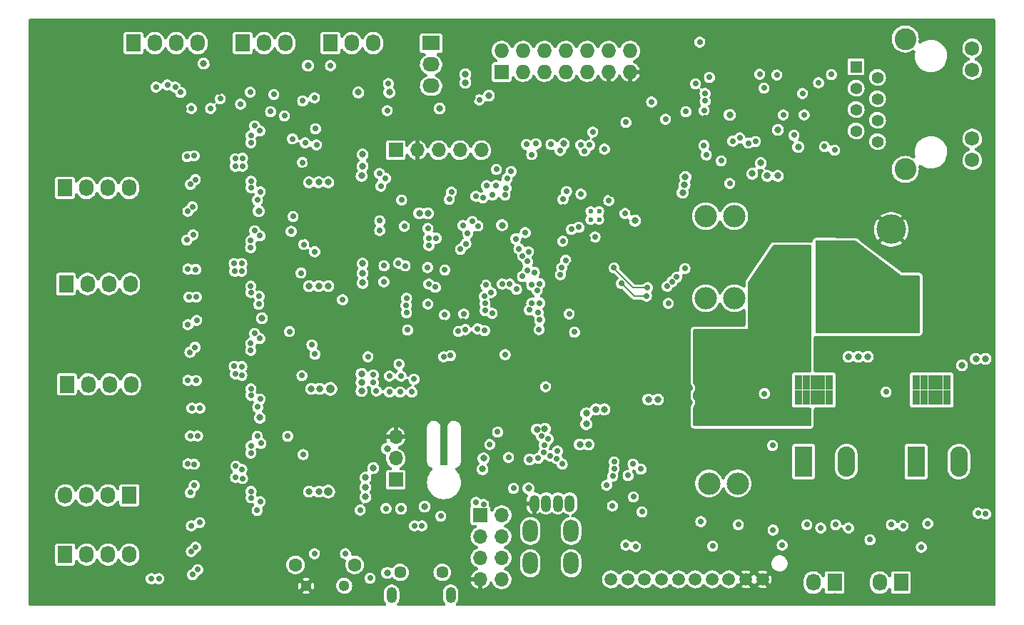
<source format=gbr>
%TF.GenerationSoftware,KiCad,Pcbnew,(6.0.2)*%
%TF.CreationDate,2022-04-18T10:54:01+08:00*%
%TF.ProjectId,BUDDY_v1.0.0,42554444-595f-4763-912e-302e302e6b69,v1.0.0*%
%TF.SameCoordinates,Original*%
%TF.FileFunction,Copper,L2,Inr*%
%TF.FilePolarity,Positive*%
%FSLAX46Y46*%
G04 Gerber Fmt 4.6, Leading zero omitted, Abs format (unit mm)*
G04 Created by KiCad (PCBNEW (6.0.2)) date 2022-04-18 10:54:01*
%MOMM*%
%LPD*%
G01*
G04 APERTURE LIST*
%TA.AperFunction,ComponentPad*%
%ADD10R,1.700000X1.700000*%
%TD*%
%TA.AperFunction,ComponentPad*%
%ADD11O,1.700000X1.700000*%
%TD*%
%TA.AperFunction,ComponentPad*%
%ADD12C,0.462500*%
%TD*%
%TA.AperFunction,ComponentPad*%
%ADD13R,1.727200X1.727200*%
%TD*%
%TA.AperFunction,ComponentPad*%
%ADD14O,1.727200X1.727200*%
%TD*%
%TA.AperFunction,ComponentPad*%
%ADD15C,1.500000*%
%TD*%
%TA.AperFunction,ComponentPad*%
%ADD16C,2.650000*%
%TD*%
%TA.AperFunction,ComponentPad*%
%ADD17C,1.450000*%
%TD*%
%TA.AperFunction,ComponentPad*%
%ADD18O,1.200000X1.900000*%
%TD*%
%TA.AperFunction,ComponentPad*%
%ADD19R,1.727200X2.032000*%
%TD*%
%TA.AperFunction,ComponentPad*%
%ADD20O,1.727200X2.032000*%
%TD*%
%TA.AperFunction,ComponentPad*%
%ADD21C,5.500000*%
%TD*%
%TA.AperFunction,ComponentPad*%
%ADD22R,2.100000X3.600000*%
%TD*%
%TA.AperFunction,ComponentPad*%
%ADD23O,2.100000X3.600000*%
%TD*%
%TA.AperFunction,ComponentPad*%
%ADD24R,0.900000X0.900000*%
%TD*%
%TA.AperFunction,ComponentPad*%
%ADD25C,1.300000*%
%TD*%
%TA.AperFunction,ComponentPad*%
%ADD26C,1.600000*%
%TD*%
%TA.AperFunction,ComponentPad*%
%ADD27O,1.200000X2.000000*%
%TD*%
%TA.AperFunction,ComponentPad*%
%ADD28O,1.800000X2.700000*%
%TD*%
%TA.AperFunction,ComponentPad*%
%ADD29R,2.032000X1.727200*%
%TD*%
%TA.AperFunction,ComponentPad*%
%ADD30O,2.032000X1.727200*%
%TD*%
%TA.AperFunction,ComponentPad*%
%ADD31O,3.000000X4.000000*%
%TD*%
%TA.AperFunction,ComponentPad*%
%ADD32C,1.400000*%
%TD*%
%TA.AperFunction,ComponentPad*%
%ADD33R,1.400000X1.400000*%
%TD*%
%TA.AperFunction,ComponentPad*%
%ADD34C,1.720000*%
%TD*%
%TA.AperFunction,ComponentPad*%
%ADD35C,2.600000*%
%TD*%
%TA.AperFunction,ComponentPad*%
%ADD36C,0.500000*%
%TD*%
%TA.AperFunction,ComponentPad*%
%ADD37C,0.600000*%
%TD*%
%TA.AperFunction,ComponentPad*%
%ADD38R,3.500000X3.500000*%
%TD*%
%TA.AperFunction,ComponentPad*%
%ADD39C,3.500000*%
%TD*%
%TA.AperFunction,ViaPad*%
%ADD40C,0.700000*%
%TD*%
%TA.AperFunction,ViaPad*%
%ADD41C,0.800000*%
%TD*%
%TA.AperFunction,Conductor*%
%ADD42C,0.150000*%
%TD*%
%TA.AperFunction,Conductor*%
%ADD43C,1.000000*%
%TD*%
G04 APERTURE END LIST*
D10*
%TO.N,/CPU/SWCLK*%
%TO.C,J21*%
X129413000Y-75057000D03*
D11*
%TO.N,GND*%
X131953000Y-75057000D03*
%TO.N,/CPU/SWDIO*%
X134493000Y-75057000D03*
%TO.N,/CPU/NRST*%
X137033000Y-75057000D03*
%TO.N,/CPU/SWO*%
X139573000Y-75057000D03*
%TD*%
D12*
%TO.N,GND*%
%TO.C,U6*%
X114431500Y-114661500D03*
X113506500Y-111886500D03*
X113506500Y-112811500D03*
X115356500Y-112811500D03*
X116281500Y-112811500D03*
X116281500Y-113736500D03*
X114431500Y-113736500D03*
X116281500Y-111886500D03*
X115356500Y-113736500D03*
X115356500Y-114661500D03*
X113506500Y-114661500D03*
X113506500Y-113736500D03*
X114431500Y-112811500D03*
X115356500Y-111886500D03*
X114431500Y-111886500D03*
X116281500Y-114661500D03*
%TD*%
%TO.N,GND*%
%TO.C,U7*%
X115356500Y-101554500D03*
X116281500Y-101554500D03*
X115356500Y-100629500D03*
X115356500Y-99704500D03*
X114431500Y-101554500D03*
X116281500Y-100629500D03*
X116281500Y-102479500D03*
X115356500Y-102479500D03*
X116281500Y-99704500D03*
X114431500Y-99704500D03*
X113506500Y-99704500D03*
X113506500Y-102479500D03*
X113506500Y-101554500D03*
X113506500Y-100629500D03*
X114431500Y-100629500D03*
X114431500Y-102479500D03*
%TD*%
%TO.N,GND*%
%TO.C,U8*%
X116281500Y-77841500D03*
X115356500Y-75066500D03*
X115356500Y-77841500D03*
X113506500Y-75991500D03*
X116281500Y-75066500D03*
X115356500Y-76916500D03*
X115356500Y-75991500D03*
X113506500Y-77841500D03*
X114431500Y-75991500D03*
X114431500Y-75066500D03*
X114431500Y-77841500D03*
X113506500Y-76916500D03*
X114431500Y-76916500D03*
X116281500Y-75991500D03*
X113506500Y-75066500D03*
X116281500Y-76916500D03*
%TD*%
%TO.N,GND*%
%TO.C,U9*%
X115356500Y-87512500D03*
X113506500Y-90287500D03*
X116281500Y-89362500D03*
X113506500Y-88437500D03*
X115356500Y-90287500D03*
X116281500Y-87512500D03*
X114431500Y-87512500D03*
X114431500Y-89362500D03*
X115356500Y-88437500D03*
X113506500Y-89362500D03*
X114431500Y-90287500D03*
X113506500Y-87512500D03*
X114431500Y-88437500D03*
X116281500Y-88437500D03*
X115356500Y-89362500D03*
X116281500Y-90287500D03*
%TD*%
D13*
%TO.N,Net-(C63-Pad1)*%
%TO.C,J8*%
X141986000Y-65786000D03*
D14*
%TO.N,Net-(J8-Pad2)*%
X141986000Y-63246000D03*
%TO.N,Net-(J8-Pad3)*%
X144526000Y-65786000D03*
%TO.N,Net-(J8-Pad4)*%
X144526000Y-63246000D03*
%TO.N,Net-(J8-Pad5)*%
X147066000Y-65786000D03*
%TO.N,Net-(J8-Pad6)*%
X147066000Y-63246000D03*
%TO.N,Net-(J8-Pad7)*%
X149606000Y-65786000D03*
%TO.N,Net-(J8-Pad8)*%
X149606000Y-63246000D03*
%TO.N,Net-(J8-Pad9)*%
X152146000Y-65786000D03*
%TO.N,Net-(J8-Pad10)*%
X152146000Y-63246000D03*
%TO.N,GND*%
X154686000Y-65786000D03*
%TO.N,Net-(J8-Pad12)*%
X154686000Y-63246000D03*
%TO.N,GND*%
X157226000Y-65786000D03*
%TO.N,Net-(J8-Pad14)*%
X157226000Y-63246000D03*
%TD*%
D10*
%TO.N,+3V3*%
%TO.C,J1*%
X129413000Y-114173000D03*
D11*
%TO.N,Net-(J1-Pad2)*%
X129413000Y-111633000D03*
%TO.N,GND*%
X129413000Y-109093000D03*
%TD*%
D15*
%TO.N,/CPU/PE0*%
%TO.C,J23*%
X154940000Y-125984000D03*
%TO.N,/CPU/PB5*%
X156940000Y-125984000D03*
%TO.N,/CPU/TX_1*%
X158940000Y-125984000D03*
%TO.N,/CPU/RX_1*%
X160940000Y-125984000D03*
%TO.N,/CPU/SCL*%
X162940000Y-125984000D03*
%TO.N,/CPU/SDA*%
X164940000Y-125984000D03*
%TO.N,Net-(J23-Pad7)*%
X166940000Y-125984000D03*
X168940000Y-125984000D03*
%TO.N,GND*%
X170940000Y-125984000D03*
X172940000Y-125984000D03*
%TD*%
D10*
%TO.N,/CPU/PC6_ESP-Rx*%
%TO.C,J10*%
X139446000Y-118364000D03*
D11*
%TO.N,+3V3*%
X141986000Y-118364000D03*
%TO.N,/CPU/PE6_ESP-GPIO0*%
X139446000Y-120904000D03*
%TO.N,/CPU/PC13_ESP-RST*%
X141986000Y-120904000D03*
%TO.N,unconnected-(J10-Pad5)*%
X139446000Y-123444000D03*
%TO.N,+3V3*%
X141986000Y-123444000D03*
%TO.N,GND*%
X139446000Y-125984000D03*
%TO.N,/CPU/PC7_ESP-Tx*%
X141986000Y-125984000D03*
%TD*%
D16*
%TO.N,+24VMOT*%
%TO.C,F3*%
X169594000Y-82887000D03*
X166194000Y-82887000D03*
%TO.N,Net-(C26-Pad1)*%
X169594000Y-92627000D03*
X166194000Y-92627000D03*
%TD*%
D17*
%TO.N,Net-(J2-Pad6)*%
%TO.C,J2*%
X134926000Y-125160000D03*
D18*
X135926000Y-127860000D03*
X128926000Y-127860000D03*
D17*
X129926000Y-125160000D03*
%TD*%
D19*
%TO.N,Net-(J7-Pad1)*%
%TO.C,J7*%
X98298000Y-62357000D03*
D20*
%TO.N,Net-(J7-Pad2)*%
X100838000Y-62357000D03*
%TO.N,Net-(J7-Pad3)*%
X103378000Y-62357000D03*
%TO.N,Net-(J7-Pad4)*%
X105918000Y-62357000D03*
%TD*%
D19*
%TO.N,Net-(J9-Pad1)*%
%TO.C,J9*%
X111252000Y-62357000D03*
D20*
%TO.N,Net-(J9-Pad2)*%
X113792000Y-62357000D03*
%TO.N,Net-(J9-Pad3)*%
X116332000Y-62357000D03*
%TD*%
D21*
%TO.N,GND*%
%TO.C,J17*%
X100702000Y-71285000D03*
%TD*%
%TO.N,GND*%
%TO.C,J18*%
X112702000Y-124285000D03*
%TD*%
%TO.N,GND*%
%TO.C,J19*%
X195702000Y-124285000D03*
%TD*%
D19*
%TO.N,Net-(L1-Pad2)*%
%TO.C,P1*%
X121666000Y-62357000D03*
D20*
%TO.N,Net-(C51-Pad1)*%
X124206000Y-62357000D03*
%TO.N,Net-(D5-Pad1)*%
X126746000Y-62357000D03*
%TD*%
D19*
%TO.N,Net-(P3-Pad1)*%
%TO.C,P3*%
X181483000Y-126365000D03*
D20*
%TO.N,Net-(L5-Pad2)*%
X178943000Y-126365000D03*
%TD*%
D19*
%TO.N,Net-(P4-Pad1)*%
%TO.C,P4*%
X189357000Y-126365000D03*
D20*
%TO.N,Net-(L6-Pad2)*%
X186817000Y-126365000D03*
%TD*%
D22*
%TO.N,Net-(D12-Pad2)*%
%TO.C,P5*%
X177800000Y-112014000D03*
D23*
%TO.N,24V2*%
X182880000Y-112014000D03*
%TD*%
D22*
%TO.N,Net-(D14-Pad2)*%
%TO.C,P6*%
X191135000Y-112014000D03*
D23*
%TO.N,24V2*%
X196215000Y-112014000D03*
%TD*%
D19*
%TO.N,Net-(C68-Pad2)*%
%TO.C,P8*%
X90390000Y-102838000D03*
D20*
%TO.N,Net-(C69-Pad2)*%
X92930000Y-102838000D03*
%TO.N,Net-(C70-Pad2)*%
X95470000Y-102838000D03*
%TO.N,Net-(C71-Pad2)*%
X98010000Y-102838000D03*
%TD*%
D19*
%TO.N,Net-(C94-Pad2)*%
%TO.C,P9*%
X90170000Y-79538000D03*
D20*
%TO.N,Net-(C95-Pad2)*%
X92710000Y-79538000D03*
%TO.N,Net-(C96-Pad2)*%
X95250000Y-79538000D03*
%TO.N,Net-(C97-Pad2)*%
X97790000Y-79538000D03*
%TD*%
D19*
%TO.N,Net-(C98-Pad2)*%
%TO.C,P10*%
X90290000Y-90938000D03*
D20*
%TO.N,Net-(C99-Pad2)*%
X92830000Y-90938000D03*
%TO.N,Net-(C100-Pad2)*%
X95370000Y-90938000D03*
%TO.N,Net-(C101-Pad2)*%
X97910000Y-90938000D03*
%TD*%
D24*
%TO.N,Net-(D12-Pad2)*%
%TO.C,Q3*%
X180827000Y-103055000D03*
X180827000Y-102155000D03*
X177227000Y-103955000D03*
X179927000Y-104855000D03*
X178127000Y-102155000D03*
X177227000Y-102155000D03*
X179027000Y-103955000D03*
X177227000Y-104855000D03*
X180827000Y-103955000D03*
X178127000Y-104855000D03*
X179027000Y-103055000D03*
X179927000Y-103955000D03*
X178127000Y-103055000D03*
X179927000Y-102155000D03*
X180827000Y-104855000D03*
X179027000Y-104855000D03*
X178127000Y-103955000D03*
X179027000Y-102155000D03*
X179927000Y-103055000D03*
X177227000Y-103055000D03*
%TD*%
%TO.N,Net-(D14-Pad2)*%
%TO.C,Q4*%
X194797000Y-103955000D03*
X193897000Y-103055000D03*
X191197000Y-103055000D03*
X194797000Y-102155000D03*
X193897000Y-104855000D03*
X192097000Y-104855000D03*
X192997000Y-102155000D03*
X191197000Y-103955000D03*
X192097000Y-103055000D03*
X192997000Y-103055000D03*
X194797000Y-103055000D03*
X192097000Y-103955000D03*
X191197000Y-104855000D03*
X193897000Y-103955000D03*
X192997000Y-104855000D03*
X191197000Y-102155000D03*
X192097000Y-102155000D03*
X192997000Y-103955000D03*
X194797000Y-104855000D03*
X193897000Y-102155000D03*
%TD*%
D25*
%TO.N,Net-(C108-Pad1)*%
%TO.C,SW1*%
X123291600Y-126746000D03*
%TO.N,GND*%
X118770400Y-126746000D03*
D26*
%TO.N,N/C*%
X124536200Y-124256800D03*
X117525800Y-124256800D03*
%TD*%
D27*
%TO.N,Net-(C115-Pad1)*%
%TO.C,J20*%
X150055000Y-116969000D03*
%TO.N,USB-HS_N*%
X148655000Y-116969000D03*
%TO.N,USB-HS_P*%
X147255000Y-116969000D03*
%TO.N,GND*%
X145855000Y-116969000D03*
D28*
%TO.N,Net-(J20-Pad5)*%
X145385000Y-124079000D03*
X150225000Y-124079000D03*
X145385000Y-120239000D03*
X150225000Y-120239000D03*
%TD*%
D29*
%TO.N,Net-(L2-Pad2)*%
%TO.C,P2*%
X133604000Y-62357000D03*
D30*
%TO.N,Net-(C62-Pad1)*%
X133604000Y-64897000D03*
%TO.N,Net-(D6-Pad1)*%
X133604000Y-67437000D03*
%TD*%
D31*
%TO.N,+24V*%
%TO.C,J5*%
X175768000Y-93305000D03*
X175768000Y-88305000D03*
%TD*%
%TO.N,Net-(J4-Pad1)*%
%TO.C,J4*%
X182252000Y-93305000D03*
X182252000Y-88305000D03*
%TD*%
D32*
%TO.N,/ETHERNET/TD_P*%
%TO.C,J3*%
X186563000Y-74046000D03*
%TO.N,/ETHERNET/TD_N*%
X184023000Y-72776000D03*
%TO.N,/ETHERNET/RD_P*%
X186563000Y-71506000D03*
%TO.N,Net-(C102-Pad1)*%
X184023000Y-70236000D03*
X186563000Y-68966000D03*
%TO.N,/ETHERNET/RD_N*%
X184023000Y-67696000D03*
%TO.N,N/C*%
X186563000Y-66426000D03*
D33*
%TO.N,Net-(J3-Pad13)*%
X184023000Y-65156000D03*
D34*
%TO.N,/ETHERNET/ETH_LED2*%
X197813000Y-76221000D03*
%TO.N,Net-(J3-Pad10)*%
X197813000Y-73681000D03*
%TO.N,Net-(J3-Pad11)*%
X197813000Y-65511000D03*
%TO.N,/ETHERNET/ETH_LED1*%
X197813000Y-62971000D03*
D35*
%TO.N,Net-(J3-Pad13)*%
X189863000Y-77341000D03*
X189863000Y-61851000D03*
%TD*%
D21*
%TO.N,GND*%
%TO.C,J16*%
X179782000Y-81285000D03*
%TD*%
D36*
%TO.N,GND*%
%TO.C,U1*%
X172178000Y-69950000D03*
X173158000Y-70930000D03*
X171198000Y-69950000D03*
X171198000Y-70930000D03*
X173158000Y-71910000D03*
X171198000Y-71910000D03*
X172178000Y-70930000D03*
X172178000Y-71910000D03*
X173158000Y-69950000D03*
%TD*%
D37*
%TO.N,N/C*%
%TO.C,U5*%
X152535000Y-83304000D03*
X152535000Y-82304000D03*
X153535000Y-82304000D03*
X153535000Y-83304000D03*
%TD*%
D16*
%TO.N,24V2*%
%TO.C,F1*%
X166575000Y-114598000D03*
X169975000Y-114598000D03*
%TO.N,+24V*%
X169975000Y-104858000D03*
X166575000Y-104858000D03*
%TD*%
D12*
%TO.N,GND*%
%TO.C,*%
X158619711Y-88625317D03*
%TD*%
D38*
%TO.N,Net-(J4-Pad1)*%
%TO.C,U99*%
X188200000Y-93950000D03*
D39*
%TO.N,GND*%
X188200000Y-84450000D03*
%TD*%
D12*
%TO.N,GND*%
%TO.C,*%
X160381500Y-88625317D03*
%TD*%
%TO.N,GND*%
%TO.C,*%
X158616342Y-89375317D03*
%TD*%
D19*
%TO.N,Net-(C64-Pad2)*%
%TO.C,P7*%
X97800000Y-116010000D03*
D20*
%TO.N,Net-(P7-Pad2)*%
X95260000Y-116010000D03*
%TO.N,Net-(P7-Pad3)*%
X92720000Y-116010000D03*
%TO.N,Net-(C67-Pad2)*%
X90180000Y-116010000D03*
%TD*%
D12*
%TO.N,GND*%
%TO.C,*%
X159500000Y-89375317D03*
%TD*%
%TO.N,GND*%
%TO.C,*%
X159500000Y-88625317D03*
%TD*%
%TO.N,GND*%
%TO.C,*%
X160378131Y-89375317D03*
%TD*%
D19*
%TO.N,Net-(P7-Pad2)*%
%TO.C,P99*%
X90180000Y-123048000D03*
D20*
%TO.N,Net-(C65-Pad2)*%
X92720000Y-123048000D03*
%TO.N,Net-(C66-Pad2)*%
X95260000Y-123048000D03*
%TO.N,Net-(P7-Pad3)*%
X97800000Y-123048000D03*
%TD*%
D40*
%TO.N,+5V*%
X110998000Y-69596000D03*
D41*
X163775055Y-78245070D03*
X134620000Y-70104000D03*
D40*
X161758425Y-93233259D03*
D41*
X157802610Y-83417180D03*
D40*
X152781000Y-72898000D03*
D41*
X160528000Y-104648000D03*
D40*
X162739181Y-90112031D03*
D41*
X163675275Y-79168031D03*
D40*
X147828000Y-74367070D03*
X151337800Y-74431659D03*
D41*
X118999000Y-65024000D03*
D40*
X162202866Y-90642110D03*
X112141477Y-68168990D03*
D41*
X145288000Y-111760000D03*
X159385008Y-104648000D03*
X146177000Y-108204000D03*
X152273000Y-109982000D03*
X137668000Y-67056000D03*
D40*
X121666000Y-65024000D03*
D41*
X106628536Y-64777352D03*
D40*
X107442000Y-70104000D03*
X156591000Y-82550000D03*
X144899984Y-74365641D03*
X154178000Y-74930000D03*
X163719527Y-89095464D03*
D41*
X147095043Y-108108674D03*
D40*
X161616661Y-91203370D03*
X163830000Y-70485000D03*
D41*
X149352000Y-74295000D03*
X151257000Y-109982000D03*
X140462000Y-68580000D03*
D40*
X146050000Y-74295000D03*
D41*
X137668000Y-66040000D03*
X128651000Y-68199000D03*
X163450771Y-80082677D03*
X124968000Y-68199000D03*
D40*
%TO.N,GND*%
X114474651Y-104402137D03*
X118131400Y-100092000D03*
X118891400Y-88941500D03*
X118891400Y-101131500D03*
X118366540Y-109735620D03*
X115273460Y-109944540D03*
X118131400Y-87902000D03*
X118132000Y-112275000D03*
X118892000Y-113314500D03*
X118182000Y-114005000D03*
X114474651Y-116582137D03*
X115273460Y-85574540D03*
X115273460Y-97764540D03*
X118366540Y-72915620D03*
X115273460Y-73124540D03*
X118366540Y-97555620D03*
X117856000Y-106934000D03*
X118237000Y-94869000D03*
X130556000Y-85598000D03*
X162560000Y-119761000D03*
X140081000Y-85598000D03*
X139319000Y-90678000D03*
X125476000Y-82169000D03*
X169257000Y-62929000D03*
X171924000Y-62421000D03*
X176496000Y-63183000D03*
D41*
X161544000Y-110871000D03*
X160528000Y-109347000D03*
X160528000Y-110490000D03*
X167386000Y-61595000D03*
D40*
X143383000Y-103632000D03*
X162306000Y-76708000D03*
X170053000Y-78613000D03*
X162052000Y-79756000D03*
X104394000Y-64897000D03*
X126043990Y-98044000D03*
X105971119Y-116422613D03*
X97261203Y-128431125D03*
X104267000Y-70231000D03*
X166116000Y-73324967D03*
X125984000Y-110363000D03*
X106627000Y-73336000D03*
D41*
X199500000Y-128000000D03*
D40*
X165862000Y-64896986D03*
X107618496Y-64635930D03*
X94000000Y-60660000D03*
X86650000Y-114413044D03*
X86650000Y-79978264D03*
X109093000Y-71247000D03*
X113661203Y-128431125D03*
X101347000Y-84085000D03*
X100800000Y-124800000D03*
X168148000Y-66294000D03*
D41*
X154000000Y-60500000D03*
X196850000Y-60325000D03*
D40*
X110302393Y-96435393D03*
X126365000Y-72263000D03*
D41*
X131064000Y-82550000D03*
D40*
X107922000Y-71750000D03*
D41*
X120000000Y-60500000D03*
D40*
X100500000Y-107300000D03*
X180721000Y-73787000D03*
X86650000Y-128186960D03*
X101312000Y-87375000D03*
X122809000Y-67945000D03*
X161544000Y-128016000D03*
X87000000Y-63300000D03*
X130556000Y-120269000D03*
X101277941Y-80270012D03*
X86650000Y-84569568D03*
X86650000Y-119004348D03*
X86650000Y-89160872D03*
X182245000Y-70993000D03*
D41*
X170815000Y-60452000D03*
D40*
X93161203Y-128431125D03*
D41*
X153976326Y-113722904D03*
D40*
X125916990Y-97207740D03*
D41*
X168021000Y-60452000D03*
D40*
X105807000Y-91165000D03*
X142112998Y-104058663D03*
X169545000Y-128016000D03*
X101523000Y-113919000D03*
X118329015Y-85327797D03*
X199390000Y-64262000D03*
X126111000Y-122428000D03*
X110415560Y-118161290D03*
D41*
X139000000Y-60500000D03*
D40*
X101361203Y-128431125D03*
X86650000Y-109821740D03*
D41*
X178878932Y-124114383D03*
D40*
X177927000Y-65354000D03*
X88050000Y-60660000D03*
X154559000Y-128016000D03*
X105717000Y-77450000D03*
X100900000Y-120900000D03*
X156045094Y-81877094D03*
D41*
X188250000Y-124000000D03*
X199500000Y-94000000D03*
D40*
X119159953Y-76242947D03*
X156845000Y-68961000D03*
D41*
X158750000Y-71882000D03*
D40*
X125095000Y-72263000D03*
X141097000Y-101219000D03*
D41*
X164250000Y-103250000D03*
X157000000Y-60500000D03*
D40*
X164000000Y-94300000D03*
X107559893Y-99177893D03*
D41*
X199390000Y-60325000D03*
X196500000Y-128000000D03*
D40*
X125476000Y-83439000D03*
X164211000Y-128016000D03*
X126873000Y-123825000D03*
X86650000Y-107526088D03*
X151003000Y-115570000D03*
X150241000Y-88646000D03*
X199644000Y-119253000D03*
X106226886Y-70430114D03*
X101459000Y-110617000D03*
D41*
X108077000Y-94234000D03*
D40*
X133731000Y-122936000D03*
X101000000Y-118400000D03*
D41*
X104500000Y-60500000D03*
D40*
X137468375Y-80518000D03*
X137033000Y-123063000D03*
D41*
X199500000Y-85000000D03*
D40*
X107952000Y-83950000D03*
D41*
X160000000Y-60500000D03*
D40*
X101152000Y-77480000D03*
X170180000Y-76629957D03*
X199390000Y-71120000D03*
X86650000Y-91456524D03*
X199390000Y-73025000D03*
X86650000Y-121300000D03*
D41*
X160528000Y-71882000D03*
D40*
X107551393Y-87046393D03*
X156800000Y-128016000D03*
X199390000Y-66675000D03*
X174500000Y-128000000D03*
X86650000Y-105230436D03*
X101452000Y-121600000D03*
X141986000Y-71755000D03*
D41*
X165100000Y-60452000D03*
X99500000Y-60500000D03*
D40*
X199390000Y-68707000D03*
D41*
X147500000Y-60500000D03*
D40*
X112141000Y-64897000D03*
X180721000Y-70993000D03*
D41*
X194183000Y-60325000D03*
D40*
X181483000Y-67306011D03*
X125095000Y-85598000D03*
D41*
X157988000Y-72771000D03*
D40*
X108437792Y-68123832D03*
X124174010Y-110417726D03*
X154984408Y-80230090D03*
D41*
X112500000Y-60500000D03*
D40*
X152213010Y-85479536D03*
X145923000Y-99949000D03*
X124206000Y-122428000D03*
X101542000Y-104010000D03*
X107962000Y-98225000D03*
X126037337Y-109488620D03*
X100500000Y-100700000D03*
X101500000Y-117700000D03*
D41*
X194183000Y-128143000D03*
X153035000Y-116205000D03*
X151000000Y-60500000D03*
D40*
X111007372Y-108050049D03*
X135001000Y-102362000D03*
D41*
X179500000Y-123250000D03*
D40*
X124096221Y-98026779D03*
X101497000Y-100700000D03*
X166878000Y-128016000D03*
X126111000Y-121539000D03*
X106689756Y-116348016D03*
D41*
X189250000Y-123000000D03*
D40*
X114370310Y-92232458D03*
X110617000Y-81153000D03*
D41*
X185039000Y-120523000D03*
D40*
X105882000Y-90265000D03*
D41*
X102000000Y-60500000D03*
D40*
X124968000Y-98044000D03*
X108171607Y-105934607D03*
X107502000Y-103360000D03*
D41*
X131572000Y-81026000D03*
X117500000Y-60500000D03*
X144500000Y-60500000D03*
X158090798Y-73923990D03*
D40*
X86650000Y-116708696D03*
X86650000Y-123595652D03*
D41*
X176911000Y-60452000D03*
D40*
X124042784Y-85527341D03*
X86650000Y-98343480D03*
X101392000Y-127510000D03*
D41*
X179832000Y-60452000D03*
D40*
X86650000Y-102934784D03*
X149225000Y-81788000D03*
X126110992Y-85598000D03*
X101371000Y-81200000D03*
X125095000Y-110363000D03*
X151003000Y-72263000D03*
X108022000Y-118145000D03*
D41*
X162687000Y-60452000D03*
X187750000Y-123000000D03*
X179324000Y-73533000D03*
D40*
X105461203Y-128431125D03*
D41*
X191770000Y-60325000D03*
D40*
X100200000Y-104100000D03*
X152934655Y-80226707D03*
D41*
X199500000Y-125000000D03*
D40*
X86650000Y-112117392D03*
X199390000Y-62484000D03*
X101552000Y-107320000D03*
X100400000Y-90900000D03*
X143256004Y-99822000D03*
D41*
X199500000Y-82000000D03*
D40*
X167132000Y-120777000D03*
D41*
X97000000Y-60500000D03*
X133000000Y-60500000D03*
D40*
X119729102Y-82293455D03*
D41*
X164222506Y-105000000D03*
D40*
X118456417Y-75149820D03*
X103200000Y-115200000D03*
X101502000Y-90850000D03*
X105687000Y-99810000D03*
X180400000Y-68100000D03*
X199390000Y-74930000D03*
X108531990Y-108651828D03*
X86650000Y-93752176D03*
X166115984Y-71247000D03*
D41*
X116205006Y-68453000D03*
D40*
X150622000Y-95250000D03*
X105662000Y-74600000D03*
X147320000Y-72898000D03*
D41*
X181500000Y-128000000D03*
D40*
X152527000Y-128016000D03*
D41*
X176022000Y-120269000D03*
D40*
X86650000Y-86865220D03*
X89061203Y-128431125D03*
X107502000Y-102510000D03*
X146818596Y-75190596D03*
X137795000Y-100838000D03*
D41*
X162814000Y-110871000D03*
X161798000Y-72747891D03*
X140843000Y-117221000D03*
D40*
X110794886Y-105747886D03*
D41*
X173609000Y-60452000D03*
X199500000Y-122500000D03*
D40*
X110490000Y-94107000D03*
D41*
X199500000Y-97000000D03*
D40*
X162560000Y-70993000D03*
X118692000Y-77345000D03*
D41*
X188000000Y-128000000D03*
D40*
X86650000Y-82273916D03*
X135108592Y-95461917D03*
D41*
X158114614Y-73923990D03*
X107950000Y-81661000D03*
D40*
X101567000Y-94466000D03*
X159131000Y-128016000D03*
X87000000Y-69500000D03*
D41*
X125000000Y-60500000D03*
D40*
X125730000Y-96139008D03*
X150495000Y-82677000D03*
D41*
X128396986Y-60452000D03*
D40*
X86650000Y-125891304D03*
D41*
X138465174Y-68803392D03*
D40*
X87000000Y-60650000D03*
X100500000Y-77000000D03*
X171831000Y-128016000D03*
D41*
X122500000Y-60500000D03*
D40*
X176022000Y-67056000D03*
D41*
X187198000Y-60325000D03*
X136000000Y-60500000D03*
D40*
X125095000Y-122428000D03*
X122181257Y-72602300D03*
D41*
X172720000Y-120650000D03*
X199500000Y-91000000D03*
D40*
X134342001Y-83542001D03*
X121158000Y-122809000D03*
X101680000Y-97655000D03*
X106701000Y-76892000D03*
X163018173Y-93207464D03*
X114474651Y-79994010D03*
X135763000Y-123825000D03*
X111147000Y-83850000D03*
X105662000Y-111150000D03*
X168909996Y-67691000D03*
X199517000Y-77089000D03*
X105772000Y-110320000D03*
X86650000Y-75386960D03*
X164750000Y-88610000D03*
X174625000Y-76200000D03*
D41*
X107000000Y-60500000D03*
X147320000Y-112395000D03*
D40*
X144212010Y-73025000D03*
D41*
X178250000Y-123250000D03*
D40*
X175949586Y-64931990D03*
X126111000Y-120396000D03*
D41*
X139954000Y-114427000D03*
D40*
X86650000Y-100639132D03*
X180213000Y-77724000D03*
D41*
X115000000Y-60500000D03*
D40*
X111117000Y-71090000D03*
X173736002Y-76200002D03*
X175895000Y-67945000D03*
X128143000Y-126365000D03*
X146050000Y-103378000D03*
X101452000Y-124345000D03*
X179324000Y-68199000D03*
D41*
X110000000Y-60500000D03*
X97000000Y-64500000D03*
D40*
X137735010Y-101646185D03*
D41*
X183007000Y-60452000D03*
X178000000Y-128000000D03*
D40*
X129721098Y-95123000D03*
X109561203Y-128431125D03*
X86650000Y-77682612D03*
D41*
X185000000Y-128000000D03*
D40*
X137409488Y-95356418D03*
X155214474Y-90341304D03*
X154487852Y-72344116D03*
X141725040Y-109668010D03*
D41*
X141500000Y-60500000D03*
D40*
X162433730Y-67323979D03*
X86650000Y-96047828D03*
X87000000Y-66650000D03*
X105604000Y-87132000D03*
X181737000Y-77470000D03*
X166497000Y-119507000D03*
D41*
X199500000Y-79000000D03*
D40*
%TO.N,+3V3*%
X117162580Y-73705560D03*
X118157000Y-89630000D03*
X191770000Y-122174000D03*
X168021000Y-76327000D03*
X150241000Y-84455000D03*
X119761000Y-122936000D03*
X126365000Y-125857000D03*
X155126990Y-117261796D03*
X181610000Y-119507000D03*
X159766000Y-69342000D03*
X131318000Y-103759000D03*
D41*
X153162000Y-105809010D03*
D40*
X116592004Y-109005000D03*
D41*
X139700000Y-112903000D03*
D40*
X116802000Y-96580000D03*
X117002000Y-84685000D03*
X183134000Y-119888000D03*
X100965000Y-67564000D03*
D41*
X173482000Y-78105000D03*
D40*
X165481989Y-62230000D03*
X139958760Y-96460010D03*
X136846010Y-96559909D03*
X118326587Y-76509587D03*
X167005000Y-122047000D03*
D41*
X154178000Y-105809010D03*
D40*
X166257825Y-75624990D03*
X166624000Y-66421000D03*
X130810000Y-96393000D03*
D41*
X139827000Y-111633000D03*
X132207000Y-82550000D03*
X169037006Y-70866000D03*
D40*
X174179278Y-120131266D03*
X117221000Y-82931000D03*
X129794000Y-100457000D03*
D41*
X152019000Y-106299000D03*
X133223000Y-82550000D03*
D40*
X149987000Y-94488000D03*
D41*
X152019000Y-107569000D03*
D40*
X118291379Y-101791258D03*
X142388222Y-99316013D03*
X166116000Y-69215000D03*
X199390000Y-118237000D03*
X141500000Y-108500000D03*
X165608000Y-119126000D03*
X147193000Y-103124000D03*
X105156000Y-70104000D03*
D41*
X174752000Y-78104994D03*
D40*
%TO.N,Net-(C130-Pad1)*%
X156205795Y-90878834D03*
X159161637Y-92366299D03*
%TO.N,/CPU/PA8_Z-MIN*%
X108585000Y-68961000D03*
D41*
X142024022Y-83949817D03*
%TO.N,Net-(C102-Pad1)*%
X177165000Y-74676000D03*
D40*
X175387000Y-70866000D03*
X177673000Y-68326000D03*
X177869970Y-70866000D03*
X176657000Y-73279000D03*
D41*
X174752000Y-72644000D03*
D40*
X174625000Y-66132010D03*
%TO.N,/CPU/PA3_BED_MON*%
X146420058Y-96339963D03*
X170053000Y-119507000D03*
%TO.N,/CPU/PE10_FAN-0-TACH*%
X128545355Y-67150968D03*
X145034000Y-88265000D03*
%TO.N,Net-(D7-Pad3)*%
X175260000Y-121920000D03*
X179832000Y-119888000D03*
%TO.N,Net-(D8-Pad3)*%
X189611000Y-119634000D03*
X185674000Y-121285000D03*
D41*
%TO.N,Net-(D12-Pad2)*%
X183134000Y-99568000D03*
D40*
X174117000Y-110109000D03*
D41*
X185420000Y-99568000D03*
X184277000Y-99568000D03*
%TO.N,Net-(D14-Pad2)*%
X196596000Y-100584000D03*
X199390000Y-99822000D03*
D40*
X192535152Y-119373695D03*
D41*
X198247000Y-99822000D03*
D40*
%TO.N,Net-(D21-Pad3)*%
X103886000Y-68199000D03*
X102313570Y-67308567D03*
%TO.N,/ETHERNET/ETH_LED2*%
X181483000Y-75057000D03*
X173101000Y-67691000D03*
%TO.N,/ETHERNET/ETH_LED1*%
X172593000Y-66040000D03*
X181102000Y-66074990D03*
%TO.N,/CPU/PE14_FAN-1-TACH*%
X144020033Y-86744414D03*
X139319000Y-69088000D03*
%TO.N,FAN-0-5V*%
X119769272Y-68845277D03*
X143101034Y-77593893D03*
%TO.N,FAN-1-5V*%
X142618474Y-78443521D03*
X128398428Y-70358015D03*
%TO.N,/CPU/PB4_FILAMENT_SENSOR*%
X127508000Y-83439000D03*
X114935000Y-68453000D03*
X119888000Y-72517000D03*
X130429000Y-84074000D03*
X133345500Y-90945578D03*
X118364000Y-69214994D03*
%TO.N,/CPU/PE13_LCD-SW3*%
X151806252Y-75163389D03*
X145161000Y-87114988D03*
%TO.N,HEAT-0-5V*%
X151130000Y-84201000D03*
X173156992Y-103932992D03*
%TO.N,BED-HEAT-5V*%
X187579000Y-103759000D03*
X153054373Y-85358586D03*
%TO.N,Net-(R100-Pad2)*%
X155310446Y-89021781D03*
X159289133Y-91365732D03*
%TO.N,/CPU/PE15_LCD-SW2*%
X148922585Y-75085964D03*
X143629989Y-85561024D03*
%TO.N,/CPU/PE12_LCD-SW1*%
X144471470Y-87627757D03*
X145542000Y-75578979D03*
%TO.N,/CPU/PC3_MOSI2*%
X145855990Y-89537387D03*
X156718000Y-71755000D03*
%TO.N,/CPU/BOOT0*%
X133220646Y-93310112D03*
X130636828Y-93466985D03*
D41*
X126746000Y-112776000D03*
D40*
%TO.N,/CPU/PC2_MISO2*%
X145033666Y-89322204D03*
X161417000Y-71374000D03*
%TO.N,/CPU/PA0_BUZZER*%
X164973000Y-67183000D03*
X145542000Y-91059000D03*
%TO.N,/CPU/PC7_ESP-Tx*%
X143383000Y-115189000D03*
X138487712Y-83515980D03*
%TO.N,/CPU/PC13_ESP-RST*%
X139131687Y-96252330D03*
%TO.N,/CPU/PE6_ESP-GPIO0*%
X137667406Y-96341208D03*
X138938000Y-116840000D03*
%TO.N,/CPU/PC6_ESP-Rx*%
X139827000Y-117094000D03*
X139155528Y-84047561D03*
%TO.N,/CPU/SCL*%
X157607000Y-116205000D03*
X157569382Y-112302324D03*
X140001764Y-94094454D03*
X147499831Y-109321420D03*
%TO.N,/CPU/SDA*%
X146686405Y-108967405D03*
X140848689Y-94421101D03*
X158496000Y-112903000D03*
X158623006Y-117983000D03*
%TO.N,/CPU/PC4_ETH_RMII_RXD0*%
X165989000Y-70358000D03*
X146191999Y-91700272D03*
%TO.N,/CPU/PC5_ETH_RMII_RXD1*%
X166116000Y-68326000D03*
X146490744Y-90896125D03*
%TO.N,/CPU/PA7_ETH_RMII_CRS_DV*%
X165974378Y-74474979D03*
X146488545Y-93184147D03*
%TO.N,/CPU/PA2_ETH_RMII_MDIO*%
X145272933Y-94021709D03*
X169398382Y-73981178D03*
%TO.N,/CPU/PA1_ETH_RMII_REF_CLK*%
X150622000Y-96647000D03*
X169037000Y-78994000D03*
%TO.N,/CPU/PE9_FAN-1*%
X149106085Y-88987493D03*
X151384000Y-80264000D03*
%TO.N,/CPU/PE11_FAN-0*%
X154686000Y-81026000D03*
X149577252Y-88115002D03*
%TO.N,/CPU/PD5_MOT-UART*%
X119466401Y-98150599D03*
X118662000Y-74180000D03*
X118487000Y-86235000D03*
X118422000Y-111170000D03*
X128016000Y-88773000D03*
%TO.N,Net-(C21-Pad1)*%
X154432000Y-114808000D03*
X146304000Y-111633000D03*
%TO.N,/CPU/PA9_USB-FS-VBUS*%
X128257871Y-117576327D03*
X137368019Y-83976233D03*
D41*
%TO.N,Net-(C87-Pad1)*%
X128397000Y-125222000D03*
X145161000Y-115189000D03*
D40*
%TO.N,+24VMOT*%
X112252760Y-116306600D03*
X112247680Y-115552220D03*
X112229900Y-110152180D03*
X112232760Y-104126600D03*
X112209900Y-97972180D03*
X112227680Y-103372220D03*
D41*
X120269000Y-91186000D03*
X119126000Y-91186000D03*
X121411998Y-78867000D03*
X119126000Y-78867000D03*
X120269000Y-78867000D03*
D40*
X112229900Y-110995460D03*
D41*
X113284000Y-106807000D03*
X119380000Y-103378000D03*
X125358990Y-103632000D03*
X125358990Y-102616000D03*
X120396004Y-103377996D03*
D40*
X112212333Y-85804959D03*
D41*
X121412002Y-91186000D03*
X125368258Y-78086236D03*
D40*
X112194900Y-86620460D03*
X112212680Y-91177220D03*
D41*
X121411998Y-115570000D03*
X125476000Y-88519000D03*
X125814457Y-115062000D03*
X120269000Y-115570000D03*
X119126000Y-115570000D03*
X125476000Y-75565000D03*
D40*
X112224900Y-74175460D03*
X112224900Y-73332180D03*
D41*
X125476000Y-90805000D03*
D40*
X112242680Y-78732220D03*
X112217760Y-91931600D03*
D41*
X125476000Y-89662000D03*
D40*
X112209900Y-98815460D03*
D41*
X125358990Y-101600000D03*
X113538000Y-94996000D03*
X113157000Y-82296000D03*
D40*
X112247760Y-79486600D03*
D41*
X121666000Y-103378000D03*
X125476000Y-76962000D03*
X125814457Y-113919000D03*
X125814457Y-116205000D03*
D40*
%TO.N,/CPU/PB12_ETH_RMII_TXD0*%
X149253243Y-80884925D03*
D41*
X171704000Y-77851000D03*
%TO.N,/CPU/PB13_ETH_RMII_TXD1*%
X172720000Y-76581000D03*
D40*
X149673010Y-79950010D03*
%TO.N,/CPU/SWCLK*%
X130107209Y-80971767D03*
X133223000Y-84328000D03*
%TO.N,/CPU/NRST*%
X136017000Y-80010000D03*
D41*
X132842000Y-117348000D03*
D40*
X137473997Y-94503077D03*
X141351000Y-77343000D03*
D41*
X130048000Y-117602000D03*
D40*
X135208336Y-94590394D03*
X123444000Y-122936000D03*
%TO.N,/CPU/PB10_SCK2*%
X152408380Y-74454355D03*
X144780000Y-84836000D03*
%TO.N,/CPU/PB11_ETH_RMII_TX_EN*%
X149218695Y-85848848D03*
X172090127Y-74039338D03*
%TO.N,/CPU/PA4_THERM-1*%
X146491993Y-95189951D03*
X188214000Y-119507000D03*
%TO.N,/CPU/PE8_EPHY_RST*%
X171257856Y-74212099D03*
X148949827Y-89825010D03*
%TO.N,/CPU/PC1_ETH_RMII_MDC*%
X170226578Y-73586172D03*
X144442659Y-90035472D03*
%TO.N,/CPU/PE4_USB-HS-OVERCURRENT*%
X135080758Y-99577518D03*
X140576185Y-109980463D03*
%TO.N,/CPU/PE5_USB-HS-PWR-EN*%
X142796957Y-111505998D03*
X135918970Y-99436373D03*
%TO.N,/CPU/PA10_USB-FS-ID*%
X137952248Y-84932752D03*
X134747000Y-118491000D03*
%TO.N,/CPU/PA6_THERM-PINDA*%
X145547820Y-93217373D03*
X103251000Y-67564000D03*
%TO.N,/CPU/PD7_FLASH-CSN*%
X130048000Y-101854000D03*
X130692001Y-92618766D03*
%TO.N,Net-(C64-Pad2)*%
X100400000Y-125910000D03*
X101300000Y-125910000D03*
%TO.N,Net-(L31-Pad1)*%
X105158540Y-122679460D03*
X105664000Y-122174000D03*
X111221468Y-114023934D03*
X110415499Y-113869698D03*
%TO.N,Net-(L32-Pad1)*%
X106140000Y-119253000D03*
X105158540Y-119634000D03*
X111141351Y-112929888D03*
X110436336Y-112553540D03*
%TO.N,Net-(L33-Pad1)*%
X105505999Y-114831381D03*
X105029000Y-115697028D03*
X112979910Y-108986320D03*
X113411000Y-109855000D03*
%TO.N,Net-(L34-Pad1)*%
X105047000Y-108965000D03*
X105892000Y-108965000D03*
X110363000Y-101600000D03*
X111141906Y-101784496D03*
%TO.N,Net-(L35-Pad1)*%
X110236000Y-100711000D03*
X106167000Y-105665000D03*
X105227000Y-105665000D03*
X111141079Y-100724348D03*
%TO.N,Net-(L36-Pad1)*%
X112676940Y-96806320D03*
X113289080Y-97405760D03*
X104751000Y-102362000D03*
X105750998Y-102385000D03*
%TO.N,Net-(L37-Pad1)*%
X113324640Y-116768880D03*
X112967770Y-117796310D03*
X105320478Y-125432198D03*
X105910380Y-124833380D03*
%TO.N,Net-(L38-Pad1)*%
X113324640Y-104588880D03*
X105487019Y-112324981D03*
X104753000Y-112270000D03*
X113030000Y-105537000D03*
%TO.N,Net-(L39-Pad1)*%
X111224890Y-76954220D03*
X110363000Y-76962000D03*
X105277000Y-81765000D03*
X104752000Y-82295000D03*
%TO.N,Net-(L40-Pad1)*%
X111224890Y-76005998D03*
X110363000Y-76073008D03*
X105624500Y-78537500D03*
X105057000Y-79105000D03*
%TO.N,Net-(L41-Pad1)*%
X113289080Y-72765760D03*
X112676940Y-72166320D03*
X105487000Y-75715000D03*
X104668000Y-75819000D03*
%TO.N,Net-(L45-Pad1)*%
X113324640Y-79994010D03*
X104624000Y-85725000D03*
X112997697Y-80976728D03*
X105367000Y-85090000D03*
%TO.N,/CPU/PC11_MISO*%
X133307950Y-85518804D03*
X128651000Y-101854000D03*
%TO.N,/CPU/PC12_MOSI*%
X128651000Y-103759000D03*
X133347314Y-86367904D03*
%TO.N,/CPU/PD8_E0-DIR*%
X114554000Y-70485000D03*
X142497863Y-79550471D03*
%TO.N,/CPU/PD9_E0-STEP*%
X142361126Y-80389697D03*
X116205000Y-70993000D03*
%TO.N,/CPU/PA15_E0-Diag*%
X120015000Y-74422000D03*
X127508000Y-84582000D03*
%TO.N,Net-(L42-Pad1)*%
X111125002Y-89408000D03*
X104751000Y-95758000D03*
X105791000Y-95250000D03*
X110311554Y-89411241D03*
%TO.N,Net-(L43-Pad1)*%
X104877000Y-92480000D03*
X105762000Y-92480000D03*
X111141008Y-88512983D03*
X110236000Y-88519000D03*
%TO.N,Net-(L44-Pad1)*%
X113289080Y-85215760D03*
X112676940Y-84616320D03*
X104751000Y-89154000D03*
X105682000Y-89205000D03*
%TO.N,Net-(L46-Pad1)*%
X104992000Y-99040000D03*
X113157000Y-93345000D03*
X105589500Y-98442500D03*
X113216990Y-92388898D03*
%TO.N,/CPU/PD10_E0-EN*%
X141329338Y-79242713D03*
X127477884Y-77814207D03*
%TO.N,/CPU/SWO*%
X135762998Y-80899000D03*
X135239017Y-89266697D03*
%TO.N,/CPU/PC10_SCK*%
X129921000Y-103759000D03*
X134213406Y-85496594D03*
%TO.N,/CPU/TX_1*%
X155321000Y-112046032D03*
X156718000Y-121920000D03*
X146978234Y-110882201D03*
X139929568Y-92397561D03*
%TO.N,/CPU/RX_1*%
X147036734Y-110034204D03*
X156972000Y-113665000D03*
X157861000Y-122096002D03*
X140002454Y-93244443D03*
%TO.N,/CPU/PD2_Z-EN*%
X133188973Y-88970956D03*
X125189447Y-117766677D03*
%TO.N,/CPU/PD3_X-EN*%
X126746000Y-101726988D03*
X129734010Y-88459022D03*
D41*
%TO.N,/CPU/PE3_Z-Diag*%
X128397000Y-110490000D03*
D40*
X131572000Y-102234994D03*
%TO.N,/CPU/PE2_X-Diag*%
X119821436Y-99269123D03*
X126111000Y-99568000D03*
%TO.N,/CPU/PD15_Z-DIR*%
X126746000Y-102616000D03*
X138918398Y-80525363D03*
%TO.N,/CPU/PD4_Z-STEP*%
X130521191Y-88779750D03*
X127114734Y-103632000D03*
%TO.N,/CPU/PD14_Y-EN*%
X123094990Y-92805039D03*
X139746758Y-80715990D03*
%TO.N,/CPU/PE1_Y-Diag*%
X128007311Y-90669311D03*
X119792990Y-87103710D03*
%TO.N,/CPU/PD12_Y-DIR*%
X140892690Y-80371606D03*
X128191410Y-78389217D03*
%TO.N,/CPU/PD13_Y-STEP*%
X140168399Y-79264931D03*
X127635000Y-79315010D03*
%TO.N,/CPU/PC0_THERM-0*%
X143731969Y-91562676D03*
X178181000Y-119507000D03*
%TO.N,/CPU/PA5_THERM-2*%
X198501000Y-118110000D03*
X146304000Y-94360996D03*
%TO.N,/CPU/PB5*%
X155321000Y-112896045D03*
X147699954Y-111331245D03*
X140716000Y-91948000D03*
%TO.N,/CPU/PE0*%
X134112000Y-91313000D03*
X140081000Y-91059004D03*
X130683000Y-94361000D03*
X148589997Y-110744011D03*
X155156976Y-113730081D03*
%TO.N,Net-(J3-Pad11)*%
X179578000Y-67056000D03*
%TO.N,Net-(J3-Pad10)*%
X180279658Y-74616110D03*
%TO.N,USB-HS_P*%
X142044000Y-90932000D03*
X148514918Y-111650420D03*
%TO.N,USB-HS_N*%
X149167458Y-112300014D03*
X142944000Y-90932000D03*
%TO.N,USB-FS_N*%
X131630000Y-119634000D03*
X137732199Y-86168801D03*
%TO.N,USB-FS_P*%
X132530000Y-119634000D03*
X137095801Y-86805199D03*
%TD*%
D42*
%TO.N,Net-(C130-Pad1)*%
X157709889Y-92374614D02*
X156214109Y-90878834D01*
X156214109Y-90878834D02*
X156205795Y-90878834D01*
X159161637Y-92366299D02*
X159153322Y-92374614D01*
X159153322Y-92374614D02*
X157709889Y-92374614D01*
%TO.N,Net-(R100-Pad2)*%
X155310446Y-89110666D02*
X157565512Y-91365732D01*
X157565512Y-91365732D02*
X159289133Y-91365732D01*
X155310446Y-89021781D02*
X155310446Y-89110666D01*
D43*
%TO.N,+24VMOT*%
X121660220Y-103372220D02*
X121666000Y-103378000D01*
X121394218Y-115552220D02*
X121411998Y-115570000D01*
%TD*%
%TA.AperFunction,Conductor*%
%TO.N,+24V*%
G36*
X178644121Y-86305002D02*
G01*
X178690614Y-86358658D01*
X178702000Y-86411000D01*
X178702000Y-101273700D01*
X178681998Y-101341821D01*
X178628342Y-101388314D01*
X178576000Y-101399700D01*
X176731642Y-101399700D01*
X176720748Y-101400996D01*
X176714407Y-101401750D01*
X176714404Y-101401751D01*
X176705022Y-101402867D01*
X176601081Y-101449036D01*
X176561002Y-101489186D01*
X176528948Y-101521295D01*
X176528947Y-101521297D01*
X176520730Y-101529528D01*
X176474742Y-101633549D01*
X176471700Y-101659642D01*
X176471700Y-105350358D01*
X176474867Y-105376978D01*
X176521036Y-105480919D01*
X176561186Y-105520998D01*
X176593295Y-105553052D01*
X176593297Y-105553053D01*
X176601528Y-105561270D01*
X176705549Y-105607258D01*
X176731642Y-105610300D01*
X178576000Y-105610300D01*
X178644121Y-105630302D01*
X178690614Y-105683958D01*
X178702000Y-105736300D01*
X178702000Y-107659000D01*
X178681998Y-107727121D01*
X178628342Y-107773614D01*
X178576000Y-107785000D01*
X164828000Y-107785000D01*
X164759879Y-107764998D01*
X164713386Y-107711342D01*
X164702000Y-107659000D01*
X164702000Y-105575976D01*
X164722002Y-105507855D01*
X164735254Y-105490687D01*
X164739707Y-105485844D01*
X164745488Y-105480907D01*
X164845104Y-105342276D01*
X164847937Y-105335229D01*
X164905942Y-105190939D01*
X164905943Y-105190937D01*
X164908777Y-105183886D01*
X164932830Y-105014879D01*
X164932986Y-105000000D01*
X164912477Y-104830527D01*
X164852136Y-104670837D01*
X164847837Y-104664582D01*
X164847835Y-104664578D01*
X164759747Y-104536410D01*
X164759746Y-104536408D01*
X164755445Y-104530151D01*
X164744179Y-104520113D01*
X164706625Y-104459864D01*
X164702000Y-104426039D01*
X164702000Y-103926079D01*
X172496915Y-103926079D01*
X172514320Y-104083729D01*
X172516929Y-104090860D01*
X172516930Y-104090862D01*
X172538082Y-104148662D01*
X172568827Y-104232677D01*
X172573064Y-104238983D01*
X172573066Y-104238986D01*
X172610188Y-104294229D01*
X172657290Y-104364323D01*
X172774601Y-104471068D01*
X172913988Y-104546750D01*
X173067404Y-104586998D01*
X173148232Y-104588268D01*
X173218394Y-104589370D01*
X173218397Y-104589370D01*
X173225993Y-104589489D01*
X173233397Y-104587793D01*
X173233399Y-104587793D01*
X173291099Y-104574578D01*
X173380597Y-104554080D01*
X173522293Y-104482814D01*
X173604766Y-104412376D01*
X173637125Y-104384739D01*
X173637127Y-104384736D01*
X173642899Y-104379807D01*
X173735453Y-104251004D01*
X173742821Y-104232677D01*
X173791776Y-104110896D01*
X173794612Y-104103842D01*
X173816960Y-103946816D01*
X173817105Y-103932992D01*
X173798050Y-103775533D01*
X173741987Y-103627164D01*
X173737688Y-103620909D01*
X173737686Y-103620905D01*
X173656452Y-103502710D01*
X173656451Y-103502709D01*
X173652150Y-103496451D01*
X173646358Y-103491290D01*
X173581928Y-103433886D01*
X173533727Y-103390941D01*
X173527015Y-103387387D01*
X173527012Y-103387385D01*
X173400270Y-103320278D01*
X173400267Y-103320277D01*
X173393555Y-103316723D01*
X173383829Y-103314280D01*
X173247096Y-103279935D01*
X173247094Y-103279935D01*
X173239726Y-103278084D01*
X173232128Y-103278044D01*
X173232126Y-103278044D01*
X173164304Y-103277689D01*
X173081120Y-103277254D01*
X173073741Y-103279026D01*
X173073737Y-103279026D01*
X172976501Y-103302371D01*
X172926895Y-103314280D01*
X172785953Y-103387025D01*
X172780233Y-103392015D01*
X172780230Y-103392017D01*
X172732235Y-103433886D01*
X172666432Y-103491290D01*
X172662062Y-103497508D01*
X172591125Y-103598442D01*
X172575232Y-103621055D01*
X172572472Y-103628135D01*
X172572470Y-103628138D01*
X172523474Y-103753809D01*
X172517618Y-103768829D01*
X172509679Y-103829132D01*
X172497906Y-103918548D01*
X172497906Y-103918552D01*
X172496915Y-103926079D01*
X164702000Y-103926079D01*
X164702000Y-103849619D01*
X164722002Y-103781498D01*
X164746168Y-103753809D01*
X164767209Y-103735838D01*
X164767211Y-103735836D01*
X164772982Y-103730907D01*
X164872598Y-103592276D01*
X164875431Y-103585229D01*
X164933436Y-103440939D01*
X164933437Y-103440937D01*
X164936271Y-103433886D01*
X164960324Y-103264879D01*
X164960480Y-103250000D01*
X164939971Y-103080527D01*
X164879630Y-102920837D01*
X164875331Y-102914582D01*
X164875329Y-102914578D01*
X164787241Y-102786410D01*
X164787240Y-102786408D01*
X164782939Y-102780151D01*
X164744179Y-102745617D01*
X164706625Y-102685369D01*
X164702000Y-102651543D01*
X164702000Y-96411000D01*
X164722002Y-96342879D01*
X164775658Y-96296386D01*
X164828000Y-96285000D01*
X171202000Y-96285000D01*
X171202000Y-92927757D01*
X171205481Y-92898343D01*
X171209207Y-92882824D01*
X171209595Y-92877895D01*
X171209596Y-92877888D01*
X171228953Y-92631930D01*
X171229341Y-92627000D01*
X171228953Y-92622070D01*
X171209596Y-92376112D01*
X171209595Y-92376105D01*
X171209207Y-92371176D01*
X171205481Y-92355655D01*
X171202000Y-92326243D01*
X171202000Y-90823149D01*
X171223162Y-90753257D01*
X174164595Y-86341108D01*
X174219024Y-86295523D01*
X174269433Y-86285000D01*
X178576000Y-86285000D01*
X178644121Y-86305002D01*
G37*
%TD.AperFunction*%
%TD*%
%TA.AperFunction,Conductor*%
%TO.N,Net-(J4-Pad1)*%
G36*
X183958387Y-85799527D02*
G01*
X184026276Y-85820302D01*
X184033144Y-85825165D01*
X189400000Y-89900000D01*
X191474000Y-89900000D01*
X191542121Y-89920002D01*
X191588614Y-89973658D01*
X191600000Y-90026000D01*
X191600000Y-90100213D01*
X191602000Y-91284787D01*
X191602000Y-96659000D01*
X191581998Y-96727121D01*
X191528342Y-96773614D01*
X191476000Y-96785000D01*
X179328026Y-96785000D01*
X179259905Y-96764998D01*
X179213412Y-96711342D01*
X179202026Y-96658974D01*
X179204214Y-85872881D01*
X179224230Y-85804765D01*
X179277895Y-85758283D01*
X179331647Y-85746915D01*
X183958387Y-85799527D01*
G37*
%TD.AperFunction*%
%TD*%
%TA.AperFunction,Conductor*%
%TO.N,GND*%
G36*
X200444721Y-59468766D02*
G01*
X200510657Y-59521349D01*
X200547249Y-59597332D01*
X200552000Y-59639500D01*
X200552000Y-128945500D01*
X200533234Y-129027721D01*
X200480651Y-129093657D01*
X200404668Y-129130249D01*
X200362500Y-129135000D01*
X136736952Y-129135000D01*
X136654731Y-129116234D01*
X136588795Y-129063651D01*
X136552203Y-128987668D01*
X136552203Y-128903332D01*
X136588795Y-128827349D01*
X136596126Y-128818700D01*
X136655794Y-128752432D01*
X136662438Y-128745053D01*
X136757589Y-128580247D01*
X136816395Y-128399259D01*
X136831300Y-128257448D01*
X136831300Y-127462552D01*
X136826073Y-127412818D01*
X136817434Y-127330622D01*
X136817433Y-127330618D01*
X136816395Y-127320741D01*
X136774988Y-127193303D01*
X136760659Y-127149201D01*
X136760658Y-127149199D01*
X136757589Y-127139753D01*
X136662438Y-126974947D01*
X136639499Y-126949471D01*
X136541751Y-126840910D01*
X136541748Y-126840908D01*
X136535101Y-126833525D01*
X136381144Y-126721668D01*
X136372074Y-126717630D01*
X136372069Y-126717627D01*
X136216367Y-126648305D01*
X136216363Y-126648304D01*
X136207294Y-126644266D01*
X136197582Y-126642202D01*
X136197580Y-126642201D01*
X136030866Y-126606765D01*
X136021151Y-126604700D01*
X135830849Y-126604700D01*
X135821134Y-126606765D01*
X135654420Y-126642201D01*
X135654418Y-126642202D01*
X135644706Y-126644266D01*
X135470857Y-126721668D01*
X135462829Y-126727501D01*
X135462825Y-126727503D01*
X135324932Y-126827688D01*
X135324928Y-126827692D01*
X135316899Y-126833525D01*
X135310254Y-126840905D01*
X135220856Y-126940192D01*
X135189562Y-126974947D01*
X135094411Y-127139753D01*
X135091342Y-127149199D01*
X135091341Y-127149201D01*
X135077012Y-127193303D01*
X135035605Y-127320741D01*
X135034567Y-127330618D01*
X135034566Y-127330622D01*
X135025927Y-127412818D01*
X135020700Y-127462552D01*
X135020700Y-128257448D01*
X135035605Y-128399259D01*
X135094411Y-128580247D01*
X135189562Y-128745053D01*
X135196206Y-128752432D01*
X135255874Y-128818700D01*
X135296944Y-128892359D01*
X135301988Y-128976544D01*
X135270006Y-129054579D01*
X135207332Y-129111011D01*
X135126381Y-129134661D01*
X135115048Y-129135000D01*
X129736952Y-129135000D01*
X129654731Y-129116234D01*
X129588795Y-129063651D01*
X129552203Y-128987668D01*
X129552203Y-128903332D01*
X129588795Y-128827349D01*
X129596126Y-128818700D01*
X129655794Y-128752432D01*
X129662438Y-128745053D01*
X129757589Y-128580247D01*
X129816395Y-128399259D01*
X129831300Y-128257448D01*
X129831300Y-127462552D01*
X129826073Y-127412818D01*
X129817434Y-127330622D01*
X129817433Y-127330618D01*
X129816395Y-127320741D01*
X129774988Y-127193303D01*
X129760659Y-127149201D01*
X129760658Y-127149199D01*
X129757589Y-127139753D01*
X129662438Y-126974947D01*
X129639499Y-126949471D01*
X129541751Y-126840910D01*
X129541748Y-126840908D01*
X129535101Y-126833525D01*
X129381144Y-126721668D01*
X129372074Y-126717630D01*
X129372069Y-126717627D01*
X129216367Y-126648305D01*
X129216363Y-126648304D01*
X129207294Y-126644266D01*
X129197582Y-126642202D01*
X129197580Y-126642201D01*
X129030866Y-126606765D01*
X129021151Y-126604700D01*
X128830849Y-126604700D01*
X128821134Y-126606765D01*
X128654420Y-126642201D01*
X128654418Y-126642202D01*
X128644706Y-126644266D01*
X128470857Y-126721668D01*
X128462829Y-126727501D01*
X128462825Y-126727503D01*
X128324932Y-126827688D01*
X128324928Y-126827692D01*
X128316899Y-126833525D01*
X128310254Y-126840905D01*
X128220856Y-126940192D01*
X128189562Y-126974947D01*
X128094411Y-127139753D01*
X128091342Y-127149199D01*
X128091341Y-127149201D01*
X128077012Y-127193303D01*
X128035605Y-127320741D01*
X128034567Y-127330618D01*
X128034566Y-127330622D01*
X128025927Y-127412818D01*
X128020700Y-127462552D01*
X128020700Y-128257448D01*
X128035605Y-128399259D01*
X128094411Y-128580247D01*
X128189562Y-128745053D01*
X128196206Y-128752432D01*
X128255874Y-128818700D01*
X128296944Y-128892359D01*
X128301988Y-128976544D01*
X128270006Y-129054579D01*
X128207332Y-129111011D01*
X128126381Y-129134661D01*
X128115048Y-129135000D01*
X86039500Y-129135000D01*
X85957279Y-129116234D01*
X85891343Y-129063651D01*
X85854751Y-128987668D01*
X85850000Y-128945500D01*
X85850000Y-127572259D01*
X118308709Y-127572259D01*
X118317904Y-127581454D01*
X118380138Y-127616236D01*
X118397045Y-127623622D01*
X118556599Y-127675464D01*
X118574616Y-127679425D01*
X118741211Y-127699291D01*
X118759641Y-127699678D01*
X118926930Y-127686806D01*
X118945088Y-127683603D01*
X119106672Y-127638488D01*
X119123882Y-127631813D01*
X119219845Y-127583338D01*
X119232953Y-127572473D01*
X119228144Y-127562954D01*
X118785496Y-127120306D01*
X118769810Y-127110450D01*
X118762657Y-127112953D01*
X118317766Y-127557844D01*
X118308709Y-127572259D01*
X85850000Y-127572259D01*
X85850000Y-126741915D01*
X117816672Y-126741915D01*
X117830710Y-126909084D01*
X117834041Y-126927234D01*
X117880283Y-127088500D01*
X117887075Y-127105656D01*
X117933144Y-127195296D01*
X117944102Y-127208328D01*
X117953894Y-127203296D01*
X118396094Y-126761096D01*
X118405209Y-126746590D01*
X119134850Y-126746590D01*
X119137353Y-126753743D01*
X119582237Y-127198627D01*
X119595730Y-127207105D01*
X119608933Y-127193303D01*
X119637892Y-127142326D01*
X119645392Y-127125479D01*
X119698350Y-126966284D01*
X119702437Y-126948295D01*
X119723963Y-126777897D01*
X119724699Y-126767373D01*
X119724923Y-126751289D01*
X119724481Y-126740735D01*
X119723683Y-126732597D01*
X122331772Y-126732597D01*
X122332548Y-126741839D01*
X122332548Y-126741840D01*
X122346592Y-126909084D01*
X122347448Y-126919284D01*
X122399087Y-127099371D01*
X122484722Y-127265998D01*
X122601090Y-127412818D01*
X122743759Y-127534239D01*
X122751845Y-127538758D01*
X122899204Y-127621115D01*
X122899208Y-127621117D01*
X122907296Y-127625637D01*
X123085471Y-127683529D01*
X123271497Y-127705711D01*
X123280726Y-127705001D01*
X123280730Y-127705001D01*
X123399201Y-127695885D01*
X123458289Y-127691339D01*
X123638731Y-127640958D01*
X123678014Y-127621115D01*
X123797678Y-127560669D01*
X123797682Y-127560666D01*
X123805952Y-127556489D01*
X123953581Y-127441149D01*
X124075995Y-127299330D01*
X124168532Y-127136435D01*
X124173898Y-127120306D01*
X124207010Y-127020766D01*
X124227667Y-126958669D01*
X124251148Y-126772803D01*
X124251522Y-126746000D01*
X124250208Y-126732597D01*
X124234144Y-126568766D01*
X124234143Y-126568763D01*
X124233240Y-126559550D01*
X124230563Y-126550682D01*
X124181772Y-126389077D01*
X124181770Y-126389072D01*
X124179092Y-126380202D01*
X124169145Y-126361495D01*
X124095492Y-126222973D01*
X124095490Y-126222970D01*
X124091139Y-126214787D01*
X123972733Y-126069606D01*
X123954303Y-126054359D01*
X123893566Y-126004114D01*
X123828382Y-125950189D01*
X123820234Y-125945783D01*
X123820232Y-125945782D01*
X123671736Y-125865490D01*
X123671734Y-125865489D01*
X123663585Y-125861083D01*
X123628063Y-125850087D01*
X125704923Y-125850087D01*
X125722328Y-126007737D01*
X125776835Y-126156685D01*
X125783204Y-126166163D01*
X125783206Y-126166167D01*
X125831477Y-126238000D01*
X125865298Y-126288331D01*
X125873748Y-126296020D01*
X125873749Y-126296021D01*
X125959844Y-126374361D01*
X125982609Y-126395076D01*
X126066044Y-126440378D01*
X126107338Y-126462799D01*
X126121996Y-126470758D01*
X126133048Y-126473657D01*
X126133052Y-126473659D01*
X126264364Y-126508108D01*
X126264367Y-126508108D01*
X126275412Y-126511006D01*
X126346559Y-126512124D01*
X126422577Y-126513318D01*
X126422581Y-126513318D01*
X126434001Y-126513497D01*
X126445138Y-126510946D01*
X126445141Y-126510946D01*
X126526084Y-126492407D01*
X126588605Y-126478088D01*
X126621911Y-126461337D01*
X126663583Y-126440378D01*
X126730301Y-126406822D01*
X126850907Y-126303815D01*
X126858569Y-126293153D01*
X126895572Y-126241658D01*
X138329237Y-126241658D01*
X138329458Y-126259826D01*
X138355180Y-126361106D01*
X138360954Y-126377410D01*
X138442166Y-126553573D01*
X138450817Y-126568556D01*
X138562776Y-126726975D01*
X138574006Y-126740123D01*
X138712960Y-126875487D01*
X138726404Y-126886373D01*
X138887692Y-126994143D01*
X138902898Y-127002399D01*
X139081126Y-127078972D01*
X139097584Y-127084319D01*
X139171173Y-127100970D01*
X139188246Y-127100938D01*
X139192000Y-127084422D01*
X139192000Y-126259351D01*
X139187877Y-126241288D01*
X139181050Y-126238000D01*
X138345266Y-126238000D01*
X138329237Y-126241658D01*
X126895572Y-126241658D01*
X126908998Y-126222973D01*
X126943461Y-126175012D01*
X127002620Y-126027850D01*
X127005483Y-126007737D01*
X127009653Y-125978432D01*
X127024968Y-125870824D01*
X127025113Y-125857000D01*
X127024277Y-125850087D01*
X127017614Y-125795034D01*
X127006058Y-125699541D01*
X127002021Y-125688856D01*
X126954033Y-125561857D01*
X126954031Y-125561853D01*
X126949995Y-125551172D01*
X126943083Y-125541114D01*
X126907489Y-125489326D01*
X126860158Y-125420459D01*
X126775307Y-125344860D01*
X126750263Y-125322547D01*
X126741735Y-125314949D01*
X126731641Y-125309605D01*
X126731639Y-125309603D01*
X126611664Y-125246079D01*
X126611662Y-125246078D01*
X126601563Y-125240731D01*
X126590484Y-125237948D01*
X126590481Y-125237947D01*
X126497370Y-125214560D01*
X127686559Y-125214560D01*
X127692781Y-125270920D01*
X127703891Y-125371545D01*
X127705292Y-125384239D01*
X127709218Y-125394968D01*
X127709219Y-125394971D01*
X127730670Y-125453587D01*
X127763958Y-125544551D01*
X127859170Y-125686242D01*
X127867620Y-125693931D01*
X127867621Y-125693932D01*
X127905152Y-125728083D01*
X127985432Y-125801132D01*
X127995469Y-125806582D01*
X127995471Y-125806583D01*
X128054734Y-125838760D01*
X128135455Y-125882588D01*
X128146509Y-125885488D01*
X128289529Y-125923009D01*
X128289532Y-125923009D01*
X128300577Y-125925907D01*
X128376984Y-125927107D01*
X128459841Y-125928409D01*
X128459845Y-125928409D01*
X128471265Y-125928588D01*
X128482402Y-125926037D01*
X128482405Y-125926037D01*
X128579308Y-125903843D01*
X128637667Y-125890477D01*
X128660151Y-125879169D01*
X128779970Y-125818906D01*
X128790174Y-125813774D01*
X128798855Y-125806360D01*
X128798859Y-125806357D01*
X128843013Y-125768645D01*
X128917722Y-125729517D01*
X129002010Y-125726679D01*
X129079182Y-125760692D01*
X129114592Y-125795032D01*
X129181278Y-125879169D01*
X129197561Y-125893027D01*
X129311023Y-125989590D01*
X129335149Y-126010123D01*
X129511525Y-126108697D01*
X129520347Y-126111563D01*
X129520346Y-126111563D01*
X129694869Y-126168269D01*
X129694873Y-126168270D01*
X129703688Y-126171134D01*
X129712889Y-126172231D01*
X129712893Y-126172232D01*
X129810216Y-126183837D01*
X129904319Y-126195058D01*
X129913548Y-126194348D01*
X129913552Y-126194348D01*
X130096541Y-126180268D01*
X130096546Y-126180267D01*
X130105775Y-126179557D01*
X130300384Y-126125221D01*
X130388224Y-126080850D01*
X130448791Y-126050255D01*
X130480733Y-126034120D01*
X130639953Y-125909724D01*
X130771978Y-125756772D01*
X130780452Y-125741856D01*
X130810127Y-125689617D01*
X130871780Y-125581088D01*
X130935557Y-125389366D01*
X130960881Y-125188907D01*
X130961285Y-125160000D01*
X130959868Y-125145545D01*
X133890816Y-125145545D01*
X133891592Y-125154787D01*
X133891592Y-125154788D01*
X133904554Y-125309144D01*
X133907723Y-125346889D01*
X133910278Y-125355798D01*
X133910278Y-125355800D01*
X133924253Y-125404535D01*
X133963416Y-125541114D01*
X133967652Y-125549356D01*
X133967653Y-125549359D01*
X134002470Y-125617105D01*
X134055774Y-125720822D01*
X134061529Y-125728083D01*
X134174329Y-125870401D01*
X134181278Y-125879169D01*
X134197561Y-125893027D01*
X134311023Y-125989590D01*
X134335149Y-126010123D01*
X134511525Y-126108697D01*
X134520347Y-126111563D01*
X134520346Y-126111563D01*
X134694869Y-126168269D01*
X134694873Y-126168270D01*
X134703688Y-126171134D01*
X134712889Y-126172231D01*
X134712893Y-126172232D01*
X134810216Y-126183837D01*
X134904319Y-126195058D01*
X134913548Y-126194348D01*
X134913552Y-126194348D01*
X135096541Y-126180268D01*
X135096546Y-126180267D01*
X135105775Y-126179557D01*
X135300384Y-126125221D01*
X135388224Y-126080850D01*
X135448791Y-126050255D01*
X135480733Y-126034120D01*
X135639953Y-125909724D01*
X135771978Y-125756772D01*
X135780452Y-125741856D01*
X135810127Y-125689617D01*
X135871780Y-125581088D01*
X135935557Y-125389366D01*
X135960881Y-125188907D01*
X135961285Y-125160000D01*
X135955077Y-125096690D01*
X135942472Y-124968128D01*
X135942471Y-124968124D01*
X135941568Y-124958912D01*
X135938727Y-124949500D01*
X135885849Y-124774360D01*
X135885848Y-124774358D01*
X135883169Y-124765484D01*
X135878820Y-124757304D01*
X135878818Y-124757300D01*
X135792659Y-124595259D01*
X135792658Y-124595257D01*
X135788311Y-124587082D01*
X135660608Y-124430503D01*
X135504924Y-124301710D01*
X135327189Y-124205609D01*
X135300935Y-124197482D01*
X135143026Y-124148600D01*
X135143021Y-124148599D01*
X135134173Y-124145860D01*
X135124961Y-124144892D01*
X135124957Y-124144891D01*
X134942441Y-124125708D01*
X134942438Y-124125708D01*
X134933228Y-124124740D01*
X134818843Y-124135150D01*
X134741234Y-124142213D01*
X134741231Y-124142213D01*
X134732007Y-124143053D01*
X134723119Y-124145669D01*
X134723118Y-124145669D01*
X134547069Y-124197482D01*
X134547065Y-124197483D01*
X134538175Y-124200100D01*
X134359116Y-124293710D01*
X134201649Y-124420317D01*
X134071772Y-124575098D01*
X133974433Y-124752158D01*
X133971631Y-124760990D01*
X133971630Y-124760993D01*
X133960383Y-124796448D01*
X133913338Y-124944752D01*
X133912305Y-124953965D01*
X133912304Y-124953968D01*
X133906174Y-125008618D01*
X133890816Y-125145545D01*
X130959868Y-125145545D01*
X130955077Y-125096690D01*
X130942472Y-124968128D01*
X130942471Y-124968124D01*
X130941568Y-124958912D01*
X130938727Y-124949500D01*
X130885849Y-124774360D01*
X130885848Y-124774358D01*
X130883169Y-124765484D01*
X130878820Y-124757304D01*
X130878818Y-124757300D01*
X130792659Y-124595259D01*
X130792658Y-124595257D01*
X130788311Y-124587082D01*
X130660608Y-124430503D01*
X130504924Y-124301710D01*
X130327189Y-124205609D01*
X130300935Y-124197482D01*
X130143026Y-124148600D01*
X130143021Y-124148599D01*
X130134173Y-124145860D01*
X130124961Y-124144892D01*
X130124957Y-124144891D01*
X129942441Y-124125708D01*
X129942438Y-124125708D01*
X129933228Y-124124740D01*
X129818843Y-124135150D01*
X129741234Y-124142213D01*
X129741231Y-124142213D01*
X129732007Y-124143053D01*
X129723119Y-124145669D01*
X129723118Y-124145669D01*
X129547069Y-124197482D01*
X129547065Y-124197483D01*
X129538175Y-124200100D01*
X129359116Y-124293710D01*
X129201649Y-124420317D01*
X129071772Y-124575098D01*
X129067305Y-124583224D01*
X129063264Y-124589125D01*
X129001327Y-124646365D01*
X128920689Y-124671062D01*
X128837321Y-124658326D01*
X128805511Y-124641290D01*
X128802481Y-124638590D01*
X128651613Y-124558710D01*
X128563392Y-124536550D01*
X128497124Y-124519904D01*
X128497121Y-124519904D01*
X128486047Y-124517122D01*
X128474624Y-124517062D01*
X128474622Y-124517062D01*
X128400693Y-124516675D01*
X128315339Y-124516229D01*
X128232343Y-124536154D01*
X128160455Y-124553413D01*
X128160453Y-124553414D01*
X128149347Y-124556080D01*
X128073501Y-124595227D01*
X128011289Y-124627337D01*
X127997651Y-124634376D01*
X127869010Y-124746596D01*
X127862441Y-124755943D01*
X127862439Y-124755945D01*
X127777421Y-124876914D01*
X127777418Y-124876919D01*
X127770852Y-124886262D01*
X127708841Y-125045311D01*
X127702077Y-125096690D01*
X127688247Y-125201741D01*
X127686559Y-125214560D01*
X126497370Y-125214560D01*
X126496012Y-125214219D01*
X126447734Y-125202092D01*
X126436311Y-125202032D01*
X126436309Y-125202032D01*
X126369258Y-125201681D01*
X126289128Y-125201262D01*
X126188417Y-125225440D01*
X126146011Y-125235621D01*
X126146009Y-125235622D01*
X126134903Y-125238288D01*
X126097882Y-125257396D01*
X126017122Y-125299079D01*
X125993961Y-125311033D01*
X125985349Y-125318545D01*
X125985350Y-125318545D01*
X125883047Y-125407789D01*
X125883044Y-125407792D01*
X125874440Y-125415298D01*
X125867873Y-125424642D01*
X125867872Y-125424643D01*
X125813111Y-125502561D01*
X125783240Y-125545063D01*
X125725626Y-125692837D01*
X125724136Y-125704154D01*
X125724135Y-125704158D01*
X125709721Y-125813641D01*
X125704923Y-125850087D01*
X123628063Y-125850087D01*
X123484619Y-125805684D01*
X123475402Y-125804715D01*
X123475401Y-125804715D01*
X123307514Y-125787069D01*
X123307511Y-125787069D01*
X123298301Y-125786101D01*
X123111729Y-125803081D01*
X122932007Y-125855976D01*
X122875556Y-125885488D01*
X122774195Y-125938478D01*
X122774192Y-125938480D01*
X122765982Y-125942772D01*
X122619978Y-126060162D01*
X122614027Y-126067254D01*
X122614025Y-126067256D01*
X122507707Y-126193961D01*
X122499555Y-126203676D01*
X122455389Y-126284014D01*
X122414547Y-126358306D01*
X122409302Y-126367846D01*
X122386294Y-126440378D01*
X122357558Y-126530966D01*
X122352655Y-126546421D01*
X122351623Y-126555623D01*
X122351622Y-126555627D01*
X122341680Y-126644266D01*
X122331772Y-126732597D01*
X119723683Y-126732597D01*
X119707721Y-126569808D01*
X119704138Y-126551710D01*
X119655646Y-126391099D01*
X119648620Y-126374052D01*
X119607594Y-126296892D01*
X119596455Y-126284014D01*
X119586079Y-126289531D01*
X119144706Y-126730904D01*
X119134850Y-126746590D01*
X118405209Y-126746590D01*
X118405950Y-126745410D01*
X118403447Y-126738257D01*
X117958514Y-126293324D01*
X117944099Y-126284267D01*
X117935213Y-126293153D01*
X117897461Y-126361822D01*
X117890194Y-126378778D01*
X117839463Y-126538700D01*
X117835630Y-126556734D01*
X117816930Y-126723456D01*
X117816672Y-126741915D01*
X85850000Y-126741915D01*
X85850000Y-125903087D01*
X99739923Y-125903087D01*
X99757328Y-126060737D01*
X99811835Y-126209685D01*
X99818204Y-126219163D01*
X99818206Y-126219167D01*
X99869851Y-126296021D01*
X99900298Y-126341331D01*
X99908748Y-126349020D01*
X99908749Y-126349021D01*
X99972272Y-126406822D01*
X100017609Y-126448076D01*
X100077580Y-126480638D01*
X100133400Y-126510946D01*
X100156996Y-126523758D01*
X100168048Y-126526657D01*
X100168052Y-126526659D01*
X100299364Y-126561108D01*
X100299367Y-126561108D01*
X100310412Y-126564006D01*
X100381559Y-126565124D01*
X100457577Y-126566318D01*
X100457581Y-126566318D01*
X100469001Y-126566497D01*
X100480138Y-126563946D01*
X100480141Y-126563946D01*
X100561084Y-126545407D01*
X100623605Y-126531088D01*
X100641830Y-126521922D01*
X100765301Y-126459822D01*
X100766798Y-126462799D01*
X100825985Y-126440378D01*
X100910004Y-126447679D01*
X100942422Y-126461549D01*
X100977580Y-126480638D01*
X101033400Y-126510946D01*
X101056996Y-126523758D01*
X101068048Y-126526657D01*
X101068052Y-126526659D01*
X101199364Y-126561108D01*
X101199367Y-126561108D01*
X101210412Y-126564006D01*
X101281559Y-126565124D01*
X101357577Y-126566318D01*
X101357581Y-126566318D01*
X101369001Y-126566497D01*
X101380138Y-126563946D01*
X101380141Y-126563946D01*
X101461084Y-126545407D01*
X101523605Y-126531088D01*
X101541830Y-126521922D01*
X101655093Y-126464956D01*
X101655092Y-126464956D01*
X101665301Y-126459822D01*
X101785907Y-126356815D01*
X101797034Y-126341331D01*
X101853060Y-126263361D01*
X101878461Y-126228012D01*
X101937620Y-126080850D01*
X101940483Y-126060737D01*
X101949255Y-125999096D01*
X101959968Y-125923824D01*
X101960113Y-125910000D01*
X101959277Y-125903087D01*
X101954693Y-125865209D01*
X101941058Y-125752541D01*
X101934505Y-125735198D01*
X101889033Y-125614857D01*
X101889031Y-125614853D01*
X101884995Y-125604172D01*
X101877773Y-125593663D01*
X101844018Y-125544551D01*
X101795158Y-125473459D01*
X101741088Y-125425285D01*
X104660401Y-125425285D01*
X104677806Y-125582935D01*
X104732313Y-125731883D01*
X104738682Y-125741361D01*
X104738684Y-125741365D01*
X104783107Y-125807472D01*
X104820776Y-125863529D01*
X104829226Y-125871218D01*
X104829227Y-125871219D01*
X104927047Y-125960228D01*
X104938087Y-125970274D01*
X104986179Y-125996386D01*
X105063374Y-126038300D01*
X105077474Y-126045956D01*
X105088526Y-126048855D01*
X105088530Y-126048857D01*
X105219842Y-126083306D01*
X105219845Y-126083306D01*
X105230890Y-126086204D01*
X105302037Y-126087322D01*
X105378055Y-126088516D01*
X105378059Y-126088516D01*
X105389479Y-126088695D01*
X105400616Y-126086144D01*
X105400619Y-126086144D01*
X105511550Y-126060737D01*
X105544083Y-126053286D01*
X105685779Y-125982020D01*
X105758581Y-125919841D01*
X118308261Y-125919841D01*
X118313529Y-125929919D01*
X118755304Y-126371694D01*
X118770990Y-126381550D01*
X118778143Y-126379047D01*
X119223153Y-125934037D01*
X119232210Y-125919622D01*
X119223618Y-125911030D01*
X119148476Y-125870401D01*
X119131463Y-125863250D01*
X118971201Y-125813641D01*
X118953132Y-125809931D01*
X118786277Y-125792394D01*
X118767838Y-125792266D01*
X118600754Y-125807472D01*
X118582636Y-125810928D01*
X118421697Y-125858295D01*
X118404585Y-125865209D01*
X118321216Y-125908793D01*
X118308261Y-125919841D01*
X105758581Y-125919841D01*
X105806385Y-125879013D01*
X105817512Y-125863529D01*
X105885692Y-125768645D01*
X105898939Y-125750210D01*
X105938595Y-125651562D01*
X105953837Y-125613648D01*
X105953837Y-125613647D01*
X105958098Y-125603048D01*
X105959086Y-125596108D01*
X105997383Y-125523652D01*
X106065240Y-125473574D01*
X106098703Y-125462549D01*
X106133985Y-125454468D01*
X106182891Y-125429871D01*
X106201604Y-125420459D01*
X106275681Y-125383202D01*
X106396287Y-125280195D01*
X106404603Y-125268623D01*
X106458109Y-125194160D01*
X106488841Y-125151392D01*
X106548000Y-125004230D01*
X106570348Y-124847204D01*
X106570493Y-124833380D01*
X106551438Y-124675921D01*
X106547401Y-124665236D01*
X106499413Y-124538237D01*
X106499411Y-124538233D01*
X106495375Y-124527552D01*
X106488166Y-124517062D01*
X106451454Y-124463647D01*
X106405538Y-124396839D01*
X106305357Y-124307582D01*
X106295643Y-124298927D01*
X106287115Y-124291329D01*
X106277021Y-124285985D01*
X106277019Y-124285983D01*
X106167024Y-124227743D01*
X116416145Y-124227743D01*
X116416713Y-124236411D01*
X116416713Y-124236416D01*
X116422220Y-124320427D01*
X116429431Y-124430448D01*
X116431570Y-124438870D01*
X116473951Y-124605743D01*
X116479435Y-124627337D01*
X116483070Y-124635221D01*
X116483071Y-124635225D01*
X116560426Y-124803021D01*
X116564481Y-124811817D01*
X116624619Y-124896910D01*
X116662289Y-124950211D01*
X116681723Y-124977710D01*
X116715750Y-125010858D01*
X116812819Y-125105418D01*
X116827232Y-125119459D01*
X116996137Y-125232318D01*
X117067291Y-125262888D01*
X117174798Y-125309077D01*
X117174801Y-125309078D01*
X117182780Y-125312506D01*
X117191255Y-125314424D01*
X117191256Y-125314424D01*
X117372438Y-125355421D01*
X117372440Y-125355421D01*
X117380911Y-125357338D01*
X117583895Y-125365314D01*
X117784933Y-125336165D01*
X117977292Y-125270867D01*
X118001347Y-125257396D01*
X118057558Y-125225916D01*
X118154531Y-125171609D01*
X118310713Y-125041713D01*
X118440609Y-124885531D01*
X118539867Y-124708292D01*
X118605165Y-124515933D01*
X118634314Y-124314895D01*
X118635490Y-124269979D01*
X118635689Y-124262390D01*
X118635689Y-124262384D01*
X118635835Y-124256800D01*
X118617247Y-124054512D01*
X118612335Y-124037093D01*
X118564465Y-123867359D01*
X118564464Y-123867357D01*
X118562107Y-123858999D01*
X118549123Y-123832669D01*
X118476102Y-123684599D01*
X118472260Y-123676808D01*
X118459652Y-123659923D01*
X118409168Y-123592318D01*
X118350717Y-123514042D01*
X118299167Y-123466390D01*
X118207924Y-123382045D01*
X118207919Y-123382041D01*
X118201546Y-123376150D01*
X118137560Y-123335778D01*
X118037095Y-123272389D01*
X118037091Y-123272387D01*
X118029745Y-123267752D01*
X118021674Y-123264532D01*
X118021670Y-123264530D01*
X117849134Y-123195695D01*
X117849130Y-123195694D01*
X117841067Y-123192477D01*
X117832555Y-123190784D01*
X117832552Y-123190783D01*
X117721638Y-123168721D01*
X117641830Y-123152846D01*
X117633147Y-123152732D01*
X117633144Y-123152732D01*
X117538159Y-123151489D01*
X117438708Y-123150187D01*
X117430149Y-123151658D01*
X117430145Y-123151658D01*
X117247062Y-123183118D01*
X117247061Y-123183118D01*
X117238502Y-123184589D01*
X117047918Y-123254899D01*
X116873338Y-123358763D01*
X116866810Y-123364488D01*
X116727141Y-123486973D01*
X116727137Y-123486977D01*
X116720609Y-123492702D01*
X116715231Y-123499523D01*
X116715229Y-123499526D01*
X116646659Y-123586507D01*
X116594846Y-123652232D01*
X116577817Y-123684599D01*
X116513959Y-123805973D01*
X116500261Y-123832008D01*
X116440022Y-124026011D01*
X116416145Y-124227743D01*
X106167024Y-124227743D01*
X106157044Y-124222459D01*
X106157042Y-124222458D01*
X106146943Y-124217111D01*
X106135864Y-124214328D01*
X106135861Y-124214327D01*
X106040725Y-124190431D01*
X105993114Y-124178472D01*
X105981691Y-124178412D01*
X105981689Y-124178412D01*
X105914638Y-124178061D01*
X105834508Y-124177642D01*
X105751706Y-124197521D01*
X105691391Y-124212001D01*
X105691389Y-124212002D01*
X105680283Y-124214668D01*
X105604650Y-124253705D01*
X105587823Y-124262390D01*
X105539341Y-124287413D01*
X105530729Y-124294925D01*
X105530730Y-124294925D01*
X105428427Y-124384169D01*
X105428424Y-124384172D01*
X105419820Y-124391678D01*
X105413253Y-124401022D01*
X105413252Y-124401023D01*
X105386653Y-124438870D01*
X105328620Y-124521443D01*
X105271006Y-124669217D01*
X105270815Y-124670665D01*
X105234654Y-124740855D01*
X105167325Y-124791643D01*
X105133971Y-124803021D01*
X105090381Y-124813486D01*
X105058178Y-124830107D01*
X104967491Y-124876914D01*
X104949439Y-124886231D01*
X104922860Y-124909417D01*
X104838525Y-124982987D01*
X104838522Y-124982990D01*
X104829918Y-124990496D01*
X104823351Y-124999840D01*
X104823350Y-124999841D01*
X104749150Y-125105418D01*
X104738718Y-125120261D01*
X104681104Y-125268035D01*
X104679614Y-125279352D01*
X104679613Y-125279356D01*
X104661892Y-125413958D01*
X104660401Y-125425285D01*
X101741088Y-125425285D01*
X101710641Y-125398158D01*
X101685263Y-125375547D01*
X101676735Y-125367949D01*
X101666641Y-125362605D01*
X101666639Y-125362603D01*
X101546664Y-125299079D01*
X101546662Y-125299078D01*
X101536563Y-125293731D01*
X101525484Y-125290948D01*
X101525481Y-125290947D01*
X101413771Y-125262888D01*
X101382734Y-125255092D01*
X101371311Y-125255032D01*
X101371309Y-125255032D01*
X101304258Y-125254681D01*
X101224128Y-125254262D01*
X101127130Y-125277549D01*
X101081011Y-125288621D01*
X101081009Y-125288622D01*
X101069903Y-125291288D01*
X101059750Y-125296528D01*
X101059748Y-125296529D01*
X100936165Y-125360314D01*
X100854495Y-125381348D01*
X100771786Y-125364864D01*
X100760579Y-125359395D01*
X100636563Y-125293731D01*
X100625484Y-125290948D01*
X100625481Y-125290947D01*
X100513771Y-125262888D01*
X100482734Y-125255092D01*
X100471311Y-125255032D01*
X100471309Y-125255032D01*
X100404258Y-125254681D01*
X100324128Y-125254262D01*
X100227130Y-125277549D01*
X100181011Y-125288621D01*
X100181009Y-125288622D01*
X100169903Y-125291288D01*
X100124060Y-125314949D01*
X100041272Y-125357679D01*
X100028961Y-125364033D01*
X100006987Y-125383202D01*
X99918047Y-125460789D01*
X99918044Y-125460792D01*
X99909440Y-125468298D01*
X99902873Y-125477642D01*
X99902872Y-125477643D01*
X99851195Y-125551172D01*
X99818240Y-125598063D01*
X99760626Y-125745837D01*
X99759136Y-125757154D01*
X99759135Y-125757158D01*
X99743072Y-125879169D01*
X99739923Y-125903087D01*
X85850000Y-125903087D01*
X85850000Y-124109358D01*
X89011100Y-124109358D01*
X89011763Y-124114931D01*
X89012523Y-124121315D01*
X89014267Y-124135978D01*
X89020039Y-124148972D01*
X89020039Y-124148973D01*
X89053130Y-124223470D01*
X89060436Y-124239919D01*
X89072816Y-124252278D01*
X89072818Y-124252280D01*
X89128545Y-124307909D01*
X89140928Y-124320270D01*
X89244949Y-124366258D01*
X89262921Y-124368353D01*
X89265576Y-124368663D01*
X89265580Y-124368663D01*
X89271042Y-124369300D01*
X91088958Y-124369300D01*
X91094531Y-124368637D01*
X91101458Y-124367813D01*
X91101459Y-124367813D01*
X91115578Y-124366133D01*
X91150753Y-124350509D01*
X91203531Y-124327066D01*
X91203533Y-124327065D01*
X91219519Y-124319964D01*
X91231878Y-124307584D01*
X91231880Y-124307582D01*
X91287509Y-124251855D01*
X91287510Y-124251854D01*
X91299870Y-124239472D01*
X91345858Y-124135451D01*
X91347953Y-124117479D01*
X91348263Y-124114824D01*
X91348263Y-124114820D01*
X91348900Y-124109358D01*
X91348900Y-123875837D01*
X91367666Y-123793616D01*
X91420249Y-123727680D01*
X91496232Y-123691088D01*
X91580568Y-123691088D01*
X91656551Y-123727680D01*
X91708357Y-123792023D01*
X91719079Y-123813765D01*
X91724275Y-123820723D01*
X91724276Y-123820725D01*
X91732744Y-123832065D01*
X91847616Y-123985898D01*
X91882028Y-124017708D01*
X91997815Y-124124740D01*
X92005370Y-124131724D01*
X92187057Y-124246360D01*
X92386592Y-124325966D01*
X92597293Y-124367877D01*
X92605976Y-124367991D01*
X92605979Y-124367991D01*
X92705997Y-124369300D01*
X92812104Y-124370689D01*
X92820663Y-124369218D01*
X92820667Y-124369218D01*
X93015270Y-124335779D01*
X93015271Y-124335779D01*
X93023830Y-124334308D01*
X93046442Y-124325966D01*
X93217225Y-124262961D01*
X93217229Y-124262959D01*
X93225380Y-124259952D01*
X93410006Y-124150112D01*
X93541671Y-124034645D01*
X93564993Y-124014192D01*
X93564995Y-124014190D01*
X93571523Y-124008465D01*
X93704522Y-123839756D01*
X93770236Y-123714855D01*
X93800503Y-123657328D01*
X93800505Y-123657324D01*
X93804550Y-123649635D01*
X93808546Y-123636767D01*
X93810203Y-123633909D01*
X93810450Y-123633312D01*
X93810530Y-123633345D01*
X93850849Y-123563811D01*
X93920619Y-123516433D01*
X94004036Y-123504020D01*
X94084578Y-123529029D01*
X94146293Y-123586507D01*
X94163708Y-123619834D01*
X94164062Y-123621091D01*
X94167903Y-123628879D01*
X94167905Y-123628885D01*
X94210150Y-123714548D01*
X94259079Y-123813765D01*
X94264275Y-123820723D01*
X94264276Y-123820725D01*
X94272744Y-123832065D01*
X94387616Y-123985898D01*
X94422028Y-124017708D01*
X94537815Y-124124740D01*
X94545370Y-124131724D01*
X94727057Y-124246360D01*
X94926592Y-124325966D01*
X95137293Y-124367877D01*
X95145976Y-124367991D01*
X95145979Y-124367991D01*
X95245997Y-124369300D01*
X95352104Y-124370689D01*
X95360663Y-124369218D01*
X95360667Y-124369218D01*
X95555270Y-124335779D01*
X95555271Y-124335779D01*
X95563830Y-124334308D01*
X95586442Y-124325966D01*
X95757225Y-124262961D01*
X95757229Y-124262959D01*
X95765380Y-124259952D01*
X95950006Y-124150112D01*
X96081671Y-124034645D01*
X96104993Y-124014192D01*
X96104995Y-124014190D01*
X96111523Y-124008465D01*
X96244522Y-123839756D01*
X96310236Y-123714855D01*
X96340503Y-123657328D01*
X96340505Y-123657324D01*
X96344550Y-123649635D01*
X96348546Y-123636767D01*
X96350203Y-123633909D01*
X96350450Y-123633312D01*
X96350530Y-123633345D01*
X96390849Y-123563811D01*
X96460619Y-123516433D01*
X96544036Y-123504020D01*
X96624578Y-123529029D01*
X96686293Y-123586507D01*
X96703708Y-123619834D01*
X96704062Y-123621091D01*
X96707903Y-123628879D01*
X96707905Y-123628885D01*
X96750150Y-123714548D01*
X96799079Y-123813765D01*
X96804275Y-123820723D01*
X96804276Y-123820725D01*
X96812744Y-123832065D01*
X96927616Y-123985898D01*
X96962028Y-124017708D01*
X97077815Y-124124740D01*
X97085370Y-124131724D01*
X97267057Y-124246360D01*
X97466592Y-124325966D01*
X97677293Y-124367877D01*
X97685976Y-124367991D01*
X97685979Y-124367991D01*
X97785997Y-124369300D01*
X97892104Y-124370689D01*
X97900663Y-124369218D01*
X97900667Y-124369218D01*
X98095270Y-124335779D01*
X98095271Y-124335779D01*
X98103830Y-124334308D01*
X98126442Y-124325966D01*
X98297225Y-124262961D01*
X98297229Y-124262959D01*
X98305380Y-124259952D01*
X98490006Y-124150112D01*
X98621671Y-124034645D01*
X98644993Y-124014192D01*
X98644995Y-124014190D01*
X98651523Y-124008465D01*
X98784522Y-123839756D01*
X98850236Y-123714855D01*
X98880503Y-123657328D01*
X98880505Y-123657324D01*
X98884550Y-123649635D01*
X98931281Y-123499134D01*
X98945677Y-123452772D01*
X98945677Y-123452771D01*
X98948255Y-123444469D01*
X98951823Y-123414328D01*
X98955552Y-123382815D01*
X98968900Y-123270044D01*
X98968900Y-122841098D01*
X98967910Y-122830318D01*
X98960759Y-122752499D01*
X98954251Y-122681672D01*
X98951677Y-122672547D01*
X104498463Y-122672547D01*
X104515868Y-122830197D01*
X104570375Y-122979145D01*
X104576744Y-122988623D01*
X104576746Y-122988627D01*
X104619336Y-123052006D01*
X104658838Y-123110791D01*
X104667288Y-123118480D01*
X104667289Y-123118481D01*
X104763554Y-123206075D01*
X104776149Y-123217536D01*
X104915536Y-123293218D01*
X104926588Y-123296117D01*
X104926592Y-123296119D01*
X105057904Y-123330568D01*
X105057907Y-123330568D01*
X105068952Y-123333466D01*
X105140099Y-123334584D01*
X105216117Y-123335778D01*
X105216121Y-123335778D01*
X105227541Y-123335957D01*
X105238678Y-123333406D01*
X105238681Y-123333406D01*
X105319624Y-123314867D01*
X105382145Y-123300548D01*
X105397503Y-123292824D01*
X105464076Y-123259341D01*
X105523841Y-123229282D01*
X105644447Y-123126275D01*
X105655574Y-123110791D01*
X105690724Y-123061873D01*
X105737001Y-122997472D01*
X105764492Y-122929087D01*
X119100923Y-122929087D01*
X119118328Y-123086737D01*
X119172835Y-123235685D01*
X119179204Y-123245163D01*
X119179206Y-123245167D01*
X119238662Y-123333645D01*
X119261298Y-123367331D01*
X119269748Y-123375020D01*
X119269749Y-123375021D01*
X119321704Y-123422296D01*
X119378609Y-123474076D01*
X119517996Y-123549758D01*
X119529048Y-123552657D01*
X119529052Y-123552659D01*
X119660364Y-123587108D01*
X119660367Y-123587108D01*
X119671412Y-123590006D01*
X119742559Y-123591124D01*
X119818577Y-123592318D01*
X119818581Y-123592318D01*
X119830001Y-123592497D01*
X119841138Y-123589946D01*
X119841141Y-123589946D01*
X119922084Y-123571407D01*
X119984605Y-123557088D01*
X120005560Y-123546549D01*
X120101845Y-123498122D01*
X120126301Y-123485822D01*
X120246907Y-123382815D01*
X120255026Y-123371517D01*
X120331903Y-123264530D01*
X120339461Y-123254012D01*
X120398620Y-123106850D01*
X120401483Y-123086737D01*
X120415311Y-122989574D01*
X120420968Y-122949824D01*
X120421113Y-122936000D01*
X120420277Y-122929087D01*
X122783923Y-122929087D01*
X122801328Y-123086737D01*
X122855835Y-123235685D01*
X122862204Y-123245163D01*
X122862206Y-123245167D01*
X122921662Y-123333645D01*
X122944298Y-123367331D01*
X122952748Y-123375020D01*
X122952749Y-123375021D01*
X123004704Y-123422296D01*
X123061609Y-123474076D01*
X123200996Y-123549758D01*
X123212048Y-123552657D01*
X123212052Y-123552659D01*
X123343357Y-123587106D01*
X123343359Y-123587106D01*
X123354412Y-123590006D01*
X123358770Y-123590074D01*
X123434113Y-123618480D01*
X123492302Y-123679525D01*
X123518242Y-123759772D01*
X123510456Y-123832668D01*
X123450422Y-124026011D01*
X123426545Y-124227743D01*
X123427113Y-124236411D01*
X123427113Y-124236416D01*
X123432620Y-124320427D01*
X123439831Y-124430448D01*
X123441970Y-124438870D01*
X123484351Y-124605743D01*
X123489835Y-124627337D01*
X123493470Y-124635221D01*
X123493471Y-124635225D01*
X123570826Y-124803021D01*
X123574881Y-124811817D01*
X123635019Y-124896910D01*
X123672689Y-124950211D01*
X123692123Y-124977710D01*
X123726150Y-125010858D01*
X123823219Y-125105418D01*
X123837632Y-125119459D01*
X124006537Y-125232318D01*
X124077691Y-125262888D01*
X124185198Y-125309077D01*
X124185201Y-125309078D01*
X124193180Y-125312506D01*
X124201655Y-125314424D01*
X124201656Y-125314424D01*
X124382838Y-125355421D01*
X124382840Y-125355421D01*
X124391311Y-125357338D01*
X124594295Y-125365314D01*
X124795333Y-125336165D01*
X124987692Y-125270867D01*
X125011747Y-125257396D01*
X125067958Y-125225916D01*
X125164931Y-125171609D01*
X125321113Y-125041713D01*
X125451009Y-124885531D01*
X125550267Y-124708292D01*
X125615565Y-124515933D01*
X125644714Y-124314895D01*
X125645890Y-124269979D01*
X125646089Y-124262390D01*
X125646089Y-124262384D01*
X125646235Y-124256800D01*
X125627647Y-124054512D01*
X125622735Y-124037093D01*
X125574865Y-123867359D01*
X125574864Y-123867357D01*
X125572507Y-123858999D01*
X125559523Y-123832669D01*
X125486502Y-123684599D01*
X125482660Y-123676808D01*
X125470052Y-123659923D01*
X125419568Y-123592318D01*
X125361117Y-123514042D01*
X125309567Y-123466390D01*
X125218324Y-123382045D01*
X125218319Y-123382041D01*
X125211946Y-123376150D01*
X125147960Y-123335778D01*
X125047495Y-123272389D01*
X125047491Y-123272387D01*
X125040145Y-123267752D01*
X125032074Y-123264532D01*
X125032070Y-123264530D01*
X124859534Y-123195695D01*
X124859530Y-123195694D01*
X124851467Y-123192477D01*
X124842955Y-123190784D01*
X124842952Y-123190783D01*
X124732038Y-123168721D01*
X124652230Y-123152846D01*
X124643547Y-123152732D01*
X124643544Y-123152732D01*
X124548559Y-123151489D01*
X124449108Y-123150187D01*
X124440549Y-123151658D01*
X124440545Y-123151658D01*
X124322437Y-123171953D01*
X124238225Y-123167382D01*
X124164337Y-123126725D01*
X124115406Y-123058036D01*
X124101124Y-122974918D01*
X124102735Y-122958494D01*
X124103094Y-122955969D01*
X124103095Y-122955956D01*
X124103968Y-122949824D01*
X124104113Y-122936000D01*
X124103277Y-122929087D01*
X124093743Y-122850310D01*
X124085058Y-122778541D01*
X124075218Y-122752499D01*
X124033033Y-122640857D01*
X124033031Y-122640853D01*
X124028995Y-122630172D01*
X124018373Y-122614716D01*
X123974216Y-122550469D01*
X123939158Y-122499459D01*
X123820735Y-122393949D01*
X123810641Y-122388605D01*
X123810639Y-122388603D01*
X123690664Y-122325079D01*
X123690662Y-122325078D01*
X123680563Y-122319731D01*
X123669484Y-122316948D01*
X123669481Y-122316947D01*
X123562306Y-122290027D01*
X123526734Y-122281092D01*
X123515311Y-122281032D01*
X123515309Y-122281032D01*
X123448258Y-122280681D01*
X123368128Y-122280262D01*
X123279744Y-122301481D01*
X123225011Y-122314621D01*
X123225009Y-122314622D01*
X123213903Y-122317288D01*
X123164873Y-122342594D01*
X123103469Y-122374287D01*
X123072961Y-122390033D01*
X123064349Y-122397545D01*
X123064350Y-122397545D01*
X122962047Y-122486789D01*
X122962044Y-122486792D01*
X122953440Y-122494298D01*
X122946873Y-122503642D01*
X122946872Y-122503643D01*
X122895670Y-122576497D01*
X122862240Y-122624063D01*
X122804626Y-122771837D01*
X122803136Y-122783154D01*
X122803135Y-122783158D01*
X122785414Y-122917760D01*
X122783923Y-122929087D01*
X120420277Y-122929087D01*
X120410743Y-122850310D01*
X120402058Y-122778541D01*
X120392218Y-122752499D01*
X120350033Y-122640857D01*
X120350031Y-122640853D01*
X120345995Y-122630172D01*
X120335373Y-122614716D01*
X120291216Y-122550469D01*
X120256158Y-122499459D01*
X120137735Y-122393949D01*
X120127641Y-122388605D01*
X120127639Y-122388603D01*
X120007664Y-122325079D01*
X120007662Y-122325078D01*
X119997563Y-122319731D01*
X119986484Y-122316948D01*
X119986481Y-122316947D01*
X119879306Y-122290027D01*
X119843734Y-122281092D01*
X119832311Y-122281032D01*
X119832309Y-122281032D01*
X119765258Y-122280681D01*
X119685128Y-122280262D01*
X119596744Y-122301481D01*
X119542011Y-122314621D01*
X119542009Y-122314622D01*
X119530903Y-122317288D01*
X119481873Y-122342594D01*
X119420469Y-122374287D01*
X119389961Y-122390033D01*
X119381349Y-122397545D01*
X119381350Y-122397545D01*
X119279047Y-122486789D01*
X119279044Y-122486792D01*
X119270440Y-122494298D01*
X119263873Y-122503642D01*
X119263872Y-122503643D01*
X119212670Y-122576497D01*
X119179240Y-122624063D01*
X119121626Y-122771837D01*
X119120136Y-122783154D01*
X119120135Y-122783158D01*
X119102414Y-122917760D01*
X119100923Y-122929087D01*
X105764492Y-122929087D01*
X105775636Y-122901365D01*
X105823716Y-122832077D01*
X105883486Y-122796031D01*
X105887605Y-122795088D01*
X106029301Y-122723822D01*
X106149907Y-122620815D01*
X106161034Y-122605331D01*
X106210884Y-122535956D01*
X106242461Y-122492012D01*
X106301620Y-122344850D01*
X106304483Y-122324737D01*
X106310812Y-122280262D01*
X106323968Y-122187824D01*
X106324113Y-122174000D01*
X106323277Y-122167087D01*
X106314474Y-122094353D01*
X106305058Y-122016541D01*
X106295881Y-121992254D01*
X106253033Y-121878857D01*
X106253031Y-121878853D01*
X106248995Y-121868172D01*
X106240993Y-121856528D01*
X106194181Y-121788418D01*
X106159158Y-121737459D01*
X106076236Y-121663579D01*
X106049263Y-121639547D01*
X106040735Y-121631949D01*
X106030641Y-121626605D01*
X106030639Y-121626603D01*
X105910664Y-121563079D01*
X105910662Y-121563078D01*
X105900563Y-121557731D01*
X105889484Y-121554948D01*
X105889481Y-121554947D01*
X105782027Y-121527957D01*
X105746734Y-121519092D01*
X105735311Y-121519032D01*
X105735309Y-121519032D01*
X105668258Y-121518681D01*
X105588128Y-121518262D01*
X105521650Y-121534222D01*
X105445011Y-121552621D01*
X105445009Y-121552622D01*
X105433903Y-121555288D01*
X105397736Y-121573955D01*
X105308775Y-121619871D01*
X105292961Y-121628033D01*
X105284349Y-121635545D01*
X105284350Y-121635545D01*
X105182047Y-121724789D01*
X105182044Y-121724792D01*
X105173440Y-121732298D01*
X105166873Y-121741642D01*
X105166872Y-121741643D01*
X105088809Y-121852716D01*
X105082240Y-121862063D01*
X105047918Y-121950096D01*
X105000567Y-122019884D01*
X104938160Y-122058415D01*
X104928443Y-122060748D01*
X104909090Y-122070737D01*
X104832821Y-122110102D01*
X104787501Y-122133493D01*
X104778889Y-122141005D01*
X104778890Y-122141005D01*
X104676587Y-122230249D01*
X104676584Y-122230252D01*
X104667980Y-122237758D01*
X104661413Y-122247102D01*
X104661412Y-122247103D01*
X104585993Y-122354414D01*
X104576780Y-122367523D01*
X104519166Y-122515297D01*
X104517676Y-122526614D01*
X104517675Y-122526618D01*
X104502045Y-122645337D01*
X104498463Y-122672547D01*
X98951677Y-122672547D01*
X98910723Y-122527333D01*
X98898296Y-122483269D01*
X98898295Y-122483267D01*
X98895938Y-122474909D01*
X98892095Y-122467115D01*
X98860681Y-122403416D01*
X98800921Y-122282235D01*
X98761294Y-122229167D01*
X98730421Y-122187824D01*
X98672384Y-122110102D01*
X98562719Y-122008729D01*
X98521014Y-121970177D01*
X98521012Y-121970176D01*
X98514630Y-121964276D01*
X98332943Y-121849640D01*
X98133408Y-121770034D01*
X98118950Y-121767158D01*
X98042021Y-121751856D01*
X97922707Y-121728123D01*
X97914024Y-121728009D01*
X97914021Y-121728009D01*
X97813064Y-121726688D01*
X97707896Y-121725311D01*
X97699337Y-121726782D01*
X97699333Y-121726782D01*
X97504730Y-121760221D01*
X97504729Y-121760221D01*
X97496170Y-121761692D01*
X97488020Y-121764699D01*
X97488019Y-121764699D01*
X97302775Y-121833039D01*
X97302771Y-121833041D01*
X97294620Y-121836048D01*
X97172606Y-121908638D01*
X97117676Y-121941318D01*
X97109994Y-121945888D01*
X97049206Y-121999198D01*
X96957588Y-122079545D01*
X96948477Y-122087535D01*
X96815478Y-122256244D01*
X96783361Y-122317288D01*
X96719497Y-122438672D01*
X96719495Y-122438676D01*
X96715450Y-122446365D01*
X96712873Y-122454665D01*
X96711455Y-122459232D01*
X96709797Y-122462091D01*
X96709550Y-122462688D01*
X96709470Y-122462655D01*
X96669151Y-122532189D01*
X96599381Y-122579567D01*
X96515964Y-122591980D01*
X96435422Y-122566971D01*
X96373707Y-122509493D01*
X96356292Y-122476166D01*
X96355938Y-122474909D01*
X96352096Y-122467118D01*
X96352095Y-122467115D01*
X96302981Y-122367523D01*
X96260921Y-122282235D01*
X96221294Y-122229167D01*
X96190421Y-122187824D01*
X96132384Y-122110102D01*
X96022719Y-122008729D01*
X95981014Y-121970177D01*
X95981012Y-121970176D01*
X95974630Y-121964276D01*
X95792943Y-121849640D01*
X95593408Y-121770034D01*
X95578950Y-121767158D01*
X95502021Y-121751856D01*
X95382707Y-121728123D01*
X95374024Y-121728009D01*
X95374021Y-121728009D01*
X95273064Y-121726688D01*
X95167896Y-121725311D01*
X95159337Y-121726782D01*
X95159333Y-121726782D01*
X94964730Y-121760221D01*
X94964729Y-121760221D01*
X94956170Y-121761692D01*
X94948020Y-121764699D01*
X94948019Y-121764699D01*
X94762775Y-121833039D01*
X94762771Y-121833041D01*
X94754620Y-121836048D01*
X94632606Y-121908638D01*
X94577676Y-121941318D01*
X94569994Y-121945888D01*
X94509206Y-121999198D01*
X94417588Y-122079545D01*
X94408477Y-122087535D01*
X94275478Y-122256244D01*
X94243361Y-122317288D01*
X94179497Y-122438672D01*
X94179495Y-122438676D01*
X94175450Y-122446365D01*
X94172873Y-122454665D01*
X94171455Y-122459232D01*
X94169797Y-122462091D01*
X94169550Y-122462688D01*
X94169470Y-122462655D01*
X94129151Y-122532189D01*
X94059381Y-122579567D01*
X93975964Y-122591980D01*
X93895422Y-122566971D01*
X93833707Y-122509493D01*
X93816292Y-122476166D01*
X93815938Y-122474909D01*
X93812096Y-122467118D01*
X93812095Y-122467115D01*
X93762981Y-122367523D01*
X93720921Y-122282235D01*
X93681294Y-122229167D01*
X93650421Y-122187824D01*
X93592384Y-122110102D01*
X93482719Y-122008729D01*
X93441014Y-121970177D01*
X93441012Y-121970176D01*
X93434630Y-121964276D01*
X93252943Y-121849640D01*
X93053408Y-121770034D01*
X93038950Y-121767158D01*
X92962021Y-121751856D01*
X92842707Y-121728123D01*
X92834024Y-121728009D01*
X92834021Y-121728009D01*
X92733064Y-121726688D01*
X92627896Y-121725311D01*
X92619337Y-121726782D01*
X92619333Y-121726782D01*
X92424730Y-121760221D01*
X92424729Y-121760221D01*
X92416170Y-121761692D01*
X92408020Y-121764699D01*
X92408019Y-121764699D01*
X92222775Y-121833039D01*
X92222771Y-121833041D01*
X92214620Y-121836048D01*
X92092606Y-121908638D01*
X92037676Y-121941318D01*
X92029994Y-121945888D01*
X91969206Y-121999198D01*
X91877588Y-122079545D01*
X91868477Y-122087535D01*
X91735478Y-122256244D01*
X91719124Y-122287328D01*
X91706105Y-122312073D01*
X91651214Y-122376099D01*
X91573979Y-122409969D01*
X91489696Y-122406973D01*
X91415060Y-122367706D01*
X91364854Y-122299943D01*
X91348900Y-122223839D01*
X91348900Y-121986642D01*
X91345733Y-121960022D01*
X91339455Y-121945888D01*
X91306666Y-121872069D01*
X91306665Y-121872067D01*
X91299564Y-121856081D01*
X91287184Y-121843722D01*
X91287182Y-121843720D01*
X91231455Y-121788091D01*
X91231454Y-121788090D01*
X91219072Y-121775730D01*
X91115051Y-121729742D01*
X91097079Y-121727647D01*
X91094424Y-121727337D01*
X91094420Y-121727337D01*
X91088958Y-121726700D01*
X89271042Y-121726700D01*
X89265469Y-121727363D01*
X89258542Y-121728187D01*
X89258541Y-121728187D01*
X89244422Y-121729867D01*
X89231428Y-121735639D01*
X89231427Y-121735639D01*
X89156469Y-121768934D01*
X89156467Y-121768935D01*
X89140481Y-121776036D01*
X89128122Y-121788416D01*
X89128120Y-121788418D01*
X89072491Y-121844145D01*
X89060130Y-121856528D01*
X89014142Y-121960549D01*
X89012492Y-121974705D01*
X89011750Y-121981069D01*
X89011100Y-121986642D01*
X89011100Y-124109358D01*
X85850000Y-124109358D01*
X85850000Y-119627087D01*
X104498463Y-119627087D01*
X104515868Y-119784737D01*
X104570375Y-119933685D01*
X104576744Y-119943163D01*
X104576746Y-119943167D01*
X104633672Y-120027880D01*
X104658838Y-120065331D01*
X104667288Y-120073020D01*
X104667289Y-120073021D01*
X104738108Y-120137461D01*
X104776149Y-120172076D01*
X104915536Y-120247758D01*
X104926588Y-120250657D01*
X104926592Y-120250659D01*
X105057904Y-120285108D01*
X105057907Y-120285108D01*
X105068952Y-120288006D01*
X105140099Y-120289124D01*
X105216117Y-120290318D01*
X105216121Y-120290318D01*
X105227541Y-120290497D01*
X105238678Y-120287946D01*
X105238681Y-120287946D01*
X105337740Y-120265258D01*
X105382145Y-120255088D01*
X105523841Y-120183822D01*
X105644447Y-120080815D01*
X105655574Y-120065331D01*
X105737001Y-119952012D01*
X105739771Y-119954003D01*
X105781594Y-119906976D01*
X105859432Y-119874515D01*
X105939710Y-119877964D01*
X106039364Y-119904108D01*
X106039367Y-119904108D01*
X106050412Y-119907006D01*
X106121559Y-119908124D01*
X106197577Y-119909318D01*
X106197581Y-119909318D01*
X106209001Y-119909497D01*
X106220138Y-119906946D01*
X106220141Y-119906946D01*
X106302862Y-119888000D01*
X106363605Y-119874088D01*
X106505301Y-119802822D01*
X106625907Y-119699815D01*
X106634248Y-119688208D01*
X106678167Y-119627087D01*
X130969923Y-119627087D01*
X130987328Y-119784737D01*
X131041835Y-119933685D01*
X131048204Y-119943163D01*
X131048206Y-119943167D01*
X131105132Y-120027880D01*
X131130298Y-120065331D01*
X131138748Y-120073020D01*
X131138749Y-120073021D01*
X131209568Y-120137461D01*
X131247609Y-120172076D01*
X131386996Y-120247758D01*
X131398048Y-120250657D01*
X131398052Y-120250659D01*
X131529364Y-120285108D01*
X131529367Y-120285108D01*
X131540412Y-120288006D01*
X131611559Y-120289124D01*
X131687577Y-120290318D01*
X131687581Y-120290318D01*
X131699001Y-120290497D01*
X131710138Y-120287946D01*
X131710141Y-120287946D01*
X131809200Y-120265258D01*
X131853605Y-120255088D01*
X131995301Y-120183822D01*
X131996798Y-120186799D01*
X132055985Y-120164378D01*
X132140004Y-120171679D01*
X132172422Y-120185549D01*
X132286996Y-120247758D01*
X132298048Y-120250657D01*
X132298052Y-120250659D01*
X132429364Y-120285108D01*
X132429367Y-120285108D01*
X132440412Y-120288006D01*
X132511559Y-120289124D01*
X132587577Y-120290318D01*
X132587581Y-120290318D01*
X132599001Y-120290497D01*
X132610138Y-120287946D01*
X132610141Y-120287946D01*
X132709200Y-120265258D01*
X132753605Y-120255088D01*
X132895301Y-120183822D01*
X133015907Y-120080815D01*
X133027034Y-120065331D01*
X133077727Y-119994783D01*
X133108461Y-119952012D01*
X133167620Y-119804850D01*
X133170483Y-119784737D01*
X133173792Y-119761481D01*
X133189968Y-119647824D01*
X133190113Y-119634000D01*
X133189277Y-119627087D01*
X133182490Y-119571012D01*
X133171058Y-119476541D01*
X133164018Y-119457909D01*
X133119033Y-119338857D01*
X133119031Y-119338853D01*
X133114995Y-119328172D01*
X133108061Y-119318082D01*
X133074525Y-119269288D01*
X133025158Y-119197459D01*
X132906735Y-119091949D01*
X132896641Y-119086605D01*
X132896639Y-119086603D01*
X132776664Y-119023079D01*
X132776662Y-119023078D01*
X132766563Y-119017731D01*
X132755484Y-119014948D01*
X132755481Y-119014947D01*
X132631318Y-118983760D01*
X132612734Y-118979092D01*
X132601311Y-118979032D01*
X132601309Y-118979032D01*
X132534258Y-118978681D01*
X132454128Y-118978262D01*
X132353417Y-119002440D01*
X132311011Y-119012621D01*
X132311009Y-119012622D01*
X132299903Y-119015288D01*
X132289750Y-119020528D01*
X132289748Y-119020529D01*
X132166165Y-119084314D01*
X132084495Y-119105348D01*
X132001786Y-119088864D01*
X131990579Y-119083395D01*
X131866563Y-119017731D01*
X131855484Y-119014948D01*
X131855481Y-119014947D01*
X131731318Y-118983760D01*
X131712734Y-118979092D01*
X131701311Y-118979032D01*
X131701309Y-118979032D01*
X131634258Y-118978681D01*
X131554128Y-118978262D01*
X131453417Y-119002440D01*
X131411011Y-119012621D01*
X131411009Y-119012622D01*
X131399903Y-119015288D01*
X131340484Y-119045956D01*
X131274775Y-119079871D01*
X131258961Y-119088033D01*
X131237354Y-119106882D01*
X131148047Y-119184789D01*
X131148044Y-119184792D01*
X131139440Y-119192298D01*
X131132873Y-119201642D01*
X131132872Y-119201643D01*
X131064468Y-119298973D01*
X131048240Y-119322063D01*
X130990626Y-119469837D01*
X130989136Y-119481154D01*
X130989135Y-119481158D01*
X130971414Y-119615760D01*
X130969923Y-119627087D01*
X106678167Y-119627087D01*
X106711796Y-119580287D01*
X106718461Y-119571012D01*
X106777620Y-119423850D01*
X106799968Y-119266824D01*
X106800113Y-119253000D01*
X106781058Y-119095541D01*
X106776816Y-119084314D01*
X106729033Y-118957857D01*
X106729031Y-118957853D01*
X106724995Y-118947172D01*
X106717478Y-118936234D01*
X106684401Y-118888108D01*
X106635158Y-118816459D01*
X106516735Y-118710949D01*
X106506641Y-118705605D01*
X106506639Y-118705603D01*
X106386664Y-118642079D01*
X106386662Y-118642078D01*
X106376563Y-118636731D01*
X106365484Y-118633948D01*
X106365481Y-118633947D01*
X106256757Y-118606638D01*
X106222734Y-118598092D01*
X106211311Y-118598032D01*
X106211309Y-118598032D01*
X106144258Y-118597681D01*
X106064128Y-118597262D01*
X105970325Y-118619782D01*
X105921011Y-118631621D01*
X105921009Y-118631622D01*
X105909903Y-118634288D01*
X105856502Y-118661850D01*
X105784775Y-118698871D01*
X105768961Y-118707033D01*
X105760349Y-118714545D01*
X105760350Y-118714545D01*
X105658047Y-118803789D01*
X105658044Y-118803792D01*
X105649440Y-118811298D01*
X105642873Y-118820642D01*
X105642872Y-118820643D01*
X105633085Y-118834569D01*
X105564615Y-118931993D01*
X105562853Y-118934500D01*
X105500222Y-118990978D01*
X105419288Y-119014689D01*
X105361650Y-119009328D01*
X105241274Y-118979092D01*
X105229851Y-118979032D01*
X105229849Y-118979032D01*
X105162798Y-118978681D01*
X105082668Y-118978262D01*
X104981957Y-119002440D01*
X104939551Y-119012621D01*
X104939549Y-119012622D01*
X104928443Y-119015288D01*
X104869024Y-119045956D01*
X104803315Y-119079871D01*
X104787501Y-119088033D01*
X104765894Y-119106882D01*
X104676587Y-119184789D01*
X104676584Y-119184792D01*
X104667980Y-119192298D01*
X104661413Y-119201642D01*
X104661412Y-119201643D01*
X104593008Y-119298973D01*
X104576780Y-119322063D01*
X104519166Y-119469837D01*
X104517676Y-119481154D01*
X104517675Y-119481158D01*
X104499954Y-119615760D01*
X104498463Y-119627087D01*
X85850000Y-119627087D01*
X85850000Y-118484087D01*
X134086923Y-118484087D01*
X134104328Y-118641737D01*
X134158835Y-118790685D01*
X134247298Y-118922331D01*
X134255748Y-118930020D01*
X134255749Y-118930021D01*
X134355923Y-119021172D01*
X134364609Y-119029076D01*
X134503996Y-119104758D01*
X134515048Y-119107657D01*
X134515052Y-119107659D01*
X134646364Y-119142108D01*
X134646367Y-119142108D01*
X134657412Y-119145006D01*
X134728559Y-119146124D01*
X134804577Y-119147318D01*
X134804581Y-119147318D01*
X134816001Y-119147497D01*
X134827138Y-119144946D01*
X134827141Y-119144946D01*
X134909862Y-119126000D01*
X134970605Y-119112088D01*
X135112301Y-119040822D01*
X135232907Y-118937815D01*
X135242487Y-118924484D01*
X135295101Y-118851262D01*
X135325461Y-118809012D01*
X135384620Y-118661850D01*
X135387483Y-118641737D01*
X135393884Y-118596758D01*
X135406968Y-118504824D01*
X135407113Y-118491000D01*
X135406277Y-118484087D01*
X135398625Y-118420862D01*
X135388058Y-118333541D01*
X135384021Y-118322856D01*
X135336033Y-118195857D01*
X135336031Y-118195853D01*
X135331995Y-118185172D01*
X135321373Y-118169716D01*
X135288843Y-118122386D01*
X135242158Y-118054459D01*
X135123735Y-117948949D01*
X135113641Y-117943605D01*
X135113639Y-117943603D01*
X134993664Y-117880079D01*
X134993662Y-117880078D01*
X134983563Y-117874731D01*
X134972484Y-117871948D01*
X134972481Y-117871947D01*
X134878012Y-117848219D01*
X134829734Y-117836092D01*
X134818311Y-117836032D01*
X134818309Y-117836032D01*
X134751258Y-117835681D01*
X134671128Y-117835262D01*
X134570417Y-117859440D01*
X134528011Y-117869621D01*
X134528009Y-117869622D01*
X134516903Y-117872288D01*
X134455359Y-117904053D01*
X134390504Y-117937527D01*
X134375961Y-117945033D01*
X134367349Y-117952545D01*
X134367350Y-117952545D01*
X134265047Y-118041789D01*
X134265044Y-118041792D01*
X134256440Y-118049298D01*
X134249873Y-118058642D01*
X134249872Y-118058643D01*
X134183866Y-118152561D01*
X134165240Y-118179063D01*
X134107626Y-118326837D01*
X134106136Y-118338154D01*
X134106135Y-118338158D01*
X134088634Y-118471092D01*
X134086923Y-118484087D01*
X85850000Y-118484087D01*
X85850000Y-116216902D01*
X89011100Y-116216902D01*
X89011497Y-116221221D01*
X89011497Y-116221224D01*
X89013082Y-116238477D01*
X89025749Y-116376328D01*
X89055856Y-116483079D01*
X89068543Y-116528063D01*
X89084062Y-116583091D01*
X89087904Y-116590881D01*
X89087904Y-116590882D01*
X89090089Y-116595312D01*
X89179079Y-116775765D01*
X89184275Y-116782723D01*
X89184276Y-116782725D01*
X89213349Y-116821659D01*
X89307616Y-116947898D01*
X89341680Y-116979386D01*
X89458090Y-117086994D01*
X89465370Y-117093724D01*
X89647057Y-117208360D01*
X89846592Y-117287966D01*
X90057293Y-117329877D01*
X90065976Y-117329991D01*
X90065979Y-117329991D01*
X90165997Y-117331300D01*
X90272104Y-117332689D01*
X90280663Y-117331218D01*
X90280667Y-117331218D01*
X90475270Y-117297779D01*
X90475271Y-117297779D01*
X90483830Y-117296308D01*
X90506442Y-117287966D01*
X90677225Y-117224961D01*
X90677229Y-117224959D01*
X90685380Y-117221952D01*
X90870006Y-117112112D01*
X90972891Y-117021884D01*
X91024993Y-116976192D01*
X91024995Y-116976190D01*
X91031523Y-116970465D01*
X91037332Y-116963097D01*
X91139823Y-116833087D01*
X91164522Y-116801756D01*
X91224815Y-116687158D01*
X91260503Y-116619328D01*
X91260505Y-116619324D01*
X91264550Y-116611635D01*
X91268546Y-116598767D01*
X91270203Y-116595909D01*
X91270450Y-116595312D01*
X91270530Y-116595345D01*
X91310849Y-116525811D01*
X91380619Y-116478433D01*
X91464036Y-116466020D01*
X91544578Y-116491029D01*
X91606293Y-116548507D01*
X91623708Y-116581834D01*
X91624062Y-116583091D01*
X91627903Y-116590879D01*
X91627905Y-116590885D01*
X91661611Y-116659233D01*
X91719079Y-116775765D01*
X91724275Y-116782723D01*
X91724276Y-116782725D01*
X91753349Y-116821659D01*
X91847616Y-116947898D01*
X91881680Y-116979386D01*
X91998090Y-117086994D01*
X92005370Y-117093724D01*
X92187057Y-117208360D01*
X92386592Y-117287966D01*
X92597293Y-117329877D01*
X92605976Y-117329991D01*
X92605979Y-117329991D01*
X92705997Y-117331300D01*
X92812104Y-117332689D01*
X92820663Y-117331218D01*
X92820667Y-117331218D01*
X93015270Y-117297779D01*
X93015271Y-117297779D01*
X93023830Y-117296308D01*
X93046442Y-117287966D01*
X93217225Y-117224961D01*
X93217229Y-117224959D01*
X93225380Y-117221952D01*
X93410006Y-117112112D01*
X93512891Y-117021884D01*
X93564993Y-116976192D01*
X93564995Y-116976190D01*
X93571523Y-116970465D01*
X93577332Y-116963097D01*
X93679823Y-116833087D01*
X93704522Y-116801756D01*
X93764815Y-116687158D01*
X93800503Y-116619328D01*
X93800505Y-116619324D01*
X93804550Y-116611635D01*
X93808546Y-116598767D01*
X93810203Y-116595909D01*
X93810450Y-116595312D01*
X93810530Y-116595345D01*
X93850849Y-116525811D01*
X93920619Y-116478433D01*
X94004036Y-116466020D01*
X94084578Y-116491029D01*
X94146293Y-116548507D01*
X94163708Y-116581834D01*
X94164062Y-116583091D01*
X94167903Y-116590879D01*
X94167905Y-116590885D01*
X94201611Y-116659233D01*
X94259079Y-116775765D01*
X94264275Y-116782723D01*
X94264276Y-116782725D01*
X94293349Y-116821659D01*
X94387616Y-116947898D01*
X94421680Y-116979386D01*
X94538090Y-117086994D01*
X94545370Y-117093724D01*
X94727057Y-117208360D01*
X94926592Y-117287966D01*
X95137293Y-117329877D01*
X95145976Y-117329991D01*
X95145979Y-117329991D01*
X95245997Y-117331300D01*
X95352104Y-117332689D01*
X95360663Y-117331218D01*
X95360667Y-117331218D01*
X95555270Y-117297779D01*
X95555271Y-117297779D01*
X95563830Y-117296308D01*
X95586442Y-117287966D01*
X95757225Y-117224961D01*
X95757229Y-117224959D01*
X95765380Y-117221952D01*
X95950006Y-117112112D01*
X96052891Y-117021884D01*
X96104993Y-116976192D01*
X96104995Y-116976190D01*
X96111523Y-116970465D01*
X96117332Y-116963097D01*
X96219823Y-116833087D01*
X96244522Y-116801756D01*
X96273896Y-116745926D01*
X96328786Y-116681901D01*
X96406021Y-116648031D01*
X96490304Y-116651027D01*
X96564940Y-116690294D01*
X96615146Y-116758057D01*
X96631100Y-116834161D01*
X96631100Y-117071358D01*
X96634267Y-117097978D01*
X96640039Y-117110972D01*
X96640039Y-117110973D01*
X96673130Y-117185470D01*
X96680436Y-117201919D01*
X96692816Y-117214278D01*
X96692818Y-117214280D01*
X96748545Y-117269909D01*
X96760928Y-117282270D01*
X96864949Y-117328258D01*
X96882921Y-117330353D01*
X96885576Y-117330663D01*
X96885580Y-117330663D01*
X96891042Y-117331300D01*
X98708958Y-117331300D01*
X98718112Y-117330211D01*
X98721458Y-117329813D01*
X98721459Y-117329813D01*
X98735578Y-117328133D01*
X98748573Y-117322361D01*
X98823531Y-117289066D01*
X98823533Y-117289065D01*
X98839519Y-117281964D01*
X98851878Y-117269584D01*
X98851880Y-117269582D01*
X98907509Y-117213855D01*
X98907510Y-117213854D01*
X98919870Y-117201472D01*
X98965858Y-117097451D01*
X98968149Y-117077799D01*
X98968263Y-117076824D01*
X98968263Y-117076820D01*
X98968900Y-117071358D01*
X98968900Y-115690115D01*
X104368923Y-115690115D01*
X104386328Y-115847765D01*
X104440835Y-115996713D01*
X104447204Y-116006191D01*
X104447206Y-116006195D01*
X104500545Y-116085571D01*
X104529298Y-116128359D01*
X104537748Y-116136048D01*
X104537749Y-116136049D01*
X104635457Y-116224956D01*
X104646609Y-116235104D01*
X104712737Y-116271009D01*
X104762354Y-116297949D01*
X104785996Y-116310786D01*
X104797048Y-116313685D01*
X104797052Y-116313687D01*
X104928364Y-116348136D01*
X104928367Y-116348136D01*
X104939412Y-116351034D01*
X105010559Y-116352152D01*
X105086577Y-116353346D01*
X105086581Y-116353346D01*
X105098001Y-116353525D01*
X105109138Y-116350974D01*
X105109141Y-116350974D01*
X105223674Y-116324742D01*
X105252605Y-116318116D01*
X105292703Y-116297949D01*
X105367437Y-116260361D01*
X105394301Y-116246850D01*
X105514907Y-116143843D01*
X105526034Y-116128359D01*
X105589784Y-116039640D01*
X105607461Y-116015040D01*
X105666620Y-115867878D01*
X105668811Y-115852487D01*
X105675575Y-115804956D01*
X105688968Y-115710852D01*
X105689113Y-115697028D01*
X105679539Y-115617915D01*
X105687115Y-115545307D01*
X111587603Y-115545307D01*
X111605008Y-115702957D01*
X111608934Y-115713685D01*
X111655587Y-115841173D01*
X111655589Y-115841178D01*
X111659515Y-115851905D01*
X111660842Y-115853879D01*
X111680253Y-115930922D01*
X111667357Y-116004006D01*
X111648954Y-116051208D01*
X111613386Y-116142437D01*
X111611896Y-116153754D01*
X111611895Y-116153758D01*
X111595724Y-116276588D01*
X111592683Y-116299687D01*
X111610088Y-116457337D01*
X111664595Y-116606285D01*
X111670964Y-116615763D01*
X111670966Y-116615767D01*
X111734684Y-116710588D01*
X111753058Y-116737931D01*
X111761508Y-116745620D01*
X111761509Y-116745621D01*
X111852744Y-116828638D01*
X111870369Y-116844676D01*
X112009756Y-116920358D01*
X112020808Y-116923257D01*
X112020812Y-116923259D01*
X112152124Y-116957708D01*
X112152127Y-116957708D01*
X112163172Y-116960606D01*
X112234319Y-116961724D01*
X112310337Y-116962918D01*
X112310341Y-116962918D01*
X112321761Y-116963097D01*
X112405737Y-116943864D01*
X112490070Y-116943800D01*
X112566081Y-116980335D01*
X112618713Y-117046232D01*
X112637541Y-117128438D01*
X112618836Y-117210673D01*
X112572614Y-117271381D01*
X112518370Y-117318702D01*
X112477210Y-117354608D01*
X112470643Y-117363952D01*
X112470642Y-117363953D01*
X112400907Y-117463176D01*
X112386010Y-117484373D01*
X112328396Y-117632147D01*
X112326906Y-117643464D01*
X112326905Y-117643468D01*
X112309644Y-117774578D01*
X112307693Y-117789397D01*
X112325098Y-117947047D01*
X112379605Y-118095995D01*
X112385974Y-118105473D01*
X112385976Y-118105477D01*
X112435425Y-118179063D01*
X112468068Y-118227641D01*
X112476518Y-118235330D01*
X112476519Y-118235331D01*
X112571364Y-118321633D01*
X112585379Y-118334386D01*
X112724766Y-118410068D01*
X112735818Y-118412967D01*
X112735822Y-118412969D01*
X112867134Y-118447418D01*
X112867137Y-118447418D01*
X112878182Y-118450316D01*
X112949329Y-118451434D01*
X113025347Y-118452628D01*
X113025351Y-118452628D01*
X113036771Y-118452807D01*
X113047908Y-118450256D01*
X113047911Y-118450256D01*
X113159392Y-118424723D01*
X113191375Y-118417398D01*
X113333071Y-118346132D01*
X113453677Y-118243125D01*
X113462503Y-118230843D01*
X113503748Y-118173443D01*
X113546231Y-118114322D01*
X113605390Y-117967160D01*
X113608253Y-117947047D01*
X113617783Y-117880079D01*
X113627738Y-117810134D01*
X113627883Y-117796310D01*
X113627047Y-117789397D01*
X113623461Y-117759764D01*
X124529370Y-117759764D01*
X124546775Y-117917414D01*
X124601282Y-118066362D01*
X124607651Y-118075840D01*
X124607653Y-118075844D01*
X124660072Y-118153850D01*
X124689745Y-118198008D01*
X124698195Y-118205697D01*
X124698196Y-118205698D01*
X124791298Y-118290414D01*
X124807056Y-118304753D01*
X124946443Y-118380435D01*
X124957495Y-118383334D01*
X124957499Y-118383336D01*
X125088811Y-118417785D01*
X125088814Y-118417785D01*
X125099859Y-118420683D01*
X125171006Y-118421801D01*
X125247024Y-118422995D01*
X125247028Y-118422995D01*
X125258448Y-118423174D01*
X125269585Y-118420623D01*
X125269588Y-118420623D01*
X125374716Y-118396545D01*
X125413052Y-118387765D01*
X125554748Y-118316499D01*
X125566998Y-118306037D01*
X125605647Y-118273027D01*
X125675354Y-118213492D01*
X125686481Y-118198008D01*
X125726334Y-118142545D01*
X125767908Y-118084689D01*
X125827067Y-117937527D01*
X125829930Y-117917414D01*
X125841512Y-117836032D01*
X125849415Y-117780501D01*
X125849560Y-117766677D01*
X125848724Y-117759764D01*
X125843431Y-117716029D01*
X125830505Y-117609218D01*
X125826468Y-117598533D01*
X125815465Y-117569414D01*
X127597794Y-117569414D01*
X127615199Y-117727064D01*
X127669706Y-117876012D01*
X127676075Y-117885490D01*
X127676077Y-117885494D01*
X127730955Y-117967160D01*
X127758169Y-118007658D01*
X127766619Y-118015347D01*
X127766620Y-118015348D01*
X127825425Y-118068856D01*
X127875480Y-118114403D01*
X128014867Y-118190085D01*
X128025919Y-118192984D01*
X128025923Y-118192986D01*
X128157235Y-118227435D01*
X128157238Y-118227435D01*
X128168283Y-118230333D01*
X128239430Y-118231451D01*
X128315448Y-118232645D01*
X128315452Y-118232645D01*
X128326872Y-118232824D01*
X128338009Y-118230273D01*
X128338012Y-118230273D01*
X128445310Y-118205698D01*
X128481476Y-118197415D01*
X128505819Y-118185172D01*
X128612964Y-118131283D01*
X128612963Y-118131283D01*
X128623172Y-118126149D01*
X128743778Y-118023142D01*
X128754905Y-118007658D01*
X128813422Y-117926222D01*
X128836332Y-117894339D01*
X128895491Y-117747177D01*
X128898354Y-117727064D01*
X128905454Y-117677172D01*
X128917212Y-117594560D01*
X129337559Y-117594560D01*
X129342449Y-117638851D01*
X129354810Y-117750812D01*
X129356292Y-117764239D01*
X129360218Y-117774968D01*
X129360219Y-117774971D01*
X129383259Y-117837929D01*
X129414958Y-117924551D01*
X129510170Y-118066242D01*
X129518620Y-118073931D01*
X129518621Y-118073932D01*
X129554651Y-118106717D01*
X129636432Y-118181132D01*
X129646469Y-118186582D01*
X129646471Y-118186583D01*
X129696536Y-118213766D01*
X129786455Y-118262588D01*
X129797509Y-118265488D01*
X129940529Y-118303009D01*
X129940532Y-118303009D01*
X129951577Y-118305907D01*
X130027984Y-118307107D01*
X130110841Y-118308409D01*
X130110845Y-118308409D01*
X130122265Y-118308588D01*
X130133402Y-118306037D01*
X130133405Y-118306037D01*
X130235364Y-118282685D01*
X130288667Y-118270477D01*
X130441174Y-118193774D01*
X130449855Y-118186360D01*
X130449859Y-118186357D01*
X130544556Y-118105477D01*
X130570982Y-118082907D01*
X130670598Y-117944276D01*
X130675390Y-117932357D01*
X130713350Y-117837929D01*
X130734271Y-117785886D01*
X130758324Y-117616879D01*
X130758480Y-117602000D01*
X130756743Y-117587642D01*
X130745041Y-117490947D01*
X130737971Y-117432527D01*
X130703220Y-117340560D01*
X132131559Y-117340560D01*
X132134700Y-117369012D01*
X132148612Y-117495018D01*
X132150292Y-117510239D01*
X132154218Y-117520968D01*
X132154219Y-117520971D01*
X132179145Y-117589083D01*
X132208958Y-117670551D01*
X132304170Y-117812242D01*
X132312620Y-117819931D01*
X132312621Y-117819932D01*
X132333439Y-117838875D01*
X132430432Y-117927132D01*
X132440469Y-117932582D01*
X132440471Y-117932583D01*
X132484641Y-117956565D01*
X132580455Y-118008588D01*
X132591509Y-118011488D01*
X132734529Y-118049009D01*
X132734532Y-118049009D01*
X132745577Y-118051907D01*
X132821984Y-118053107D01*
X132904841Y-118054409D01*
X132904845Y-118054409D01*
X132916265Y-118054588D01*
X132927402Y-118052037D01*
X132927405Y-118052037D01*
X133035791Y-118027213D01*
X133082667Y-118016477D01*
X133119059Y-117998174D01*
X133201789Y-117956565D01*
X133235174Y-117939774D01*
X133243855Y-117932360D01*
X133243859Y-117932357D01*
X133353311Y-117838875D01*
X133364982Y-117828907D01*
X133464598Y-117690276D01*
X133469677Y-117677643D01*
X133508422Y-117581262D01*
X133528271Y-117531886D01*
X133552324Y-117362879D01*
X133552480Y-117348000D01*
X133551516Y-117340030D01*
X133536469Y-117215695D01*
X133531971Y-117178527D01*
X133471630Y-117018837D01*
X133420234Y-116944055D01*
X133381411Y-116887567D01*
X133381409Y-116887564D01*
X133374939Y-116878151D01*
X133324360Y-116833087D01*
X138277923Y-116833087D01*
X138295328Y-116990737D01*
X138302165Y-117009419D01*
X138341372Y-117116558D01*
X138349835Y-117139685D01*
X138355288Y-117147800D01*
X138375677Y-117228717D01*
X138358760Y-117311338D01*
X138348233Y-117330010D01*
X138339730Y-117338528D01*
X138332655Y-117354531D01*
X138328964Y-117362879D01*
X138293742Y-117442549D01*
X138292092Y-117456705D01*
X138291350Y-117463069D01*
X138290700Y-117468642D01*
X138290700Y-119259358D01*
X138293867Y-119285978D01*
X138299639Y-119298972D01*
X138299639Y-119298973D01*
X138332830Y-119373695D01*
X138340036Y-119389919D01*
X138352416Y-119402278D01*
X138352418Y-119402280D01*
X138408145Y-119457909D01*
X138420528Y-119470270D01*
X138524549Y-119516258D01*
X138542521Y-119518353D01*
X138545176Y-119518663D01*
X138545180Y-119518663D01*
X138550642Y-119519300D01*
X138824597Y-119519300D01*
X138906818Y-119538066D01*
X138972754Y-119590649D01*
X139009346Y-119666632D01*
X139009346Y-119750968D01*
X138972754Y-119826951D01*
X138921489Y-119871656D01*
X138764023Y-119965339D01*
X138757495Y-119971064D01*
X138757492Y-119971066D01*
X138610917Y-120099608D01*
X138610913Y-120099612D01*
X138604385Y-120105337D01*
X138599007Y-120112159D01*
X138599005Y-120112161D01*
X138484321Y-120257638D01*
X138472933Y-120272083D01*
X138374070Y-120459992D01*
X138311105Y-120662771D01*
X138310085Y-120671390D01*
X138310084Y-120671394D01*
X138300716Y-120750547D01*
X138286149Y-120873628D01*
X138300036Y-121085503D01*
X138302174Y-121093923D01*
X138302175Y-121093927D01*
X138345450Y-121264322D01*
X138352301Y-121291299D01*
X138355939Y-121299191D01*
X138355940Y-121299193D01*
X138437557Y-121476234D01*
X138437560Y-121476240D01*
X138441195Y-121484124D01*
X138463302Y-121515404D01*
X138537132Y-121619871D01*
X138563740Y-121657521D01*
X138632792Y-121724789D01*
X138699912Y-121790174D01*
X138715832Y-121805683D01*
X138892377Y-121923647D01*
X139000679Y-121970177D01*
X139073453Y-122001443D01*
X139141589Y-122051141D01*
X139181414Y-122125481D01*
X139185040Y-122209739D01*
X139151749Y-122287226D01*
X139088135Y-122342594D01*
X139064251Y-122353336D01*
X138946500Y-122396776D01*
X138764023Y-122505339D01*
X138757495Y-122511064D01*
X138757492Y-122511066D01*
X138610917Y-122639608D01*
X138610913Y-122639612D01*
X138604385Y-122645337D01*
X138599007Y-122652159D01*
X138599005Y-122652161D01*
X138484321Y-122797638D01*
X138472933Y-122812083D01*
X138374070Y-122999992D01*
X138311105Y-123202771D01*
X138310085Y-123211390D01*
X138310084Y-123211394D01*
X138303414Y-123267752D01*
X138286149Y-123413628D01*
X138286717Y-123422295D01*
X138286717Y-123422296D01*
X138287775Y-123438432D01*
X138300036Y-123625503D01*
X138302174Y-123633923D01*
X138302175Y-123633927D01*
X138350161Y-123822873D01*
X138352301Y-123831299D01*
X138355939Y-123839191D01*
X138355940Y-123839193D01*
X138437557Y-124016234D01*
X138437560Y-124016240D01*
X138441195Y-124024124D01*
X138446208Y-124031217D01*
X138551576Y-124180309D01*
X138563740Y-124197521D01*
X138638120Y-124269979D01*
X138701069Y-124331301D01*
X138715832Y-124345683D01*
X138892377Y-124463647D01*
X138967514Y-124495928D01*
X139080526Y-124544482D01*
X139148662Y-124594181D01*
X139188487Y-124668521D01*
X139192113Y-124752778D01*
X139158822Y-124830265D01*
X139095208Y-124885633D01*
X139071311Y-124896380D01*
X138956946Y-124938572D01*
X138941324Y-124946022D01*
X138774619Y-125045201D01*
X138760617Y-125055374D01*
X138614779Y-125183272D01*
X138602866Y-125195825D01*
X138482776Y-125348159D01*
X138473351Y-125362673D01*
X138383033Y-125534339D01*
X138376410Y-125550328D01*
X138326951Y-125709610D01*
X138325647Y-125726586D01*
X138336642Y-125730000D01*
X139510500Y-125730000D01*
X139592721Y-125748766D01*
X139658657Y-125801349D01*
X139695249Y-125877332D01*
X139700000Y-125919500D01*
X139700000Y-127087929D01*
X139704123Y-127105992D01*
X139704678Y-127106259D01*
X139713825Y-127106627D01*
X139723842Y-127104222D01*
X139907519Y-127041872D01*
X139923337Y-127034830D01*
X140092574Y-126940053D01*
X140106837Y-126930251D01*
X140255979Y-126806211D01*
X140268211Y-126793979D01*
X140392251Y-126644837D01*
X140402053Y-126630574D01*
X140496830Y-126461337D01*
X140503874Y-126445516D01*
X140531599Y-126363839D01*
X140575798Y-126292013D01*
X140646784Y-126246478D01*
X140730497Y-126236252D01*
X140810357Y-126263361D01*
X140870546Y-126322435D01*
X140889673Y-126361495D01*
X140890161Y-126362874D01*
X140892301Y-126371299D01*
X140895939Y-126379191D01*
X140895940Y-126379193D01*
X140977557Y-126556234D01*
X140977560Y-126556240D01*
X140981195Y-126564124D01*
X140997393Y-126587044D01*
X141096664Y-126727508D01*
X141103740Y-126737521D01*
X141174252Y-126806211D01*
X141245366Y-126875487D01*
X141255832Y-126885683D01*
X141432377Y-127003647D01*
X141627463Y-127087462D01*
X141635929Y-127089378D01*
X141635933Y-127089379D01*
X141826076Y-127132404D01*
X141834557Y-127134323D01*
X142046723Y-127142659D01*
X142055316Y-127141413D01*
X142055317Y-127141413D01*
X142248255Y-127113438D01*
X142256855Y-127112191D01*
X142457916Y-127043940D01*
X142465499Y-127039693D01*
X142465502Y-127039692D01*
X142546835Y-126994143D01*
X142643172Y-126940192D01*
X142806420Y-126804420D01*
X142942192Y-126641172D01*
X143013693Y-126513497D01*
X143041692Y-126463502D01*
X143041693Y-126463499D01*
X143045940Y-126455916D01*
X143114191Y-126254855D01*
X143115438Y-126246255D01*
X143143857Y-126050255D01*
X143143857Y-126050253D01*
X143144659Y-126044723D01*
X143145616Y-126008180D01*
X143146103Y-125989590D01*
X143146103Y-125989584D01*
X143146249Y-125984000D01*
X143144889Y-125969194D01*
X153879697Y-125969194D01*
X153880473Y-125978432D01*
X153880473Y-125978437D01*
X153896239Y-126166185D01*
X153897015Y-126175424D01*
X153899570Y-126184333D01*
X153899570Y-126184335D01*
X153951042Y-126363839D01*
X153954059Y-126374361D01*
X153969471Y-126404349D01*
X154034606Y-126531088D01*
X154048658Y-126558431D01*
X154054413Y-126565692D01*
X154171447Y-126713351D01*
X154177208Y-126720620D01*
X154334812Y-126854752D01*
X154342898Y-126859271D01*
X154507375Y-126951195D01*
X154507379Y-126951197D01*
X154515467Y-126955717D01*
X154712293Y-127019669D01*
X154917793Y-127044173D01*
X154927022Y-127043463D01*
X154927026Y-127043463D01*
X155013142Y-127036836D01*
X155124138Y-127028296D01*
X155323469Y-126972642D01*
X155475635Y-126895777D01*
X155499924Y-126883508D01*
X155499928Y-126883506D01*
X155508194Y-126879330D01*
X155515492Y-126873628D01*
X155515497Y-126873625D01*
X155663971Y-126757624D01*
X155671277Y-126751916D01*
X155798280Y-126604781D01*
X155866211Y-126554802D01*
X155949100Y-126539247D01*
X156030529Y-126561197D01*
X156090240Y-126610896D01*
X156171446Y-126713351D01*
X156171450Y-126713355D01*
X156177208Y-126720620D01*
X156334812Y-126854752D01*
X156342898Y-126859271D01*
X156507375Y-126951195D01*
X156507379Y-126951197D01*
X156515467Y-126955717D01*
X156712293Y-127019669D01*
X156917793Y-127044173D01*
X156927022Y-127043463D01*
X156927026Y-127043463D01*
X157013142Y-127036836D01*
X157124138Y-127028296D01*
X157323469Y-126972642D01*
X157475635Y-126895777D01*
X157499924Y-126883508D01*
X157499928Y-126883506D01*
X157508194Y-126879330D01*
X157515492Y-126873628D01*
X157515497Y-126873625D01*
X157663971Y-126757624D01*
X157671277Y-126751916D01*
X157798280Y-126604781D01*
X157866211Y-126554802D01*
X157949100Y-126539247D01*
X158030529Y-126561197D01*
X158090240Y-126610896D01*
X158171446Y-126713351D01*
X158171450Y-126713355D01*
X158177208Y-126720620D01*
X158334812Y-126854752D01*
X158342898Y-126859271D01*
X158507375Y-126951195D01*
X158507379Y-126951197D01*
X158515467Y-126955717D01*
X158712293Y-127019669D01*
X158917793Y-127044173D01*
X158927022Y-127043463D01*
X158927026Y-127043463D01*
X159013142Y-127036836D01*
X159124138Y-127028296D01*
X159323469Y-126972642D01*
X159475635Y-126895777D01*
X159499924Y-126883508D01*
X159499928Y-126883506D01*
X159508194Y-126879330D01*
X159515492Y-126873628D01*
X159515497Y-126873625D01*
X159663971Y-126757624D01*
X159671277Y-126751916D01*
X159798280Y-126604781D01*
X159866211Y-126554802D01*
X159949100Y-126539247D01*
X160030529Y-126561197D01*
X160090240Y-126610896D01*
X160171446Y-126713351D01*
X160171450Y-126713355D01*
X160177208Y-126720620D01*
X160334812Y-126854752D01*
X160342898Y-126859271D01*
X160507375Y-126951195D01*
X160507379Y-126951197D01*
X160515467Y-126955717D01*
X160712293Y-127019669D01*
X160917793Y-127044173D01*
X160927022Y-127043463D01*
X160927026Y-127043463D01*
X161013142Y-127036836D01*
X161124138Y-127028296D01*
X161323469Y-126972642D01*
X161475635Y-126895777D01*
X161499924Y-126883508D01*
X161499928Y-126883506D01*
X161508194Y-126879330D01*
X161515492Y-126873628D01*
X161515497Y-126873625D01*
X161663971Y-126757624D01*
X161671277Y-126751916D01*
X161798280Y-126604781D01*
X161866211Y-126554802D01*
X161949100Y-126539247D01*
X162030529Y-126561197D01*
X162090240Y-126610896D01*
X162171446Y-126713351D01*
X162171450Y-126713355D01*
X162177208Y-126720620D01*
X162334812Y-126854752D01*
X162342898Y-126859271D01*
X162507375Y-126951195D01*
X162507379Y-126951197D01*
X162515467Y-126955717D01*
X162712293Y-127019669D01*
X162917793Y-127044173D01*
X162927022Y-127043463D01*
X162927026Y-127043463D01*
X163013142Y-127036836D01*
X163124138Y-127028296D01*
X163323469Y-126972642D01*
X163475635Y-126895777D01*
X163499924Y-126883508D01*
X163499928Y-126883506D01*
X163508194Y-126879330D01*
X163515492Y-126873628D01*
X163515497Y-126873625D01*
X163663971Y-126757624D01*
X163671277Y-126751916D01*
X163798280Y-126604781D01*
X163866211Y-126554802D01*
X163949100Y-126539247D01*
X164030529Y-126561197D01*
X164090240Y-126610896D01*
X164171446Y-126713351D01*
X164171450Y-126713355D01*
X164177208Y-126720620D01*
X164334812Y-126854752D01*
X164342898Y-126859271D01*
X164507375Y-126951195D01*
X164507379Y-126951197D01*
X164515467Y-126955717D01*
X164712293Y-127019669D01*
X164917793Y-127044173D01*
X164927022Y-127043463D01*
X164927026Y-127043463D01*
X165013142Y-127036836D01*
X165124138Y-127028296D01*
X165323469Y-126972642D01*
X165475635Y-126895777D01*
X165499924Y-126883508D01*
X165499928Y-126883506D01*
X165508194Y-126879330D01*
X165515492Y-126873628D01*
X165515497Y-126873625D01*
X165663971Y-126757624D01*
X165671277Y-126751916D01*
X165798280Y-126604781D01*
X165866211Y-126554802D01*
X165949100Y-126539247D01*
X166030529Y-126561197D01*
X166090240Y-126610896D01*
X166171446Y-126713351D01*
X166171450Y-126713355D01*
X166177208Y-126720620D01*
X166334812Y-126854752D01*
X166342898Y-126859271D01*
X166507375Y-126951195D01*
X166507379Y-126951197D01*
X166515467Y-126955717D01*
X166712293Y-127019669D01*
X166917793Y-127044173D01*
X166927022Y-127043463D01*
X166927026Y-127043463D01*
X167013142Y-127036836D01*
X167124138Y-127028296D01*
X167323469Y-126972642D01*
X167475635Y-126895777D01*
X167499924Y-126883508D01*
X167499928Y-126883506D01*
X167508194Y-126879330D01*
X167515492Y-126873628D01*
X167515497Y-126873625D01*
X167663971Y-126757624D01*
X167671277Y-126751916D01*
X167798280Y-126604781D01*
X167866211Y-126554802D01*
X167949100Y-126539247D01*
X168030529Y-126561197D01*
X168090240Y-126610896D01*
X168171446Y-126713351D01*
X168171450Y-126713355D01*
X168177208Y-126720620D01*
X168334812Y-126854752D01*
X168342898Y-126859271D01*
X168507375Y-126951195D01*
X168507379Y-126951197D01*
X168515467Y-126955717D01*
X168712293Y-127019669D01*
X168917793Y-127044173D01*
X168927022Y-127043463D01*
X168927026Y-127043463D01*
X169013142Y-127036836D01*
X169124138Y-127028296D01*
X169323469Y-126972642D01*
X169475635Y-126895777D01*
X169499445Y-126883750D01*
X170404819Y-126883750D01*
X170414014Y-126892945D01*
X170509507Y-126946315D01*
X170526420Y-126953703D01*
X170704618Y-127011603D01*
X170722642Y-127015566D01*
X170908706Y-127037753D01*
X170927143Y-127038139D01*
X171113972Y-127023763D01*
X171132139Y-127020560D01*
X171312618Y-126970169D01*
X171329814Y-126963499D01*
X171463881Y-126895777D01*
X171476990Y-126884910D01*
X171476404Y-126883750D01*
X172404819Y-126883750D01*
X172414014Y-126892945D01*
X172509507Y-126946315D01*
X172526420Y-126953703D01*
X172704618Y-127011603D01*
X172722642Y-127015566D01*
X172908706Y-127037753D01*
X172927143Y-127038139D01*
X173113972Y-127023763D01*
X173132139Y-127020560D01*
X173312618Y-126970169D01*
X173329814Y-126963499D01*
X173463881Y-126895777D01*
X173476990Y-126884910D01*
X173472182Y-126875393D01*
X173168692Y-126571902D01*
X177774100Y-126571902D01*
X177774497Y-126576221D01*
X177774497Y-126576224D01*
X177776890Y-126602268D01*
X177788749Y-126731328D01*
X177797250Y-126761469D01*
X177839153Y-126910046D01*
X177847062Y-126938091D01*
X177850904Y-126945881D01*
X177850904Y-126945882D01*
X177865331Y-126975136D01*
X177942079Y-127130765D01*
X177947275Y-127137723D01*
X177947276Y-127137725D01*
X177952333Y-127144497D01*
X178070616Y-127302898D01*
X178149493Y-127375811D01*
X178210088Y-127431824D01*
X178228370Y-127448724D01*
X178410057Y-127563360D01*
X178609592Y-127642966D01*
X178820293Y-127684877D01*
X178828976Y-127684991D01*
X178828979Y-127684991D01*
X178928997Y-127686300D01*
X179035104Y-127687689D01*
X179043663Y-127686218D01*
X179043667Y-127686218D01*
X179238270Y-127652779D01*
X179238271Y-127652779D01*
X179246830Y-127651308D01*
X179274885Y-127640958D01*
X179440225Y-127579961D01*
X179440229Y-127579959D01*
X179448380Y-127576952D01*
X179633006Y-127467112D01*
X179794523Y-127325465D01*
X179927522Y-127156756D01*
X179956896Y-127100926D01*
X180011786Y-127036901D01*
X180089021Y-127003031D01*
X180173304Y-127006027D01*
X180247940Y-127045294D01*
X180298146Y-127113057D01*
X180314100Y-127189161D01*
X180314100Y-127426358D01*
X180317267Y-127452978D01*
X180323039Y-127465972D01*
X180323039Y-127465973D01*
X180356130Y-127540470D01*
X180363436Y-127556919D01*
X180375816Y-127569278D01*
X180375818Y-127569280D01*
X180431545Y-127624909D01*
X180443928Y-127637270D01*
X180547949Y-127683258D01*
X180565921Y-127685353D01*
X180568576Y-127685663D01*
X180568580Y-127685663D01*
X180574042Y-127686300D01*
X182391958Y-127686300D01*
X182397531Y-127685637D01*
X182404458Y-127684813D01*
X182404459Y-127684813D01*
X182418578Y-127683133D01*
X182431573Y-127677361D01*
X182506531Y-127644066D01*
X182506533Y-127644065D01*
X182522519Y-127636964D01*
X182534878Y-127624584D01*
X182534880Y-127624582D01*
X182590509Y-127568855D01*
X182590510Y-127568854D01*
X182602870Y-127556472D01*
X182648858Y-127452451D01*
X182650994Y-127434131D01*
X182651263Y-127431824D01*
X182651263Y-127431820D01*
X182651900Y-127426358D01*
X182651900Y-126571902D01*
X185648100Y-126571902D01*
X185648497Y-126576221D01*
X185648497Y-126576224D01*
X185650890Y-126602268D01*
X185662749Y-126731328D01*
X185671250Y-126761469D01*
X185713153Y-126910046D01*
X185721062Y-126938091D01*
X185724904Y-126945881D01*
X185724904Y-126945882D01*
X185739331Y-126975136D01*
X185816079Y-127130765D01*
X185821275Y-127137723D01*
X185821276Y-127137725D01*
X185826333Y-127144497D01*
X185944616Y-127302898D01*
X186023493Y-127375811D01*
X186084088Y-127431824D01*
X186102370Y-127448724D01*
X186284057Y-127563360D01*
X186483592Y-127642966D01*
X186694293Y-127684877D01*
X186702976Y-127684991D01*
X186702979Y-127684991D01*
X186802997Y-127686300D01*
X186909104Y-127687689D01*
X186917663Y-127686218D01*
X186917667Y-127686218D01*
X187112270Y-127652779D01*
X187112271Y-127652779D01*
X187120830Y-127651308D01*
X187148885Y-127640958D01*
X187314225Y-127579961D01*
X187314229Y-127579959D01*
X187322380Y-127576952D01*
X187507006Y-127467112D01*
X187668523Y-127325465D01*
X187801522Y-127156756D01*
X187830896Y-127100926D01*
X187885786Y-127036901D01*
X187963021Y-127003031D01*
X188047304Y-127006027D01*
X188121940Y-127045294D01*
X188172146Y-127113057D01*
X188188100Y-127189161D01*
X188188100Y-127426358D01*
X188191267Y-127452978D01*
X188197039Y-127465972D01*
X188197039Y-127465973D01*
X188230130Y-127540470D01*
X188237436Y-127556919D01*
X188249816Y-127569278D01*
X188249818Y-127569280D01*
X188305545Y-127624909D01*
X188317928Y-127637270D01*
X188421949Y-127683258D01*
X188439921Y-127685353D01*
X188442576Y-127685663D01*
X188442580Y-127685663D01*
X188448042Y-127686300D01*
X190265958Y-127686300D01*
X190271531Y-127685637D01*
X190278458Y-127684813D01*
X190278459Y-127684813D01*
X190292578Y-127683133D01*
X190305573Y-127677361D01*
X190380531Y-127644066D01*
X190380533Y-127644065D01*
X190396519Y-127636964D01*
X190408878Y-127624584D01*
X190408880Y-127624582D01*
X190464509Y-127568855D01*
X190464510Y-127568854D01*
X190476870Y-127556472D01*
X190522858Y-127452451D01*
X190524994Y-127434131D01*
X190525263Y-127431824D01*
X190525263Y-127431820D01*
X190525900Y-127426358D01*
X190525900Y-125303642D01*
X190522733Y-125277022D01*
X190514228Y-125257875D01*
X190483666Y-125189069D01*
X190483665Y-125189067D01*
X190476564Y-125173081D01*
X190464184Y-125160722D01*
X190464182Y-125160720D01*
X190408455Y-125105091D01*
X190408454Y-125105090D01*
X190396072Y-125092730D01*
X190292051Y-125046742D01*
X190274079Y-125044647D01*
X190271424Y-125044337D01*
X190271420Y-125044337D01*
X190265958Y-125043700D01*
X188448042Y-125043700D01*
X188442469Y-125044363D01*
X188435542Y-125045187D01*
X188435541Y-125045187D01*
X188421422Y-125046867D01*
X188408428Y-125052639D01*
X188408427Y-125052639D01*
X188333469Y-125085934D01*
X188333467Y-125085935D01*
X188317481Y-125093036D01*
X188305122Y-125105416D01*
X188305120Y-125105418D01*
X188249491Y-125161145D01*
X188237130Y-125173528D01*
X188191142Y-125277549D01*
X188189047Y-125295521D01*
X188188750Y-125298069D01*
X188188100Y-125303642D01*
X188188100Y-125537163D01*
X188169334Y-125619384D01*
X188116751Y-125685320D01*
X188040768Y-125721912D01*
X187956432Y-125721912D01*
X187880449Y-125685320D01*
X187828643Y-125620977D01*
X187823079Y-125609694D01*
X187817921Y-125599235D01*
X187811635Y-125590816D01*
X187753321Y-125512725D01*
X187689384Y-125427102D01*
X187602610Y-125346889D01*
X187538014Y-125287177D01*
X187538012Y-125287176D01*
X187531630Y-125281276D01*
X187349943Y-125166640D01*
X187150408Y-125087034D01*
X187134316Y-125083833D01*
X187101075Y-125077221D01*
X186939707Y-125045123D01*
X186931024Y-125045009D01*
X186931021Y-125045009D01*
X186830064Y-125043688D01*
X186724896Y-125042311D01*
X186716337Y-125043782D01*
X186716333Y-125043782D01*
X186521730Y-125077221D01*
X186521729Y-125077221D01*
X186513170Y-125078692D01*
X186505020Y-125081699D01*
X186505019Y-125081699D01*
X186319775Y-125150039D01*
X186319771Y-125150041D01*
X186311620Y-125153048D01*
X186126994Y-125262888D01*
X186043438Y-125336165D01*
X185972749Y-125398158D01*
X185965477Y-125404535D01*
X185960103Y-125411352D01*
X185960102Y-125411353D01*
X185952339Y-125421201D01*
X185832478Y-125573244D01*
X185805482Y-125624555D01*
X185736497Y-125755672D01*
X185736495Y-125755676D01*
X185732450Y-125763365D01*
X185716839Y-125813641D01*
X185679456Y-125934037D01*
X185668745Y-125968531D01*
X185667723Y-125977164D01*
X185667723Y-125977165D01*
X185665127Y-125999096D01*
X185648100Y-126142956D01*
X185648100Y-126571902D01*
X182651900Y-126571902D01*
X182651900Y-125303642D01*
X182648733Y-125277022D01*
X182640228Y-125257875D01*
X182609666Y-125189069D01*
X182609665Y-125189067D01*
X182602564Y-125173081D01*
X182590184Y-125160722D01*
X182590182Y-125160720D01*
X182534455Y-125105091D01*
X182534454Y-125105090D01*
X182522072Y-125092730D01*
X182418051Y-125046742D01*
X182400079Y-125044647D01*
X182397424Y-125044337D01*
X182397420Y-125044337D01*
X182391958Y-125043700D01*
X180574042Y-125043700D01*
X180568469Y-125044363D01*
X180561542Y-125045187D01*
X180561541Y-125045187D01*
X180547422Y-125046867D01*
X180534428Y-125052639D01*
X180534427Y-125052639D01*
X180459469Y-125085934D01*
X180459467Y-125085935D01*
X180443481Y-125093036D01*
X180431122Y-125105416D01*
X180431120Y-125105418D01*
X180375491Y-125161145D01*
X180363130Y-125173528D01*
X180317142Y-125277549D01*
X180315047Y-125295521D01*
X180314750Y-125298069D01*
X180314100Y-125303642D01*
X180314100Y-125537163D01*
X180295334Y-125619384D01*
X180242751Y-125685320D01*
X180166768Y-125721912D01*
X180082432Y-125721912D01*
X180006449Y-125685320D01*
X179954643Y-125620977D01*
X179949079Y-125609694D01*
X179943921Y-125599235D01*
X179937635Y-125590816D01*
X179879321Y-125512725D01*
X179815384Y-125427102D01*
X179728610Y-125346889D01*
X179664014Y-125287177D01*
X179664012Y-125287176D01*
X179657630Y-125281276D01*
X179475943Y-125166640D01*
X179276408Y-125087034D01*
X179260316Y-125083833D01*
X179227075Y-125077221D01*
X179065707Y-125045123D01*
X179057024Y-125045009D01*
X179057021Y-125045009D01*
X178956064Y-125043688D01*
X178850896Y-125042311D01*
X178842337Y-125043782D01*
X178842333Y-125043782D01*
X178647730Y-125077221D01*
X178647729Y-125077221D01*
X178639170Y-125078692D01*
X178631020Y-125081699D01*
X178631019Y-125081699D01*
X178445775Y-125150039D01*
X178445771Y-125150041D01*
X178437620Y-125153048D01*
X178252994Y-125262888D01*
X178169438Y-125336165D01*
X178098749Y-125398158D01*
X178091477Y-125404535D01*
X178086103Y-125411352D01*
X178086102Y-125411353D01*
X178078339Y-125421201D01*
X177958478Y-125573244D01*
X177931482Y-125624555D01*
X177862497Y-125755672D01*
X177862495Y-125755676D01*
X177858450Y-125763365D01*
X177842839Y-125813641D01*
X177805456Y-125934037D01*
X177794745Y-125968531D01*
X177793723Y-125977164D01*
X177793723Y-125977165D01*
X177791127Y-125999096D01*
X177774100Y-126142956D01*
X177774100Y-126571902D01*
X173168692Y-126571902D01*
X172955096Y-126358306D01*
X172939410Y-126348450D01*
X172932257Y-126350953D01*
X172413876Y-126869335D01*
X172404819Y-126883750D01*
X171476404Y-126883750D01*
X171472182Y-126875393D01*
X170955096Y-126358306D01*
X170939410Y-126348450D01*
X170932257Y-126350953D01*
X170413876Y-126869335D01*
X170404819Y-126883750D01*
X169499445Y-126883750D01*
X169499924Y-126883508D01*
X169499928Y-126883506D01*
X169508194Y-126879330D01*
X169515492Y-126873628D01*
X169515497Y-126873625D01*
X169663971Y-126757624D01*
X169671277Y-126751916D01*
X169806505Y-126595252D01*
X169811023Y-126587299D01*
X169873711Y-126530966D01*
X169954685Y-126507395D01*
X170033619Y-126521922D01*
X170037027Y-126521834D01*
X170049223Y-126515566D01*
X170565694Y-125999096D01*
X170574809Y-125984590D01*
X171304450Y-125984590D01*
X171306953Y-125991743D01*
X171825184Y-126509973D01*
X171840870Y-126519829D01*
X171878513Y-126506657D01*
X171878839Y-126507589D01*
X171957540Y-126496673D01*
X172018924Y-126512655D01*
X172038098Y-126521284D01*
X172049223Y-126515566D01*
X172565694Y-125999096D01*
X172574809Y-125984590D01*
X173304450Y-125984590D01*
X173306953Y-125991743D01*
X173825184Y-126509973D01*
X173838677Y-126518451D01*
X173851880Y-126504649D01*
X173899288Y-126421196D01*
X173906789Y-126404349D01*
X173965935Y-126226549D01*
X173970024Y-126208554D01*
X173994008Y-126018700D01*
X173994744Y-126008180D01*
X173995007Y-125989289D01*
X173994565Y-125978735D01*
X173975891Y-125788283D01*
X173972310Y-125770199D01*
X173918151Y-125590816D01*
X173911120Y-125573756D01*
X173851139Y-125460949D01*
X173840000Y-125448070D01*
X173829624Y-125453587D01*
X173314306Y-125968904D01*
X173304450Y-125984590D01*
X172574809Y-125984590D01*
X172575550Y-125983410D01*
X172573047Y-125976257D01*
X172054476Y-125457686D01*
X172038790Y-125447830D01*
X172001929Y-125460728D01*
X172000564Y-125461586D01*
X171916759Y-125471028D01*
X171862629Y-125456597D01*
X171841325Y-125447365D01*
X171829624Y-125453587D01*
X171314306Y-125968904D01*
X171304450Y-125984590D01*
X170574809Y-125984590D01*
X170575550Y-125983410D01*
X170573047Y-125976257D01*
X170054476Y-125457686D01*
X170038790Y-125447830D01*
X170028672Y-125451370D01*
X169944867Y-125460812D01*
X169865264Y-125432957D01*
X169819235Y-125392274D01*
X169698296Y-125243989D01*
X169698288Y-125243981D01*
X169692433Y-125236802D01*
X169615408Y-125173081D01*
X169540117Y-125110794D01*
X169540111Y-125110790D01*
X169532972Y-125104884D01*
X169493860Y-125083736D01*
X170403756Y-125083736D01*
X170409025Y-125093815D01*
X170924904Y-125609694D01*
X170940590Y-125619550D01*
X170947743Y-125617047D01*
X171466541Y-125098248D01*
X171475598Y-125083833D01*
X171475501Y-125083736D01*
X172403756Y-125083736D01*
X172409025Y-125093815D01*
X172924904Y-125609694D01*
X172940590Y-125619550D01*
X172947743Y-125617047D01*
X173466541Y-125098248D01*
X173475598Y-125083833D01*
X173467006Y-125075241D01*
X173357014Y-125015769D01*
X173340002Y-125008618D01*
X173161006Y-124953210D01*
X173142937Y-124949500D01*
X172956579Y-124929913D01*
X172938139Y-124929785D01*
X172751532Y-124946767D01*
X172733405Y-124950224D01*
X172553648Y-125003130D01*
X172536552Y-125010037D01*
X172416708Y-125072690D01*
X172403756Y-125083736D01*
X171475501Y-125083736D01*
X171467006Y-125075241D01*
X171357014Y-125015769D01*
X171340002Y-125008618D01*
X171161006Y-124953210D01*
X171142937Y-124949500D01*
X170956579Y-124929913D01*
X170938139Y-124929785D01*
X170751532Y-124946767D01*
X170733405Y-124950224D01*
X170553648Y-125003130D01*
X170536552Y-125010037D01*
X170416708Y-125072690D01*
X170403756Y-125083736D01*
X169493860Y-125083736D01*
X169379210Y-125021745D01*
X169359075Y-125010858D01*
X169359073Y-125010857D01*
X169350924Y-125006451D01*
X169153224Y-124945253D01*
X169144007Y-124944284D01*
X169144006Y-124944284D01*
X168956616Y-124924588D01*
X168956613Y-124924588D01*
X168947403Y-124923620D01*
X168741300Y-124942377D01*
X168726384Y-124946767D01*
X168551652Y-124998193D01*
X168551648Y-124998195D01*
X168542765Y-125000809D01*
X168359361Y-125096690D01*
X168331042Y-125119459D01*
X168205301Y-125220557D01*
X168205298Y-125220560D01*
X168198073Y-125226369D01*
X168192117Y-125233467D01*
X168192113Y-125233471D01*
X168084585Y-125361618D01*
X168017359Y-125412540D01*
X167934695Y-125429250D01*
X167852968Y-125408440D01*
X167792568Y-125359579D01*
X167791019Y-125357679D01*
X167742489Y-125298176D01*
X167698290Y-125243983D01*
X167698288Y-125243981D01*
X167692433Y-125236802D01*
X167615408Y-125173081D01*
X167540117Y-125110794D01*
X167540111Y-125110790D01*
X167532972Y-125104884D01*
X167379210Y-125021745D01*
X167359075Y-125010858D01*
X167359073Y-125010857D01*
X167350924Y-125006451D01*
X167153224Y-124945253D01*
X167144007Y-124944284D01*
X167144006Y-124944284D01*
X166956616Y-124924588D01*
X166956613Y-124924588D01*
X166947403Y-124923620D01*
X166741300Y-124942377D01*
X166726384Y-124946767D01*
X166551652Y-124998193D01*
X166551648Y-124998195D01*
X166542765Y-125000809D01*
X166359361Y-125096690D01*
X166331042Y-125119459D01*
X166205301Y-125220557D01*
X166205298Y-125220560D01*
X166198073Y-125226369D01*
X166192117Y-125233467D01*
X166192113Y-125233471D01*
X166084585Y-125361618D01*
X166017359Y-125412540D01*
X165934695Y-125429250D01*
X165852968Y-125408440D01*
X165792568Y-125359579D01*
X165791019Y-125357679D01*
X165742489Y-125298176D01*
X165698290Y-125243983D01*
X165698288Y-125243981D01*
X165692433Y-125236802D01*
X165615408Y-125173081D01*
X165540117Y-125110794D01*
X165540111Y-125110790D01*
X165532972Y-125104884D01*
X165379210Y-125021745D01*
X165359075Y-125010858D01*
X165359073Y-125010857D01*
X165350924Y-125006451D01*
X165153224Y-124945253D01*
X165144007Y-124944284D01*
X165144006Y-124944284D01*
X164956616Y-124924588D01*
X164956613Y-124924588D01*
X164947403Y-124923620D01*
X164741300Y-124942377D01*
X164726384Y-124946767D01*
X164551652Y-124998193D01*
X164551648Y-124998195D01*
X164542765Y-125000809D01*
X164359361Y-125096690D01*
X164331042Y-125119459D01*
X164205301Y-125220557D01*
X164205298Y-125220560D01*
X164198073Y-125226369D01*
X164192117Y-125233467D01*
X164192113Y-125233471D01*
X164084585Y-125361618D01*
X164017359Y-125412540D01*
X163934695Y-125429250D01*
X163852968Y-125408440D01*
X163792568Y-125359579D01*
X163791019Y-125357679D01*
X163742489Y-125298176D01*
X163698290Y-125243983D01*
X163698288Y-125243981D01*
X163692433Y-125236802D01*
X163615408Y-125173081D01*
X163540117Y-125110794D01*
X163540111Y-125110790D01*
X163532972Y-125104884D01*
X163379210Y-125021745D01*
X163359075Y-125010858D01*
X163359073Y-125010857D01*
X163350924Y-125006451D01*
X163153224Y-124945253D01*
X163144007Y-124944284D01*
X163144006Y-124944284D01*
X162956616Y-124924588D01*
X162956613Y-124924588D01*
X162947403Y-124923620D01*
X162741300Y-124942377D01*
X162726384Y-124946767D01*
X162551652Y-124998193D01*
X162551648Y-124998195D01*
X162542765Y-125000809D01*
X162359361Y-125096690D01*
X162331042Y-125119459D01*
X162205301Y-125220557D01*
X162205298Y-125220560D01*
X162198073Y-125226369D01*
X162192117Y-125233467D01*
X162192113Y-125233471D01*
X162084585Y-125361618D01*
X162017359Y-125412540D01*
X161934695Y-125429250D01*
X161852968Y-125408440D01*
X161792568Y-125359579D01*
X161791019Y-125357679D01*
X161742489Y-125298176D01*
X161698290Y-125243983D01*
X161698288Y-125243981D01*
X161692433Y-125236802D01*
X161615408Y-125173081D01*
X161540117Y-125110794D01*
X161540111Y-125110790D01*
X161532972Y-125104884D01*
X161379210Y-125021745D01*
X161359075Y-125010858D01*
X161359073Y-125010857D01*
X161350924Y-125006451D01*
X161153224Y-124945253D01*
X161144007Y-124944284D01*
X161144006Y-124944284D01*
X160956616Y-124924588D01*
X160956613Y-124924588D01*
X160947403Y-124923620D01*
X160741300Y-124942377D01*
X160726384Y-124946767D01*
X160551652Y-124998193D01*
X160551648Y-124998195D01*
X160542765Y-125000809D01*
X160359361Y-125096690D01*
X160331042Y-125119459D01*
X160205301Y-125220557D01*
X160205298Y-125220560D01*
X160198073Y-125226369D01*
X160192117Y-125233467D01*
X160192113Y-125233471D01*
X160084585Y-125361618D01*
X160017359Y-125412540D01*
X159934695Y-125429250D01*
X159852968Y-125408440D01*
X159792568Y-125359579D01*
X159791019Y-125357679D01*
X159742489Y-125298176D01*
X159698290Y-125243983D01*
X159698288Y-125243981D01*
X159692433Y-125236802D01*
X159615408Y-125173081D01*
X159540117Y-125110794D01*
X159540111Y-125110790D01*
X159532972Y-125104884D01*
X159379210Y-125021745D01*
X159359075Y-125010858D01*
X159359073Y-125010857D01*
X159350924Y-125006451D01*
X159153224Y-124945253D01*
X159144007Y-124944284D01*
X159144006Y-124944284D01*
X158956616Y-124924588D01*
X158956613Y-124924588D01*
X158947403Y-124923620D01*
X158741300Y-124942377D01*
X158726384Y-124946767D01*
X158551652Y-124998193D01*
X158551648Y-124998195D01*
X158542765Y-125000809D01*
X158359361Y-125096690D01*
X158331042Y-125119459D01*
X158205301Y-125220557D01*
X158205298Y-125220560D01*
X158198073Y-125226369D01*
X158192117Y-125233467D01*
X158192113Y-125233471D01*
X158084585Y-125361618D01*
X158017359Y-125412540D01*
X157934695Y-125429250D01*
X157852968Y-125408440D01*
X157792568Y-125359579D01*
X157791019Y-125357679D01*
X157742489Y-125298176D01*
X157698290Y-125243983D01*
X157698288Y-125243981D01*
X157692433Y-125236802D01*
X157615408Y-125173081D01*
X157540117Y-125110794D01*
X157540111Y-125110790D01*
X157532972Y-125104884D01*
X157379210Y-125021745D01*
X157359075Y-125010858D01*
X157359073Y-125010857D01*
X157350924Y-125006451D01*
X157153224Y-124945253D01*
X157144007Y-124944284D01*
X157144006Y-124944284D01*
X156956616Y-124924588D01*
X156956613Y-124924588D01*
X156947403Y-124923620D01*
X156741300Y-124942377D01*
X156726384Y-124946767D01*
X156551652Y-124998193D01*
X156551648Y-124998195D01*
X156542765Y-125000809D01*
X156359361Y-125096690D01*
X156331042Y-125119459D01*
X156205301Y-125220557D01*
X156205298Y-125220560D01*
X156198073Y-125226369D01*
X156192117Y-125233467D01*
X156192113Y-125233471D01*
X156084585Y-125361618D01*
X156017359Y-125412540D01*
X155934695Y-125429250D01*
X155852968Y-125408440D01*
X155792568Y-125359579D01*
X155791019Y-125357679D01*
X155742489Y-125298176D01*
X155698290Y-125243983D01*
X155698288Y-125243981D01*
X155692433Y-125236802D01*
X155615408Y-125173081D01*
X155540117Y-125110794D01*
X155540111Y-125110790D01*
X155532972Y-125104884D01*
X155379210Y-125021745D01*
X155359075Y-125010858D01*
X155359073Y-125010857D01*
X155350924Y-125006451D01*
X155153224Y-124945253D01*
X155144007Y-124944284D01*
X155144006Y-124944284D01*
X154956616Y-124924588D01*
X154956613Y-124924588D01*
X154947403Y-124923620D01*
X154741300Y-124942377D01*
X154726384Y-124946767D01*
X154551652Y-124998193D01*
X154551648Y-124998195D01*
X154542765Y-125000809D01*
X154359361Y-125096690D01*
X154331042Y-125119459D01*
X154205301Y-125220557D01*
X154205298Y-125220560D01*
X154198073Y-125226369D01*
X154192117Y-125233467D01*
X154192114Y-125233470D01*
X154079267Y-125367957D01*
X154065045Y-125384906D01*
X154060582Y-125393024D01*
X153974636Y-125549359D01*
X153965343Y-125566262D01*
X153954577Y-125600201D01*
X153906252Y-125752541D01*
X153902766Y-125763529D01*
X153901734Y-125772731D01*
X153901733Y-125772735D01*
X153891549Y-125863529D01*
X153879697Y-125969194D01*
X143144889Y-125969194D01*
X143126821Y-125772561D01*
X143069186Y-125568204D01*
X143059364Y-125548286D01*
X143016608Y-125461586D01*
X142975275Y-125377772D01*
X142950699Y-125344860D01*
X142921525Y-125305792D01*
X142848233Y-125207642D01*
X142723922Y-125092730D01*
X142698699Y-125069414D01*
X142698697Y-125069413D01*
X142692315Y-125063513D01*
X142601877Y-125006451D01*
X142520090Y-124954847D01*
X142520088Y-124954846D01*
X142512742Y-124950211D01*
X142360267Y-124889379D01*
X142290854Y-124841481D01*
X142249097Y-124768208D01*
X142243267Y-124684075D01*
X142274519Y-124605743D01*
X142296910Y-124585200D01*
X144179700Y-124585200D01*
X144194805Y-124749590D01*
X144254935Y-124962792D01*
X144258780Y-124970589D01*
X144273243Y-124999918D01*
X144352910Y-125161466D01*
X144358106Y-125168424D01*
X144358107Y-125168426D01*
X144385325Y-125204875D01*
X144485450Y-125338959D01*
X144648116Y-125489326D01*
X144702520Y-125523652D01*
X144825587Y-125601301D01*
X144835461Y-125607531D01*
X144843527Y-125610749D01*
X144843529Y-125610750D01*
X145033143Y-125686399D01*
X145033147Y-125686400D01*
X145041210Y-125689617D01*
X145049722Y-125691310D01*
X145049725Y-125691311D01*
X145084450Y-125698218D01*
X145258472Y-125732833D01*
X145267154Y-125732947D01*
X145267157Y-125732947D01*
X145374026Y-125734346D01*
X145479972Y-125735733D01*
X145488531Y-125734262D01*
X145488534Y-125734262D01*
X145689730Y-125699689D01*
X145689729Y-125699689D01*
X145698291Y-125698218D01*
X145906118Y-125621547D01*
X146096493Y-125508286D01*
X146263040Y-125362228D01*
X146271038Y-125352083D01*
X146394803Y-125195089D01*
X146394807Y-125195083D01*
X146400181Y-125188266D01*
X146460494Y-125073630D01*
X146499276Y-124999918D01*
X146499278Y-124999914D01*
X146503323Y-124992225D01*
X146552645Y-124833380D01*
X146566434Y-124788973D01*
X146566434Y-124788972D01*
X146569012Y-124780670D01*
X146572388Y-124752151D01*
X146576681Y-124715876D01*
X146590300Y-124600810D01*
X146590300Y-124585200D01*
X149019700Y-124585200D01*
X149034805Y-124749590D01*
X149094935Y-124962792D01*
X149098780Y-124970589D01*
X149113243Y-124999918D01*
X149192910Y-125161466D01*
X149198106Y-125168424D01*
X149198107Y-125168426D01*
X149225325Y-125204875D01*
X149325450Y-125338959D01*
X149488116Y-125489326D01*
X149542520Y-125523652D01*
X149665587Y-125601301D01*
X149675461Y-125607531D01*
X149683527Y-125610749D01*
X149683529Y-125610750D01*
X149873143Y-125686399D01*
X149873147Y-125686400D01*
X149881210Y-125689617D01*
X149889722Y-125691310D01*
X149889725Y-125691311D01*
X149924450Y-125698218D01*
X150098472Y-125732833D01*
X150107154Y-125732947D01*
X150107157Y-125732947D01*
X150214026Y-125734346D01*
X150319972Y-125735733D01*
X150328531Y-125734262D01*
X150328534Y-125734262D01*
X150529730Y-125699689D01*
X150529729Y-125699689D01*
X150538291Y-125698218D01*
X150746118Y-125621547D01*
X150936493Y-125508286D01*
X151103040Y-125362228D01*
X151111038Y-125352083D01*
X151234803Y-125195089D01*
X151234807Y-125195083D01*
X151240181Y-125188266D01*
X151300494Y-125073630D01*
X151339276Y-124999918D01*
X151339278Y-124999914D01*
X151343323Y-124992225D01*
X151392645Y-124833380D01*
X151406434Y-124788973D01*
X151406434Y-124788972D01*
X151409012Y-124780670D01*
X151412388Y-124752151D01*
X151416681Y-124715876D01*
X151430300Y-124600810D01*
X151430300Y-124130907D01*
X173980919Y-124130907D01*
X173982355Y-124140401D01*
X173982355Y-124140404D01*
X173990993Y-124197521D01*
X174009940Y-124322799D01*
X174013255Y-124331808D01*
X174013256Y-124331813D01*
X174038415Y-124400192D01*
X174076954Y-124504936D01*
X174096555Y-124536550D01*
X174159823Y-124638590D01*
X174179222Y-124669878D01*
X174312568Y-124810887D01*
X174353539Y-124839575D01*
X174419317Y-124885633D01*
X174471544Y-124922203D01*
X174528308Y-124946767D01*
X174640846Y-124995467D01*
X174640850Y-124995468D01*
X174649656Y-124999279D01*
X174659049Y-125001241D01*
X174659051Y-125001242D01*
X174832496Y-125037477D01*
X174832498Y-125037477D01*
X174839629Y-125038967D01*
X174845983Y-125039300D01*
X174988506Y-125039300D01*
X175133080Y-125024615D01*
X175142235Y-125021746D01*
X175142240Y-125021745D01*
X175263404Y-124983774D01*
X175318274Y-124966579D01*
X175488015Y-124872490D01*
X175602504Y-124774360D01*
X175628082Y-124752437D01*
X175628083Y-124752436D01*
X175635369Y-124746191D01*
X175681080Y-124687262D01*
X175748437Y-124600426D01*
X175754319Y-124592843D01*
X175840003Y-124418708D01*
X175847679Y-124389242D01*
X175886504Y-124240192D01*
X175886504Y-124240190D01*
X175888924Y-124230901D01*
X175889501Y-124219908D01*
X175898578Y-124046685D01*
X175899081Y-124037093D01*
X175896150Y-124017708D01*
X175873411Y-123867359D01*
X175870060Y-123845201D01*
X175866745Y-123836192D01*
X175866744Y-123836187D01*
X175825130Y-123723085D01*
X175803046Y-123663064D01*
X175756956Y-123588728D01*
X175705834Y-123506276D01*
X175705832Y-123506274D01*
X175700778Y-123498122D01*
X175567432Y-123357113D01*
X175408456Y-123245797D01*
X175328955Y-123211394D01*
X175239154Y-123172533D01*
X175239150Y-123172532D01*
X175230344Y-123168721D01*
X175220951Y-123166759D01*
X175220949Y-123166758D01*
X175047504Y-123130523D01*
X175047502Y-123130523D01*
X175040371Y-123129033D01*
X175034017Y-123128700D01*
X174891494Y-123128700D01*
X174746920Y-123143385D01*
X174737765Y-123146254D01*
X174737760Y-123146255D01*
X174653908Y-123172533D01*
X174561726Y-123201421D01*
X174391985Y-123295510D01*
X174384692Y-123301761D01*
X174260264Y-123408410D01*
X174244631Y-123421809D01*
X174238753Y-123429387D01*
X174238751Y-123429389D01*
X174173087Y-123514042D01*
X174125681Y-123575157D01*
X174039997Y-123749292D01*
X174037578Y-123758578D01*
X174037577Y-123758581D01*
X174016579Y-123839193D01*
X173991076Y-123937099D01*
X173990574Y-123946685D01*
X173990573Y-123946689D01*
X173985964Y-124034645D01*
X173980919Y-124130907D01*
X151430300Y-124130907D01*
X151430300Y-123572800D01*
X151415195Y-123408410D01*
X151355065Y-123195208D01*
X151257090Y-122996534D01*
X151124550Y-122819041D01*
X150961884Y-122668674D01*
X150846459Y-122595847D01*
X150781884Y-122555103D01*
X150781881Y-122555102D01*
X150774539Y-122550469D01*
X150766471Y-122547250D01*
X150576857Y-122471601D01*
X150576853Y-122471600D01*
X150568790Y-122468383D01*
X150560278Y-122466690D01*
X150560275Y-122466689D01*
X150478333Y-122450390D01*
X150351528Y-122425167D01*
X150342846Y-122425053D01*
X150342843Y-122425053D01*
X150235974Y-122423654D01*
X150130028Y-122422267D01*
X150121469Y-122423738D01*
X150121466Y-122423738D01*
X150023909Y-122440502D01*
X149911709Y-122459782D01*
X149703882Y-122536453D01*
X149513507Y-122649714D01*
X149346960Y-122795772D01*
X149341582Y-122802594D01*
X149341580Y-122802596D01*
X149215197Y-122962911D01*
X149215193Y-122962917D01*
X149209819Y-122969734D01*
X149174658Y-123036565D01*
X149128149Y-123124964D01*
X149106677Y-123165775D01*
X149092512Y-123211394D01*
X149044976Y-123364488D01*
X149040988Y-123377330D01*
X149019700Y-123557190D01*
X149019700Y-124585200D01*
X146590300Y-124585200D01*
X146590300Y-123572800D01*
X146575195Y-123408410D01*
X146515065Y-123195208D01*
X146417090Y-122996534D01*
X146284550Y-122819041D01*
X146121884Y-122668674D01*
X146006459Y-122595847D01*
X145941884Y-122555103D01*
X145941881Y-122555102D01*
X145934539Y-122550469D01*
X145926471Y-122547250D01*
X145736857Y-122471601D01*
X145736853Y-122471600D01*
X145728790Y-122468383D01*
X145720278Y-122466690D01*
X145720275Y-122466689D01*
X145638333Y-122450390D01*
X145511528Y-122425167D01*
X145502846Y-122425053D01*
X145502843Y-122425053D01*
X145395974Y-122423654D01*
X145290028Y-122422267D01*
X145281469Y-122423738D01*
X145281466Y-122423738D01*
X145183909Y-122440502D01*
X145071709Y-122459782D01*
X144863882Y-122536453D01*
X144673507Y-122649714D01*
X144506960Y-122795772D01*
X144501582Y-122802594D01*
X144501580Y-122802596D01*
X144375197Y-122962911D01*
X144375193Y-122962917D01*
X144369819Y-122969734D01*
X144334658Y-123036565D01*
X144288149Y-123124964D01*
X144266677Y-123165775D01*
X144252512Y-123211394D01*
X144204976Y-123364488D01*
X144200988Y-123377330D01*
X144179700Y-123557190D01*
X144179700Y-124585200D01*
X142296910Y-124585200D01*
X142336662Y-124548729D01*
X142369568Y-124533930D01*
X142457916Y-124503940D01*
X142465499Y-124499693D01*
X142465502Y-124499692D01*
X142576225Y-124437684D01*
X142643172Y-124400192D01*
X142678646Y-124370689D01*
X142799736Y-124269979D01*
X142806420Y-124264420D01*
X142942192Y-124101172D01*
X143010650Y-123978931D01*
X143041692Y-123923502D01*
X143041693Y-123923499D01*
X143045940Y-123915916D01*
X143114191Y-123714855D01*
X143124851Y-123641335D01*
X143143857Y-123510255D01*
X143143857Y-123510253D01*
X143144659Y-123504723D01*
X143145663Y-123466390D01*
X143146103Y-123449590D01*
X143146103Y-123449584D01*
X143146249Y-123444000D01*
X143126821Y-123232561D01*
X143069186Y-123028204D01*
X143059364Y-123008286D01*
X142979117Y-122845563D01*
X142975275Y-122837772D01*
X142969619Y-122830197D01*
X142923066Y-122767856D01*
X142848233Y-122667642D01*
X142711119Y-122540895D01*
X142698699Y-122529414D01*
X142698697Y-122529413D01*
X142692315Y-122523513D01*
X142646012Y-122494298D01*
X142520090Y-122414847D01*
X142520088Y-122414846D01*
X142512742Y-122410211D01*
X142360267Y-122349379D01*
X142290854Y-122301481D01*
X142249097Y-122228208D01*
X142243267Y-122144075D01*
X142274519Y-122065743D01*
X142336662Y-122008729D01*
X142369568Y-121993930D01*
X142457916Y-121963940D01*
X142465499Y-121959693D01*
X142465502Y-121959692D01*
X142548721Y-121913087D01*
X156057923Y-121913087D01*
X156075328Y-122070737D01*
X156129835Y-122219685D01*
X156136204Y-122229163D01*
X156136206Y-122229167D01*
X156198943Y-122322528D01*
X156218298Y-122351331D01*
X156226748Y-122359020D01*
X156226749Y-122359021D01*
X156299443Y-122425167D01*
X156335609Y-122458076D01*
X156474996Y-122533758D01*
X156486048Y-122536657D01*
X156486052Y-122536659D01*
X156617364Y-122571108D01*
X156617367Y-122571108D01*
X156628412Y-122574006D01*
X156699559Y-122575124D01*
X156775577Y-122576318D01*
X156775581Y-122576318D01*
X156787001Y-122576497D01*
X156798138Y-122573946D01*
X156798141Y-122573946D01*
X156901667Y-122550235D01*
X156941605Y-122541088D01*
X156956179Y-122533758D01*
X157073096Y-122474955D01*
X157073098Y-122474953D01*
X157083301Y-122469822D01*
X157091391Y-122462912D01*
X157169865Y-122433193D01*
X157253883Y-122440502D01*
X157326409Y-122483541D01*
X157353148Y-122515205D01*
X157361298Y-122527333D01*
X157369748Y-122535022D01*
X157369749Y-122535023D01*
X157467603Y-122624063D01*
X157478609Y-122634078D01*
X157617996Y-122709760D01*
X157629048Y-122712659D01*
X157629052Y-122712661D01*
X157760364Y-122747110D01*
X157760367Y-122747110D01*
X157771412Y-122750008D01*
X157842559Y-122751126D01*
X157918577Y-122752320D01*
X157918581Y-122752320D01*
X157930001Y-122752499D01*
X157941138Y-122749948D01*
X157941141Y-122749948D01*
X158032795Y-122728956D01*
X158084605Y-122717090D01*
X158111988Y-122703318D01*
X158194654Y-122661741D01*
X158226301Y-122645824D01*
X158346907Y-122542817D01*
X158353642Y-122533445D01*
X158403884Y-122463525D01*
X158439461Y-122414014D01*
X158498620Y-122266852D01*
X158501405Y-122247287D01*
X158508456Y-122197737D01*
X158520968Y-122109826D01*
X158521113Y-122096002D01*
X158514346Y-122040087D01*
X166344923Y-122040087D01*
X166362328Y-122197737D01*
X166416835Y-122346685D01*
X166423204Y-122356163D01*
X166423206Y-122356167D01*
X166494385Y-122462091D01*
X166505298Y-122478331D01*
X166513748Y-122486020D01*
X166513749Y-122486021D01*
X166569400Y-122536659D01*
X166622609Y-122585076D01*
X166688328Y-122620759D01*
X166746163Y-122652161D01*
X166761996Y-122660758D01*
X166773048Y-122663657D01*
X166773052Y-122663659D01*
X166904364Y-122698108D01*
X166904367Y-122698108D01*
X166915412Y-122701006D01*
X166986559Y-122702124D01*
X167062577Y-122703318D01*
X167062581Y-122703318D01*
X167074001Y-122703497D01*
X167085138Y-122700946D01*
X167085141Y-122700946D01*
X167169294Y-122681672D01*
X167228605Y-122668088D01*
X167242261Y-122661220D01*
X167311508Y-122626392D01*
X167370301Y-122596822D01*
X167490907Y-122493815D01*
X167498559Y-122483167D01*
X167562798Y-122393768D01*
X167583461Y-122365012D01*
X167642620Y-122217850D01*
X167645483Y-122197737D01*
X167654626Y-122133493D01*
X167664968Y-122060824D01*
X167665113Y-122047000D01*
X167664277Y-122040087D01*
X167658488Y-121992254D01*
X167648907Y-121913087D01*
X174599923Y-121913087D01*
X174617328Y-122070737D01*
X174671835Y-122219685D01*
X174678204Y-122229163D01*
X174678206Y-122229167D01*
X174740943Y-122322528D01*
X174760298Y-122351331D01*
X174768748Y-122359020D01*
X174768749Y-122359021D01*
X174841443Y-122425167D01*
X174877609Y-122458076D01*
X175016996Y-122533758D01*
X175028048Y-122536657D01*
X175028052Y-122536659D01*
X175159364Y-122571108D01*
X175159367Y-122571108D01*
X175170412Y-122574006D01*
X175241559Y-122575124D01*
X175317577Y-122576318D01*
X175317581Y-122576318D01*
X175329001Y-122576497D01*
X175340138Y-122573946D01*
X175340141Y-122573946D01*
X175443667Y-122550235D01*
X175483605Y-122541088D01*
X175498609Y-122533542D01*
X175562847Y-122501233D01*
X175625301Y-122469822D01*
X175745907Y-122366815D01*
X175753559Y-122356167D01*
X175817737Y-122266852D01*
X175838461Y-122238012D01*
X175866973Y-122167087D01*
X191109923Y-122167087D01*
X191127328Y-122324737D01*
X191181835Y-122473685D01*
X191188204Y-122483163D01*
X191188206Y-122483167D01*
X191231269Y-122547250D01*
X191270298Y-122605331D01*
X191278748Y-122613020D01*
X191278749Y-122613021D01*
X191354196Y-122681672D01*
X191387609Y-122712076D01*
X191526996Y-122787758D01*
X191538048Y-122790657D01*
X191538052Y-122790659D01*
X191669364Y-122825108D01*
X191669367Y-122825108D01*
X191680412Y-122828006D01*
X191751559Y-122829124D01*
X191827577Y-122830318D01*
X191827581Y-122830318D01*
X191839001Y-122830497D01*
X191850138Y-122827946D01*
X191850141Y-122827946D01*
X191960823Y-122802596D01*
X191993605Y-122795088D01*
X192135301Y-122723822D01*
X192255907Y-122620815D01*
X192267034Y-122605331D01*
X192316884Y-122535956D01*
X192348461Y-122492012D01*
X192407620Y-122344850D01*
X192410483Y-122324737D01*
X192416812Y-122280262D01*
X192429968Y-122187824D01*
X192430113Y-122174000D01*
X192429277Y-122167087D01*
X192420474Y-122094353D01*
X192411058Y-122016541D01*
X192401881Y-121992254D01*
X192359033Y-121878857D01*
X192359031Y-121878853D01*
X192354995Y-121868172D01*
X192346993Y-121856528D01*
X192300181Y-121788418D01*
X192265158Y-121737459D01*
X192182236Y-121663579D01*
X192155263Y-121639547D01*
X192146735Y-121631949D01*
X192136641Y-121626605D01*
X192136639Y-121626603D01*
X192016664Y-121563079D01*
X192016662Y-121563078D01*
X192006563Y-121557731D01*
X191995484Y-121554948D01*
X191995481Y-121554947D01*
X191888027Y-121527957D01*
X191852734Y-121519092D01*
X191841311Y-121519032D01*
X191841309Y-121519032D01*
X191774258Y-121518681D01*
X191694128Y-121518262D01*
X191627650Y-121534222D01*
X191551011Y-121552621D01*
X191551009Y-121552622D01*
X191539903Y-121555288D01*
X191503736Y-121573955D01*
X191414775Y-121619871D01*
X191398961Y-121628033D01*
X191390349Y-121635545D01*
X191390350Y-121635545D01*
X191288047Y-121724789D01*
X191288044Y-121724792D01*
X191279440Y-121732298D01*
X191272873Y-121741642D01*
X191272872Y-121741643D01*
X191194809Y-121852716D01*
X191188240Y-121862063D01*
X191130626Y-122009837D01*
X191129136Y-122021154D01*
X191129135Y-122021158D01*
X191111414Y-122155760D01*
X191109923Y-122167087D01*
X175866973Y-122167087D01*
X175897620Y-122090850D01*
X175900483Y-122070737D01*
X175914794Y-121970177D01*
X175919968Y-121933824D01*
X175920113Y-121920000D01*
X175919277Y-121913087D01*
X175912159Y-121854276D01*
X175901058Y-121762541D01*
X175895137Y-121746871D01*
X175849033Y-121624857D01*
X175849031Y-121624853D01*
X175844995Y-121614172D01*
X175834373Y-121598716D01*
X175804525Y-121555288D01*
X175755158Y-121483459D01*
X175636735Y-121377949D01*
X175626641Y-121372605D01*
X175626639Y-121372603D01*
X175506664Y-121309079D01*
X175506662Y-121309078D01*
X175496563Y-121303731D01*
X175485484Y-121300948D01*
X175485481Y-121300947D01*
X175394468Y-121278087D01*
X185013923Y-121278087D01*
X185031328Y-121435737D01*
X185085835Y-121584685D01*
X185092204Y-121594163D01*
X185092206Y-121594167D01*
X185138166Y-121662561D01*
X185174298Y-121716331D01*
X185182748Y-121724020D01*
X185182749Y-121724021D01*
X185265835Y-121799623D01*
X185291609Y-121823076D01*
X185349738Y-121854638D01*
X185420294Y-121892947D01*
X185430996Y-121898758D01*
X185442048Y-121901657D01*
X185442052Y-121901659D01*
X185573364Y-121936108D01*
X185573367Y-121936108D01*
X185584412Y-121939006D01*
X185655559Y-121940124D01*
X185731577Y-121941318D01*
X185731581Y-121941318D01*
X185743001Y-121941497D01*
X185754138Y-121938946D01*
X185754141Y-121938946D01*
X185842014Y-121918820D01*
X185897605Y-121906088D01*
X186039301Y-121834822D01*
X186159907Y-121731815D01*
X186171034Y-121716331D01*
X186231668Y-121631949D01*
X186252461Y-121603012D01*
X186311620Y-121455850D01*
X186314483Y-121435737D01*
X186320812Y-121391262D01*
X186333968Y-121298824D01*
X186334113Y-121285000D01*
X186333277Y-121278087D01*
X186326257Y-121220083D01*
X186315058Y-121127541D01*
X186311021Y-121116856D01*
X186263033Y-120989857D01*
X186263031Y-120989853D01*
X186258995Y-120979172D01*
X186249065Y-120964723D01*
X186207330Y-120904000D01*
X186169158Y-120848459D01*
X186050735Y-120742949D01*
X186040641Y-120737605D01*
X186040639Y-120737603D01*
X185920664Y-120674079D01*
X185920662Y-120674078D01*
X185910563Y-120668731D01*
X185899484Y-120665948D01*
X185899481Y-120665947D01*
X185805012Y-120642219D01*
X185756734Y-120630092D01*
X185745311Y-120630032D01*
X185745309Y-120630032D01*
X185678258Y-120629681D01*
X185598128Y-120629262D01*
X185497417Y-120653440D01*
X185455011Y-120663621D01*
X185455009Y-120663622D01*
X185443903Y-120666288D01*
X185302961Y-120739033D01*
X185294349Y-120746545D01*
X185294350Y-120746545D01*
X185192047Y-120835789D01*
X185192044Y-120835792D01*
X185183440Y-120843298D01*
X185176873Y-120852642D01*
X185176872Y-120852643D01*
X185102029Y-120959134D01*
X185092240Y-120973063D01*
X185034626Y-121120837D01*
X185033136Y-121132154D01*
X185033135Y-121132158D01*
X185015634Y-121265092D01*
X185013923Y-121278087D01*
X175394468Y-121278087D01*
X175391012Y-121277219D01*
X175342734Y-121265092D01*
X175331311Y-121265032D01*
X175331309Y-121265032D01*
X175264258Y-121264681D01*
X175184128Y-121264262D01*
X175097748Y-121285000D01*
X175041011Y-121298621D01*
X175041009Y-121298622D01*
X175029903Y-121301288D01*
X174990809Y-121321466D01*
X174925665Y-121355089D01*
X174888961Y-121374033D01*
X174880349Y-121381545D01*
X174880350Y-121381545D01*
X174778047Y-121470789D01*
X174778044Y-121470792D01*
X174769440Y-121478298D01*
X174762873Y-121487642D01*
X174762872Y-121487643D01*
X174717475Y-121552237D01*
X174678240Y-121608063D01*
X174620626Y-121755837D01*
X174619136Y-121767154D01*
X174619135Y-121767158D01*
X174601414Y-121901760D01*
X174599923Y-121913087D01*
X167648907Y-121913087D01*
X167646058Y-121889541D01*
X167642021Y-121878856D01*
X167594033Y-121751857D01*
X167594031Y-121751853D01*
X167589995Y-121741172D01*
X167582303Y-121729979D01*
X167540305Y-121668873D01*
X167500158Y-121610459D01*
X167381735Y-121504949D01*
X167371641Y-121499605D01*
X167371639Y-121499603D01*
X167251664Y-121436079D01*
X167251662Y-121436078D01*
X167241563Y-121430731D01*
X167230484Y-121427948D01*
X167230481Y-121427947D01*
X167136012Y-121404219D01*
X167087734Y-121392092D01*
X167076311Y-121392032D01*
X167076309Y-121392032D01*
X167009258Y-121391681D01*
X166929128Y-121391262D01*
X166828417Y-121415440D01*
X166786011Y-121425621D01*
X166786009Y-121425622D01*
X166774903Y-121428288D01*
X166721502Y-121455850D01*
X166649773Y-121492872D01*
X166633961Y-121501033D01*
X166625349Y-121508545D01*
X166625350Y-121508545D01*
X166523047Y-121597789D01*
X166523044Y-121597792D01*
X166514440Y-121605298D01*
X166507873Y-121614642D01*
X166507872Y-121614643D01*
X166432041Y-121722540D01*
X166423240Y-121735063D01*
X166365626Y-121882837D01*
X166364136Y-121894154D01*
X166364135Y-121894158D01*
X166348023Y-122016541D01*
X166344923Y-122040087D01*
X158514346Y-122040087D01*
X158502058Y-121938543D01*
X158498021Y-121927858D01*
X158450033Y-121800859D01*
X158450031Y-121800855D01*
X158445995Y-121790174D01*
X158436279Y-121776036D01*
X158404547Y-121729867D01*
X158356158Y-121659461D01*
X158237735Y-121553951D01*
X158227641Y-121548607D01*
X158227639Y-121548605D01*
X158107664Y-121485081D01*
X158107662Y-121485080D01*
X158097563Y-121479733D01*
X158086484Y-121476950D01*
X158086481Y-121476949D01*
X157992012Y-121453221D01*
X157943734Y-121441094D01*
X157932311Y-121441034D01*
X157932309Y-121441034D01*
X157865258Y-121440683D01*
X157785128Y-121440264D01*
X157684417Y-121464442D01*
X157642011Y-121474623D01*
X157642009Y-121474624D01*
X157630903Y-121477290D01*
X157581402Y-121502839D01*
X157500107Y-121544798D01*
X157500105Y-121544799D01*
X157489961Y-121550035D01*
X157486038Y-121553457D01*
X157410609Y-121582930D01*
X157326519Y-121576500D01*
X157253546Y-121534222D01*
X157226478Y-121502839D01*
X157219628Y-121492872D01*
X157219625Y-121492869D01*
X157213158Y-121483459D01*
X157094735Y-121377949D01*
X157084641Y-121372605D01*
X157084639Y-121372603D01*
X156964664Y-121309079D01*
X156964662Y-121309078D01*
X156954563Y-121303731D01*
X156943484Y-121300948D01*
X156943481Y-121300947D01*
X156849012Y-121277219D01*
X156800734Y-121265092D01*
X156789311Y-121265032D01*
X156789309Y-121265032D01*
X156722258Y-121264681D01*
X156642128Y-121264262D01*
X156555748Y-121285000D01*
X156499011Y-121298621D01*
X156499009Y-121298622D01*
X156487903Y-121301288D01*
X156448809Y-121321466D01*
X156383665Y-121355089D01*
X156346961Y-121374033D01*
X156338349Y-121381545D01*
X156338350Y-121381545D01*
X156236047Y-121470789D01*
X156236044Y-121470792D01*
X156227440Y-121478298D01*
X156220873Y-121487642D01*
X156220872Y-121487643D01*
X156175475Y-121552237D01*
X156136240Y-121608063D01*
X156078626Y-121755837D01*
X156077136Y-121767154D01*
X156077135Y-121767158D01*
X156059414Y-121901760D01*
X156057923Y-121913087D01*
X142548721Y-121913087D01*
X142556665Y-121908638D01*
X142643172Y-121860192D01*
X142806420Y-121724420D01*
X142929444Y-121576500D01*
X142936638Y-121567850D01*
X142942192Y-121561172D01*
X143015242Y-121430731D01*
X143041692Y-121383502D01*
X143041693Y-121383499D01*
X143045940Y-121375916D01*
X143114191Y-121174855D01*
X143144659Y-120964723D01*
X143146249Y-120904000D01*
X143131658Y-120745200D01*
X144179700Y-120745200D01*
X144180097Y-120749519D01*
X144180097Y-120749522D01*
X144183382Y-120785272D01*
X144194805Y-120909590D01*
X144254935Y-121122792D01*
X144352910Y-121321466D01*
X144358106Y-121328424D01*
X144358107Y-121328426D01*
X144393570Y-121375916D01*
X144485450Y-121498959D01*
X144648116Y-121649326D01*
X144732676Y-121702679D01*
X144826207Y-121761692D01*
X144835461Y-121767531D01*
X144843527Y-121770749D01*
X144843529Y-121770750D01*
X145033143Y-121846399D01*
X145033147Y-121846400D01*
X145041210Y-121849617D01*
X145049722Y-121851310D01*
X145049725Y-121851311D01*
X145091845Y-121859689D01*
X145258472Y-121892833D01*
X145267154Y-121892947D01*
X145267157Y-121892947D01*
X145374026Y-121894346D01*
X145479972Y-121895733D01*
X145488531Y-121894262D01*
X145488534Y-121894262D01*
X145689730Y-121859689D01*
X145689729Y-121859689D01*
X145698291Y-121858218D01*
X145906118Y-121781547D01*
X146096493Y-121668286D01*
X146263040Y-121522228D01*
X146276732Y-121504860D01*
X146394803Y-121355089D01*
X146394807Y-121355083D01*
X146400181Y-121348266D01*
X146445903Y-121261363D01*
X146499276Y-121159918D01*
X146499278Y-121159914D01*
X146503323Y-121152225D01*
X146553739Y-120989857D01*
X146566434Y-120948973D01*
X146566434Y-120948972D01*
X146569012Y-120940670D01*
X146590300Y-120760810D01*
X146590300Y-119732800D01*
X146589477Y-119723837D01*
X146580656Y-119627843D01*
X146575195Y-119568410D01*
X146515065Y-119355208D01*
X146417090Y-119156534D01*
X146408616Y-119145185D01*
X146355939Y-119074643D01*
X146284550Y-118979041D01*
X146121884Y-118828674D01*
X146005090Y-118754983D01*
X145941884Y-118715103D01*
X145941881Y-118715102D01*
X145934539Y-118710469D01*
X145925927Y-118707033D01*
X145736857Y-118631601D01*
X145736853Y-118631600D01*
X145728790Y-118628383D01*
X145720278Y-118626690D01*
X145720275Y-118626689D01*
X145609708Y-118604696D01*
X145535248Y-118571377D01*
X145478892Y-118584740D01*
X145290028Y-118582267D01*
X145281469Y-118583738D01*
X145281466Y-118583738D01*
X145130446Y-118609689D01*
X145071709Y-118619782D01*
X144863882Y-118696453D01*
X144673507Y-118809714D01*
X144506960Y-118955772D01*
X144501582Y-118962594D01*
X144501580Y-118962596D01*
X144375197Y-119122911D01*
X144375193Y-119122917D01*
X144369819Y-119129734D01*
X144338184Y-119189862D01*
X144273548Y-119312716D01*
X144266677Y-119325775D01*
X144251798Y-119373695D01*
X144204205Y-119526971D01*
X144200988Y-119537330D01*
X144199966Y-119545963D01*
X144199966Y-119545964D01*
X144197510Y-119566716D01*
X144179700Y-119717190D01*
X144179700Y-120745200D01*
X143131658Y-120745200D01*
X143126821Y-120692561D01*
X143069186Y-120488204D01*
X143059364Y-120468286D01*
X142979117Y-120305563D01*
X142975275Y-120297772D01*
X142967983Y-120288006D01*
X142928822Y-120235564D01*
X142848233Y-120127642D01*
X142763592Y-120049401D01*
X142698699Y-119989414D01*
X142698697Y-119989413D01*
X142692315Y-119983513D01*
X142645544Y-119954003D01*
X142520090Y-119874847D01*
X142520088Y-119874846D01*
X142512742Y-119870211D01*
X142360267Y-119809379D01*
X142290854Y-119761481D01*
X142249097Y-119688208D01*
X142243267Y-119604075D01*
X142274519Y-119525743D01*
X142336662Y-119468729D01*
X142369568Y-119453930D01*
X142457916Y-119423940D01*
X142465499Y-119419693D01*
X142465502Y-119419692D01*
X142559979Y-119366782D01*
X142643172Y-119320192D01*
X142684944Y-119285451D01*
X142799736Y-119189979D01*
X142806420Y-119184420D01*
X142942192Y-119021172D01*
X143007574Y-118904424D01*
X143041692Y-118843502D01*
X143041693Y-118843499D01*
X143045940Y-118835916D01*
X143114191Y-118634855D01*
X143121051Y-118587545D01*
X143143857Y-118430255D01*
X143143857Y-118430253D01*
X143144659Y-118424723D01*
X143145819Y-118380435D01*
X143146103Y-118369590D01*
X143146103Y-118369584D01*
X143146249Y-118364000D01*
X143126821Y-118152561D01*
X143069186Y-117948204D01*
X143059293Y-117928142D01*
X142994280Y-117796310D01*
X142975275Y-117757772D01*
X142967364Y-117747177D01*
X142915088Y-117677172D01*
X142848233Y-117587642D01*
X142726406Y-117475026D01*
X142698699Y-117449414D01*
X142698697Y-117449413D01*
X142692315Y-117443513D01*
X142660573Y-117423485D01*
X142641117Y-117411209D01*
X144955000Y-117411209D01*
X144955518Y-117421092D01*
X144968780Y-117547273D01*
X144972888Y-117566598D01*
X145025212Y-117727634D01*
X145033246Y-117745678D01*
X145117908Y-117892319D01*
X145129518Y-117908299D01*
X145242823Y-118034136D01*
X145257500Y-118047351D01*
X145394484Y-118146876D01*
X145411597Y-118156757D01*
X145558448Y-118222139D01*
X145581609Y-118239502D01*
X145597204Y-118231703D01*
X145601000Y-118214481D01*
X145601000Y-117244351D01*
X145596877Y-117226288D01*
X145590050Y-117223000D01*
X144976351Y-117223000D01*
X144958288Y-117227123D01*
X144955000Y-117233950D01*
X144955000Y-117411209D01*
X142641117Y-117411209D01*
X142520090Y-117334847D01*
X142520088Y-117334846D01*
X142512742Y-117330211D01*
X142325828Y-117255639D01*
X142323600Y-117254750D01*
X142315529Y-117251530D01*
X142298914Y-117248225D01*
X142172097Y-117223000D01*
X142107279Y-117210107D01*
X142098596Y-117209993D01*
X142098593Y-117209993D01*
X141998997Y-117208690D01*
X141894968Y-117207328D01*
X141886409Y-117208799D01*
X141886405Y-117208799D01*
X141694265Y-117241815D01*
X141694264Y-117241815D01*
X141685705Y-117243286D01*
X141486500Y-117316776D01*
X141304023Y-117425339D01*
X141297495Y-117431064D01*
X141297492Y-117431066D01*
X141150917Y-117559608D01*
X141150913Y-117559612D01*
X141144385Y-117565337D01*
X141139007Y-117572159D01*
X141139005Y-117572161D01*
X141031437Y-117708611D01*
X141012933Y-117732083D01*
X140958617Y-117835322D01*
X140958505Y-117835535D01*
X140903614Y-117899561D01*
X140826379Y-117933431D01*
X140742096Y-117930435D01*
X140667461Y-117891168D01*
X140617254Y-117823405D01*
X140601300Y-117747301D01*
X140601300Y-117468642D01*
X140600019Y-117457875D01*
X140599813Y-117456142D01*
X140599813Y-117456141D01*
X140598133Y-117442022D01*
X140588749Y-117420896D01*
X140559066Y-117354069D01*
X140559065Y-117354067D01*
X140551964Y-117338081D01*
X140533444Y-117319593D01*
X140488514Y-117248225D01*
X140479716Y-117158783D01*
X140486095Y-117113961D01*
X140486095Y-117113955D01*
X140486968Y-117107824D01*
X140487113Y-117094000D01*
X140486366Y-117087823D01*
X140479885Y-117034276D01*
X140468058Y-116936541D01*
X140463396Y-116924202D01*
X140416033Y-116798857D01*
X140416031Y-116798853D01*
X140411995Y-116788172D01*
X140398052Y-116767884D01*
X140359445Y-116711712D01*
X140322158Y-116657459D01*
X140203735Y-116551949D01*
X140193641Y-116546605D01*
X140193639Y-116546603D01*
X140073664Y-116483079D01*
X140073662Y-116483078D01*
X140063563Y-116477731D01*
X140052484Y-116474948D01*
X140052481Y-116474947D01*
X139927223Y-116443485D01*
X139909734Y-116439092D01*
X139898311Y-116439032D01*
X139898309Y-116439032D01*
X139831258Y-116438681D01*
X139751128Y-116438262D01*
X139740020Y-116440929D01*
X139740018Y-116440929D01*
X139623451Y-116468914D01*
X139539121Y-116469860D01*
X139462732Y-116434123D01*
X139438666Y-116411473D01*
X139433158Y-116403459D01*
X139379759Y-116355883D01*
X139323263Y-116305547D01*
X139314735Y-116297949D01*
X139304641Y-116292605D01*
X139304639Y-116292603D01*
X139184664Y-116229079D01*
X139184662Y-116229078D01*
X139174563Y-116223731D01*
X139163484Y-116220948D01*
X139163481Y-116220947D01*
X139049518Y-116192322D01*
X139020734Y-116185092D01*
X139009311Y-116185032D01*
X139009309Y-116185032D01*
X138942258Y-116184681D01*
X138862128Y-116184262D01*
X138761417Y-116208440D01*
X138719011Y-116218621D01*
X138719009Y-116218622D01*
X138707903Y-116221288D01*
X138669659Y-116241027D01*
X138611570Y-116271009D01*
X138566961Y-116294033D01*
X138558349Y-116301545D01*
X138558350Y-116301545D01*
X138456047Y-116390789D01*
X138456044Y-116390792D01*
X138447440Y-116398298D01*
X138440873Y-116407642D01*
X138440872Y-116407643D01*
X138394421Y-116473737D01*
X138356240Y-116528063D01*
X138298626Y-116675837D01*
X138297136Y-116687154D01*
X138297135Y-116687158D01*
X138279414Y-116821760D01*
X138277923Y-116833087D01*
X133324360Y-116833087D01*
X133247481Y-116764590D01*
X133096613Y-116684710D01*
X132995187Y-116659233D01*
X132942124Y-116645904D01*
X132942121Y-116645904D01*
X132931047Y-116643122D01*
X132919624Y-116643062D01*
X132919622Y-116643062D01*
X132845693Y-116642676D01*
X132760339Y-116642229D01*
X132696901Y-116657459D01*
X132605455Y-116679413D01*
X132605453Y-116679414D01*
X132594347Y-116682080D01*
X132482855Y-116739625D01*
X132453412Y-116754822D01*
X132442651Y-116760376D01*
X132314010Y-116872596D01*
X132307441Y-116881943D01*
X132307439Y-116881945D01*
X132222421Y-117002914D01*
X132222418Y-117002919D01*
X132215852Y-117012262D01*
X132153841Y-117171311D01*
X132141194Y-117267376D01*
X132133179Y-117328258D01*
X132131559Y-117340560D01*
X130703220Y-117340560D01*
X130677630Y-117272837D01*
X130634517Y-117210107D01*
X130587411Y-117141567D01*
X130587409Y-117141564D01*
X130580939Y-117132151D01*
X130453481Y-117018590D01*
X130302613Y-116938710D01*
X130194638Y-116911588D01*
X130148124Y-116899904D01*
X130148121Y-116899904D01*
X130137047Y-116897122D01*
X130125624Y-116897062D01*
X130125622Y-116897062D01*
X130051693Y-116896676D01*
X129966339Y-116896229D01*
X129912990Y-116909037D01*
X129811455Y-116933413D01*
X129811453Y-116933414D01*
X129800347Y-116936080D01*
X129694451Y-116990737D01*
X129673666Y-117001465D01*
X129648651Y-117014376D01*
X129520010Y-117126596D01*
X129513441Y-117135943D01*
X129513439Y-117135945D01*
X129428421Y-117256914D01*
X129428418Y-117256919D01*
X129421852Y-117266262D01*
X129359841Y-117425311D01*
X129350664Y-117495018D01*
X129339144Y-117582522D01*
X129337559Y-117594560D01*
X128917212Y-117594560D01*
X128917839Y-117590151D01*
X128917984Y-117576327D01*
X128917148Y-117569414D01*
X128908144Y-117495018D01*
X128898929Y-117418868D01*
X128894892Y-117408183D01*
X128846904Y-117281184D01*
X128846902Y-117281180D01*
X128842866Y-117270499D01*
X128834301Y-117258036D01*
X128805045Y-117215469D01*
X128753029Y-117139786D01*
X128634606Y-117034276D01*
X128624512Y-117028932D01*
X128624510Y-117028930D01*
X128504535Y-116965406D01*
X128504533Y-116965405D01*
X128494434Y-116960058D01*
X128483355Y-116957275D01*
X128483352Y-116957274D01*
X128365563Y-116927688D01*
X128340605Y-116921419D01*
X128329182Y-116921359D01*
X128329180Y-116921359D01*
X128262129Y-116921008D01*
X128181999Y-116920589D01*
X128085318Y-116943800D01*
X128038882Y-116954948D01*
X128038880Y-116954949D01*
X128027774Y-116957615D01*
X127963601Y-116990737D01*
X127909158Y-117018837D01*
X127886832Y-117030360D01*
X127878220Y-117037872D01*
X127878221Y-117037872D01*
X127775918Y-117127116D01*
X127775915Y-117127119D01*
X127767311Y-117134625D01*
X127760744Y-117143969D01*
X127760743Y-117143970D01*
X127682680Y-117255043D01*
X127676111Y-117264390D01*
X127618497Y-117412164D01*
X127617007Y-117423481D01*
X127617006Y-117423485D01*
X127600265Y-117550643D01*
X127597794Y-117569414D01*
X125815465Y-117569414D01*
X125778480Y-117471534D01*
X125778478Y-117471530D01*
X125774442Y-117460849D01*
X125763820Y-117445393D01*
X125734507Y-117402744D01*
X125684605Y-117330136D01*
X125582259Y-117238950D01*
X125533353Y-117170242D01*
X125519101Y-117087120D01*
X125542327Y-117006045D01*
X125598429Y-116943077D01*
X125676296Y-116910686D01*
X125718017Y-116909984D01*
X125718034Y-116908907D01*
X125877298Y-116911409D01*
X125877302Y-116911409D01*
X125888722Y-116911588D01*
X125899859Y-116909037D01*
X125899862Y-116909037D01*
X125988358Y-116888768D01*
X126055124Y-116873477D01*
X126079300Y-116861318D01*
X126197427Y-116801906D01*
X126207631Y-116796774D01*
X126216312Y-116789360D01*
X126216316Y-116789357D01*
X126328751Y-116693327D01*
X126337439Y-116685907D01*
X126437055Y-116547276D01*
X126444985Y-116527551D01*
X126477774Y-116445986D01*
X126500728Y-116388886D01*
X126524781Y-116219879D01*
X126524937Y-116205000D01*
X126524101Y-116198087D01*
X126506797Y-116055100D01*
X126504428Y-116035527D01*
X126444087Y-115875837D01*
X126437616Y-115866421D01*
X126437614Y-115866418D01*
X126350431Y-115739566D01*
X126319326Y-115661176D01*
X126325314Y-115577053D01*
X126352713Y-115521651D01*
X126416454Y-115432946D01*
X126437055Y-115404276D01*
X126444768Y-115385091D01*
X126484464Y-115286344D01*
X126500728Y-115245886D01*
X126524781Y-115076879D01*
X126524937Y-115062000D01*
X126523987Y-115054145D01*
X126505801Y-114903874D01*
X126504428Y-114892527D01*
X126444087Y-114732837D01*
X126437616Y-114723421D01*
X126437614Y-114723418D01*
X126350431Y-114596566D01*
X126319326Y-114518176D01*
X126325314Y-114434053D01*
X126352713Y-114378651D01*
X126408490Y-114301029D01*
X126437055Y-114261276D01*
X126444985Y-114241551D01*
X126493190Y-114121636D01*
X126500728Y-114102886D01*
X126524781Y-113933879D01*
X126524937Y-113919000D01*
X126522751Y-113900931D01*
X126505801Y-113760874D01*
X126504428Y-113749527D01*
X126499636Y-113736845D01*
X126499299Y-113734402D01*
X126497664Y-113727743D01*
X126498359Y-113727572D01*
X126488127Y-113653298D01*
X126514007Y-113573032D01*
X126572151Y-113511944D01*
X126651042Y-113482133D01*
X126679878Y-113480383D01*
X126808841Y-113482409D01*
X126808845Y-113482409D01*
X126820265Y-113482588D01*
X126831402Y-113480037D01*
X126831405Y-113480037D01*
X126927814Y-113457956D01*
X126986667Y-113444477D01*
X127000856Y-113437341D01*
X127128970Y-113372906D01*
X127139174Y-113367774D01*
X127147855Y-113360360D01*
X127147859Y-113360357D01*
X127238134Y-113283254D01*
X127268982Y-113256907D01*
X127368598Y-113118276D01*
X127374549Y-113103474D01*
X127418887Y-112993179D01*
X127432271Y-112959886D01*
X127456324Y-112790879D01*
X127456480Y-112776000D01*
X127454167Y-112756882D01*
X127438093Y-112624060D01*
X127435971Y-112606527D01*
X127375630Y-112446837D01*
X127348922Y-112407976D01*
X127285411Y-112315567D01*
X127285409Y-112315564D01*
X127278939Y-112306151D01*
X127151481Y-112192590D01*
X127000613Y-112112710D01*
X126899187Y-112087233D01*
X126846124Y-112073904D01*
X126846121Y-112073904D01*
X126835047Y-112071122D01*
X126823624Y-112071062D01*
X126823622Y-112071062D01*
X126749693Y-112070675D01*
X126664339Y-112070229D01*
X126613014Y-112082551D01*
X126509455Y-112107413D01*
X126509453Y-112107414D01*
X126498347Y-112110080D01*
X126387055Y-112167522D01*
X126357412Y-112182822D01*
X126346651Y-112188376D01*
X126218010Y-112300596D01*
X126211441Y-112309943D01*
X126211439Y-112309945D01*
X126126421Y-112430914D01*
X126126418Y-112430919D01*
X126119852Y-112440262D01*
X126057841Y-112599311D01*
X126046467Y-112685702D01*
X126038590Y-112745541D01*
X126035559Y-112768560D01*
X126038304Y-112793425D01*
X126052996Y-112926497D01*
X126054292Y-112938239D01*
X126058218Y-112948966D01*
X126058219Y-112948972D01*
X126062033Y-112959392D01*
X126072667Y-113043054D01*
X126045948Y-113123045D01*
X125987169Y-113183522D01*
X125907970Y-113212506D01*
X125883085Y-113214015D01*
X125821772Y-113213694D01*
X125732796Y-113213229D01*
X125661744Y-113230287D01*
X125577912Y-113250413D01*
X125577910Y-113250414D01*
X125566804Y-113253080D01*
X125483526Y-113296063D01*
X125427758Y-113324847D01*
X125415108Y-113331376D01*
X125286467Y-113443596D01*
X125279898Y-113452943D01*
X125279896Y-113452945D01*
X125194878Y-113573914D01*
X125194875Y-113573919D01*
X125188309Y-113583262D01*
X125126298Y-113742311D01*
X125121741Y-113776928D01*
X125105635Y-113899266D01*
X125104016Y-113911560D01*
X125112157Y-113985296D01*
X125120833Y-114063882D01*
X125122749Y-114081239D01*
X125126675Y-114091968D01*
X125126676Y-114091971D01*
X125152088Y-114161412D01*
X125181415Y-114241551D01*
X125260195Y-114358789D01*
X125276627Y-114383242D01*
X125274165Y-114384896D01*
X125304592Y-114442254D01*
X125307874Y-114526526D01*
X125276664Y-114600544D01*
X125253715Y-114633198D01*
X125188309Y-114726262D01*
X125126298Y-114885311D01*
X125117326Y-114953462D01*
X125106439Y-115036158D01*
X125104016Y-115054560D01*
X125112928Y-115135287D01*
X125121062Y-115208956D01*
X125122749Y-115224239D01*
X125126675Y-115234968D01*
X125126676Y-115234971D01*
X125145476Y-115286344D01*
X125181415Y-115384551D01*
X125269938Y-115516287D01*
X125276627Y-115526242D01*
X125274165Y-115527896D01*
X125304592Y-115585254D01*
X125307874Y-115669526D01*
X125276664Y-115743544D01*
X125229897Y-115810088D01*
X125188309Y-115869262D01*
X125126298Y-116028311D01*
X125115021Y-116113972D01*
X125105759Y-116184322D01*
X125104016Y-116197560D01*
X125112116Y-116270930D01*
X125120980Y-116351213D01*
X125122749Y-116367239D01*
X125126675Y-116377968D01*
X125126676Y-116377971D01*
X125149716Y-116440929D01*
X125181415Y-116527551D01*
X125276627Y-116669242D01*
X125285077Y-116676931D01*
X125285078Y-116676932D01*
X125400669Y-116782112D01*
X125448852Y-116851328D01*
X125462232Y-116934596D01*
X125438158Y-117015422D01*
X125381399Y-117077799D01*
X125303197Y-117109372D01*
X125272144Y-117111769D01*
X125113575Y-117110939D01*
X125025062Y-117132189D01*
X124970458Y-117145298D01*
X124970456Y-117145299D01*
X124959350Y-117147965D01*
X124916189Y-117170242D01*
X124846095Y-117206420D01*
X124818408Y-117220710D01*
X124803231Y-117233950D01*
X124707494Y-117317466D01*
X124707491Y-117317469D01*
X124698887Y-117324975D01*
X124692320Y-117334319D01*
X124692319Y-117334320D01*
X124618838Y-117438873D01*
X124607687Y-117454740D01*
X124550073Y-117602514D01*
X124548583Y-117613831D01*
X124548582Y-117613835D01*
X124531027Y-117747177D01*
X124529370Y-117759764D01*
X113623461Y-117759764D01*
X113620569Y-117735872D01*
X113608828Y-117638851D01*
X113601982Y-117620731D01*
X113580439Y-117563720D01*
X113568931Y-117480174D01*
X113594813Y-117399908D01*
X113652958Y-117338820D01*
X113672558Y-117327445D01*
X113679733Y-117323836D01*
X113679732Y-117323836D01*
X113689941Y-117318702D01*
X113810547Y-117215695D01*
X113903101Y-117086892D01*
X113962260Y-116939730D01*
X113965123Y-116919617D01*
X113971689Y-116873477D01*
X113984608Y-116782704D01*
X113984753Y-116768880D01*
X113965698Y-116611421D01*
X113959703Y-116595555D01*
X113913673Y-116473737D01*
X113913671Y-116473733D01*
X113909635Y-116463052D01*
X113902978Y-116453365D01*
X113865946Y-116399485D01*
X113819798Y-116332339D01*
X113701375Y-116226829D01*
X113691281Y-116221485D01*
X113691279Y-116221483D01*
X113571304Y-116157959D01*
X113571302Y-116157958D01*
X113561203Y-116152611D01*
X113550124Y-116149828D01*
X113550121Y-116149827D01*
X113427662Y-116119068D01*
X113407374Y-116113972D01*
X113395951Y-116113912D01*
X113395949Y-116113912D01*
X113328898Y-116113561D01*
X113248768Y-116113142D01*
X113182090Y-116129150D01*
X113105651Y-116147501D01*
X113105649Y-116147502D01*
X113094543Y-116150168D01*
X113091676Y-116151648D01*
X113012458Y-116162137D01*
X112932328Y-116135836D01*
X112871546Y-116077373D01*
X112852742Y-116040435D01*
X112851390Y-116036856D01*
X112837755Y-116000773D01*
X112838658Y-116000432D01*
X112819863Y-115929001D01*
X112833434Y-115852089D01*
X112885300Y-115723070D01*
X112888163Y-115702957D01*
X112894109Y-115661176D01*
X112907648Y-115566044D01*
X112907685Y-115562560D01*
X118415559Y-115562560D01*
X118421937Y-115620331D01*
X118432244Y-115713685D01*
X118434292Y-115732239D01*
X118438218Y-115742968D01*
X118438219Y-115742971D01*
X118458070Y-115797216D01*
X118492958Y-115892551D01*
X118588170Y-116034242D01*
X118596620Y-116041931D01*
X118596621Y-116041932D01*
X118635570Y-116077373D01*
X118714432Y-116149132D01*
X118724469Y-116154582D01*
X118724471Y-116154583D01*
X118789983Y-116190153D01*
X118864455Y-116230588D01*
X118875509Y-116233488D01*
X119018529Y-116271009D01*
X119018532Y-116271009D01*
X119029577Y-116273907D01*
X119105984Y-116275107D01*
X119188841Y-116276409D01*
X119188845Y-116276409D01*
X119200265Y-116276588D01*
X119211402Y-116274037D01*
X119211405Y-116274037D01*
X119330108Y-116246850D01*
X119366667Y-116238477D01*
X119388656Y-116227418D01*
X119474342Y-116184322D01*
X119519174Y-116161774D01*
X119573785Y-116115131D01*
X119648493Y-116076003D01*
X119732781Y-116073164D01*
X119809953Y-116107178D01*
X119824392Y-116119068D01*
X119857432Y-116149132D01*
X119867469Y-116154582D01*
X119867471Y-116154583D01*
X119932983Y-116190153D01*
X120007455Y-116230588D01*
X120018509Y-116233488D01*
X120161529Y-116271009D01*
X120161532Y-116271009D01*
X120172577Y-116273907D01*
X120248984Y-116275107D01*
X120331841Y-116276409D01*
X120331845Y-116276409D01*
X120343265Y-116276588D01*
X120354402Y-116274037D01*
X120354405Y-116274037D01*
X120473108Y-116246850D01*
X120509667Y-116238477D01*
X120531656Y-116227418D01*
X120651974Y-116166904D01*
X120662174Y-116161774D01*
X120662314Y-116162052D01*
X120734121Y-116134860D01*
X120818139Y-116142171D01*
X120878337Y-116174471D01*
X120907261Y-116197560D01*
X120969006Y-116246850D01*
X120980157Y-116255752D01*
X120989690Y-116260360D01*
X120989691Y-116260361D01*
X121023259Y-116276588D01*
X121142817Y-116334384D01*
X121153134Y-116336766D01*
X121153137Y-116336767D01*
X121308532Y-116372643D01*
X121318854Y-116375026D01*
X121329446Y-116375063D01*
X121329447Y-116375063D01*
X121402907Y-116375319D01*
X121499520Y-116375656D01*
X121509853Y-116373346D01*
X121509855Y-116373346D01*
X121609671Y-116351034D01*
X121675837Y-116336244D01*
X121776681Y-116288360D01*
X121829467Y-116263296D01*
X121829470Y-116263294D01*
X121839040Y-116258750D01*
X121981020Y-116147023D01*
X121990870Y-116134860D01*
X122058853Y-116050907D01*
X122094718Y-116006617D01*
X122099396Y-115997111D01*
X122169807Y-115854018D01*
X122169809Y-115854014D01*
X122174484Y-115844512D01*
X122184351Y-115803098D01*
X122213900Y-115679064D01*
X122213900Y-115679063D01*
X122216354Y-115668763D01*
X122216933Y-115613531D01*
X122218135Y-115498700D01*
X122218246Y-115488105D01*
X122204406Y-115424091D01*
X122182306Y-115321875D01*
X122182305Y-115321871D01*
X122180066Y-115311517D01*
X122142490Y-115230936D01*
X122108192Y-115157382D01*
X122108189Y-115157378D01*
X122103712Y-115147776D01*
X122017514Y-115036649D01*
X121974361Y-114993496D01*
X121935265Y-114954401D01*
X121931526Y-114950662D01*
X121922149Y-114943176D01*
X121849662Y-114885311D01*
X121826059Y-114866469D01*
X121812340Y-114859837D01*
X121672942Y-114792449D01*
X121672940Y-114792448D01*
X121663399Y-114787836D01*
X121653076Y-114785453D01*
X121653074Y-114785452D01*
X121497684Y-114749577D01*
X121497683Y-114749577D01*
X121487362Y-114747194D01*
X121476770Y-114747157D01*
X121476769Y-114747157D01*
X121403309Y-114746901D01*
X121306696Y-114746564D01*
X121296363Y-114748874D01*
X121296361Y-114748874D01*
X121238217Y-114761871D01*
X121130379Y-114785976D01*
X121066567Y-114816276D01*
X120976749Y-114858924D01*
X120976746Y-114858926D01*
X120967176Y-114863470D01*
X120905231Y-114912216D01*
X120852816Y-114953462D01*
X120776597Y-114989560D01*
X120692263Y-114989013D01*
X120646956Y-114972016D01*
X120533708Y-114912055D01*
X120523613Y-114906710D01*
X120424595Y-114881838D01*
X120369124Y-114867904D01*
X120369121Y-114867904D01*
X120358047Y-114865122D01*
X120346624Y-114865062D01*
X120346622Y-114865062D01*
X120272693Y-114864676D01*
X120187339Y-114864229D01*
X120113992Y-114881838D01*
X120032455Y-114901413D01*
X120032453Y-114901414D01*
X120021347Y-114904080D01*
X119923852Y-114954401D01*
X119894666Y-114969465D01*
X119869651Y-114982376D01*
X119861044Y-114989884D01*
X119861040Y-114989887D01*
X119822286Y-115023694D01*
X119747991Y-115063603D01*
X119663738Y-115067323D01*
X119586214Y-115034119D01*
X119571653Y-115022382D01*
X119566473Y-115017767D01*
X119531481Y-114986590D01*
X119380613Y-114906710D01*
X119281595Y-114881838D01*
X119226124Y-114867904D01*
X119226121Y-114867904D01*
X119215047Y-114865122D01*
X119203624Y-114865062D01*
X119203622Y-114865062D01*
X119129693Y-114864676D01*
X119044339Y-114864229D01*
X118970992Y-114881838D01*
X118889455Y-114901413D01*
X118889453Y-114901414D01*
X118878347Y-114904080D01*
X118780852Y-114954401D01*
X118751666Y-114969465D01*
X118726651Y-114982376D01*
X118598010Y-115094596D01*
X118591441Y-115103943D01*
X118591439Y-115103945D01*
X118506421Y-115224914D01*
X118506418Y-115224919D01*
X118499852Y-115234262D01*
X118437841Y-115393311D01*
X118430053Y-115452469D01*
X118417302Y-115549322D01*
X118415559Y-115562560D01*
X112907685Y-115562560D01*
X112907793Y-115552220D01*
X112906957Y-115545307D01*
X112896897Y-115462185D01*
X112888738Y-115394761D01*
X112884479Y-115383489D01*
X112836713Y-115257077D01*
X112836711Y-115257073D01*
X112832675Y-115246392D01*
X112824556Y-115234578D01*
X112780331Y-115170232D01*
X112742838Y-115115679D01*
X112624415Y-115010169D01*
X112614321Y-115004825D01*
X112614319Y-115004823D01*
X112494344Y-114941299D01*
X112494342Y-114941298D01*
X112484243Y-114935951D01*
X112473164Y-114933168D01*
X112473161Y-114933167D01*
X112367829Y-114906710D01*
X112330414Y-114897312D01*
X112318991Y-114897252D01*
X112318989Y-114897252D01*
X112251938Y-114896901D01*
X112171808Y-114896482D01*
X112071097Y-114920660D01*
X112028691Y-114930841D01*
X112028689Y-114930842D01*
X112017583Y-114933508D01*
X111978923Y-114953462D01*
X111889107Y-114999819D01*
X111876641Y-115006253D01*
X111863442Y-115017767D01*
X111765727Y-115103009D01*
X111765724Y-115103012D01*
X111757120Y-115110518D01*
X111750553Y-115119862D01*
X111750552Y-115119863D01*
X111672489Y-115230936D01*
X111665920Y-115240283D01*
X111608306Y-115388057D01*
X111606816Y-115399374D01*
X111606815Y-115399378D01*
X111589450Y-115531276D01*
X111587603Y-115545307D01*
X105687115Y-115545307D01*
X105688291Y-115534036D01*
X105732571Y-115462260D01*
X105782520Y-115425855D01*
X105861092Y-115386337D01*
X105861091Y-115386337D01*
X105871300Y-115381203D01*
X105991906Y-115278196D01*
X105999673Y-115267388D01*
X106049193Y-115198472D01*
X106084460Y-115149393D01*
X106143619Y-115002231D01*
X106146482Y-114982118D01*
X106157046Y-114907888D01*
X106165967Y-114845205D01*
X106166112Y-114831381D01*
X106165276Y-114824468D01*
X106157700Y-114761871D01*
X106147057Y-114673922D01*
X106138224Y-114650545D01*
X106095032Y-114536238D01*
X106095030Y-114536234D01*
X106090994Y-114525553D01*
X106080372Y-114510097D01*
X106053328Y-114470749D01*
X106001157Y-114394840D01*
X105882734Y-114289330D01*
X105872640Y-114283986D01*
X105872638Y-114283984D01*
X105752663Y-114220460D01*
X105752661Y-114220459D01*
X105742562Y-114215112D01*
X105731483Y-114212329D01*
X105731480Y-114212328D01*
X105616625Y-114183479D01*
X105588733Y-114176473D01*
X105577310Y-114176413D01*
X105577308Y-114176413D01*
X105510257Y-114176062D01*
X105430127Y-114175643D01*
X105329416Y-114199821D01*
X105287010Y-114210002D01*
X105287008Y-114210003D01*
X105275902Y-114212669D01*
X105261784Y-114219956D01*
X105190415Y-114256792D01*
X105134960Y-114285414D01*
X105126348Y-114292926D01*
X105126349Y-114292926D01*
X105024046Y-114382170D01*
X105024043Y-114382173D01*
X105015439Y-114389679D01*
X105008872Y-114399023D01*
X105008871Y-114399024D01*
X104945175Y-114489655D01*
X104924239Y-114519444D01*
X104866625Y-114667218D01*
X104865135Y-114678535D01*
X104865134Y-114678539D01*
X104847611Y-114811640D01*
X104845922Y-114824468D01*
X104855002Y-114906710D01*
X104855610Y-114912216D01*
X104845979Y-114996000D01*
X104800950Y-115067308D01*
X104754168Y-115101405D01*
X104681726Y-115138795D01*
X104657961Y-115151061D01*
X104649349Y-115158573D01*
X104649350Y-115158573D01*
X104547047Y-115247817D01*
X104547044Y-115247820D01*
X104538440Y-115255326D01*
X104531873Y-115264670D01*
X104531872Y-115264671D01*
X104463765Y-115361578D01*
X104447240Y-115385091D01*
X104389626Y-115532865D01*
X104388136Y-115544182D01*
X104388135Y-115544186D01*
X104371499Y-115670547D01*
X104368923Y-115690115D01*
X98968900Y-115690115D01*
X98968900Y-114948642D01*
X98965733Y-114922022D01*
X98958932Y-114906710D01*
X98926666Y-114834069D01*
X98926665Y-114834067D01*
X98919564Y-114818081D01*
X98907184Y-114805722D01*
X98907182Y-114805720D01*
X98851455Y-114750091D01*
X98851454Y-114750090D01*
X98839072Y-114737730D01*
X98735051Y-114691742D01*
X98717079Y-114689647D01*
X98714424Y-114689337D01*
X98714420Y-114689337D01*
X98708958Y-114688700D01*
X96891042Y-114688700D01*
X96885469Y-114689363D01*
X96878542Y-114690187D01*
X96878541Y-114690187D01*
X96864422Y-114691867D01*
X96851428Y-114697639D01*
X96851427Y-114697639D01*
X96776469Y-114730934D01*
X96776467Y-114730935D01*
X96760481Y-114738036D01*
X96748122Y-114750416D01*
X96748120Y-114750418D01*
X96692491Y-114806145D01*
X96680130Y-114818528D01*
X96634142Y-114922549D01*
X96632047Y-114940521D01*
X96631750Y-114943069D01*
X96631100Y-114948642D01*
X96631100Y-115182163D01*
X96612334Y-115264384D01*
X96559751Y-115330320D01*
X96483768Y-115366912D01*
X96399432Y-115366912D01*
X96323449Y-115330320D01*
X96271643Y-115265977D01*
X96266962Y-115256485D01*
X96260921Y-115244235D01*
X96254004Y-115234971D01*
X96197025Y-115158668D01*
X96132384Y-115072102D01*
X96040238Y-114986923D01*
X95981014Y-114932177D01*
X95981012Y-114932176D01*
X95974630Y-114926276D01*
X95792943Y-114811640D01*
X95593408Y-114732034D01*
X95382707Y-114690123D01*
X95374024Y-114690009D01*
X95374021Y-114690009D01*
X95273064Y-114688688D01*
X95167896Y-114687311D01*
X95159337Y-114688782D01*
X95159333Y-114688782D01*
X94964730Y-114722221D01*
X94964729Y-114722221D01*
X94956170Y-114723692D01*
X94948020Y-114726699D01*
X94948019Y-114726699D01*
X94762775Y-114795039D01*
X94762771Y-114795041D01*
X94754620Y-114798048D01*
X94611538Y-114883172D01*
X94580878Y-114901413D01*
X94569994Y-114907888D01*
X94499779Y-114969465D01*
X94423171Y-115036649D01*
X94408477Y-115049535D01*
X94403103Y-115056352D01*
X94403102Y-115056353D01*
X94360402Y-115110518D01*
X94275478Y-115218244D01*
X94243936Y-115278196D01*
X94179497Y-115400672D01*
X94179495Y-115400676D01*
X94175450Y-115408365D01*
X94172873Y-115416665D01*
X94171455Y-115421232D01*
X94169797Y-115424091D01*
X94169550Y-115424688D01*
X94169470Y-115424655D01*
X94129151Y-115494189D01*
X94059381Y-115541567D01*
X93975964Y-115553980D01*
X93895422Y-115528971D01*
X93833707Y-115471493D01*
X93816292Y-115438166D01*
X93815938Y-115436909D01*
X93812097Y-115429121D01*
X93812095Y-115429115D01*
X93762420Y-115328386D01*
X93720921Y-115244235D01*
X93714004Y-115234971D01*
X93657025Y-115158668D01*
X93592384Y-115072102D01*
X93500238Y-114986923D01*
X93441014Y-114932177D01*
X93441012Y-114932176D01*
X93434630Y-114926276D01*
X93252943Y-114811640D01*
X93053408Y-114732034D01*
X92842707Y-114690123D01*
X92834024Y-114690009D01*
X92834021Y-114690009D01*
X92733064Y-114688688D01*
X92627896Y-114687311D01*
X92619337Y-114688782D01*
X92619333Y-114688782D01*
X92424730Y-114722221D01*
X92424729Y-114722221D01*
X92416170Y-114723692D01*
X92408020Y-114726699D01*
X92408019Y-114726699D01*
X92222775Y-114795039D01*
X92222771Y-114795041D01*
X92214620Y-114798048D01*
X92071538Y-114883172D01*
X92040878Y-114901413D01*
X92029994Y-114907888D01*
X91959779Y-114969465D01*
X91883171Y-115036649D01*
X91868477Y-115049535D01*
X91863103Y-115056352D01*
X91863102Y-115056353D01*
X91820402Y-115110518D01*
X91735478Y-115218244D01*
X91703936Y-115278196D01*
X91639497Y-115400672D01*
X91639495Y-115400676D01*
X91635450Y-115408365D01*
X91632873Y-115416665D01*
X91631455Y-115421232D01*
X91629797Y-115424091D01*
X91629550Y-115424688D01*
X91629470Y-115424655D01*
X91589151Y-115494189D01*
X91519381Y-115541567D01*
X91435964Y-115553980D01*
X91355422Y-115528971D01*
X91293707Y-115471493D01*
X91276292Y-115438166D01*
X91275938Y-115436909D01*
X91272097Y-115429121D01*
X91272095Y-115429115D01*
X91222420Y-115328386D01*
X91180921Y-115244235D01*
X91174004Y-115234971D01*
X91117025Y-115158668D01*
X91052384Y-115072102D01*
X90960238Y-114986923D01*
X90901014Y-114932177D01*
X90901012Y-114932176D01*
X90894630Y-114926276D01*
X90712943Y-114811640D01*
X90513408Y-114732034D01*
X90302707Y-114690123D01*
X90294024Y-114690009D01*
X90294021Y-114690009D01*
X90193064Y-114688688D01*
X90087896Y-114687311D01*
X90079337Y-114688782D01*
X90079333Y-114688782D01*
X89884730Y-114722221D01*
X89884729Y-114722221D01*
X89876170Y-114723692D01*
X89868020Y-114726699D01*
X89868019Y-114726699D01*
X89682775Y-114795039D01*
X89682771Y-114795041D01*
X89674620Y-114798048D01*
X89531538Y-114883172D01*
X89500878Y-114901413D01*
X89489994Y-114907888D01*
X89419779Y-114969465D01*
X89343171Y-115036649D01*
X89328477Y-115049535D01*
X89323103Y-115056352D01*
X89323102Y-115056353D01*
X89280402Y-115110518D01*
X89195478Y-115218244D01*
X89163936Y-115278196D01*
X89099497Y-115400672D01*
X89099495Y-115400676D01*
X89095450Y-115408365D01*
X89075704Y-115471958D01*
X89039446Y-115588731D01*
X89031745Y-115613531D01*
X89030723Y-115622164D01*
X89030723Y-115622165D01*
X89028167Y-115643759D01*
X89011100Y-115787956D01*
X89011100Y-116216902D01*
X85850000Y-116216902D01*
X85850000Y-113862785D01*
X109755422Y-113862785D01*
X109772827Y-114020435D01*
X109827334Y-114169383D01*
X109833703Y-114178861D01*
X109833705Y-114178865D01*
X109896614Y-114272482D01*
X109915797Y-114301029D01*
X109924247Y-114308718D01*
X109924248Y-114308719D01*
X110004970Y-114382170D01*
X110033108Y-114407774D01*
X110120574Y-114455265D01*
X110160141Y-114476748D01*
X110172495Y-114483456D01*
X110183547Y-114486355D01*
X110183551Y-114486357D01*
X110314863Y-114520806D01*
X110314866Y-114520806D01*
X110325911Y-114523704D01*
X110397058Y-114524822D01*
X110473076Y-114526016D01*
X110473080Y-114526016D01*
X110484500Y-114526195D01*
X110495637Y-114523644D01*
X110495640Y-114523644D01*
X110639104Y-114490786D01*
X110639911Y-114494309D01*
X110701463Y-114486792D01*
X110781322Y-114513904D01*
X110809530Y-114535124D01*
X110839077Y-114562010D01*
X110978464Y-114637692D01*
X110989516Y-114640591D01*
X110989520Y-114640593D01*
X111120832Y-114675042D01*
X111120835Y-114675042D01*
X111131880Y-114677940D01*
X111203027Y-114679058D01*
X111279045Y-114680252D01*
X111279049Y-114680252D01*
X111290469Y-114680431D01*
X111301606Y-114677880D01*
X111301609Y-114677880D01*
X111394612Y-114656579D01*
X111445073Y-114645022D01*
X111478055Y-114628434D01*
X111538565Y-114598000D01*
X111586769Y-114573756D01*
X111707375Y-114470749D01*
X111718502Y-114455265D01*
X111793264Y-114351221D01*
X111799929Y-114341946D01*
X111859088Y-114194784D01*
X111881436Y-114037758D01*
X111881581Y-114023934D01*
X111862526Y-113866475D01*
X111857758Y-113853856D01*
X111810501Y-113728791D01*
X111810499Y-113728787D01*
X111806463Y-113718106D01*
X111798197Y-113706078D01*
X111754929Y-113643124D01*
X111716626Y-113587393D01*
X111708102Y-113579798D01*
X111708098Y-113579794D01*
X111697234Y-113570115D01*
X111648329Y-113501408D01*
X111634078Y-113418285D01*
X111657305Y-113337211D01*
X111669406Y-113318047D01*
X111685204Y-113296063D01*
X111719812Y-113247900D01*
X111778971Y-113100738D01*
X111801319Y-112943712D01*
X111801464Y-112929888D01*
X111800402Y-112921108D01*
X111796136Y-112885861D01*
X111782409Y-112772429D01*
X111776667Y-112757232D01*
X111730384Y-112634745D01*
X111730382Y-112634741D01*
X111726346Y-112624060D01*
X111710911Y-112601601D01*
X111689656Y-112570676D01*
X111636509Y-112493347D01*
X111518086Y-112387837D01*
X111507992Y-112382493D01*
X111507990Y-112382491D01*
X111388015Y-112318967D01*
X111388013Y-112318966D01*
X111377914Y-112313619D01*
X111366835Y-112310836D01*
X111366832Y-112310835D01*
X111259784Y-112283947D01*
X111224085Y-112274980D01*
X111212662Y-112274920D01*
X111212660Y-112274920D01*
X111140225Y-112274541D01*
X111138475Y-112274532D01*
X111056354Y-112255336D01*
X110990694Y-112202409D01*
X110983296Y-112192370D01*
X110937964Y-112126412D01*
X110937961Y-112126409D01*
X110931494Y-112116999D01*
X110813071Y-112011489D01*
X110802977Y-112006145D01*
X110802975Y-112006143D01*
X110683000Y-111942619D01*
X110682998Y-111942618D01*
X110672899Y-111937271D01*
X110661820Y-111934488D01*
X110661817Y-111934487D01*
X110567348Y-111910759D01*
X110519070Y-111898632D01*
X110507647Y-111898572D01*
X110507645Y-111898572D01*
X110440594Y-111898221D01*
X110360464Y-111897802D01*
X110259753Y-111921980D01*
X110217347Y-111932161D01*
X110217345Y-111932162D01*
X110206239Y-111934828D01*
X110166089Y-111955551D01*
X110098595Y-111990387D01*
X110065297Y-112007573D01*
X110056685Y-112015085D01*
X110056686Y-112015085D01*
X109954383Y-112104329D01*
X109954380Y-112104332D01*
X109945776Y-112111838D01*
X109939209Y-112121182D01*
X109939208Y-112121183D01*
X109864502Y-112227479D01*
X109854576Y-112241603D01*
X109796962Y-112389377D01*
X109795472Y-112400694D01*
X109795471Y-112400698D01*
X109777750Y-112535300D01*
X109776259Y-112546627D01*
X109793664Y-112704277D01*
X109848171Y-112853225D01*
X109854540Y-112862703D01*
X109854542Y-112862707D01*
X109917577Y-112956511D01*
X109936634Y-112984871D01*
X109945084Y-112992560D01*
X109945085Y-112992561D01*
X110022225Y-113062753D01*
X110070408Y-113131969D01*
X110083788Y-113215236D01*
X110059714Y-113296063D01*
X110019261Y-113345713D01*
X109933550Y-113420483D01*
X109933545Y-113420488D01*
X109924939Y-113427996D01*
X109918372Y-113437340D01*
X109918371Y-113437341D01*
X109855043Y-113527448D01*
X109833739Y-113557761D01*
X109776125Y-113705535D01*
X109774635Y-113716852D01*
X109774634Y-113716856D01*
X109758968Y-113835850D01*
X109755422Y-113862785D01*
X85850000Y-113862785D01*
X85850000Y-112263087D01*
X104092923Y-112263087D01*
X104110328Y-112420737D01*
X104164835Y-112569685D01*
X104171204Y-112579163D01*
X104171206Y-112579167D01*
X104225674Y-112660223D01*
X104253298Y-112701331D01*
X104261748Y-112709020D01*
X104261749Y-112709021D01*
X104344902Y-112784684D01*
X104370609Y-112808076D01*
X104423226Y-112836645D01*
X104488984Y-112872349D01*
X104509996Y-112883758D01*
X104521048Y-112886657D01*
X104521052Y-112886659D01*
X104652364Y-112921108D01*
X104652367Y-112921108D01*
X104663412Y-112924006D01*
X104734559Y-112925124D01*
X104810577Y-112926318D01*
X104810581Y-112926318D01*
X104822001Y-112926497D01*
X104833138Y-112923946D01*
X104833141Y-112923946D01*
X104965468Y-112893639D01*
X104965470Y-112893638D01*
X104976605Y-112891088D01*
X104986808Y-112885956D01*
X104997564Y-112882084D01*
X104998431Y-112884492D01*
X105063232Y-112868518D01*
X105145765Y-112885861D01*
X105156930Y-112891455D01*
X105216881Y-112924006D01*
X105244015Y-112938739D01*
X105255067Y-112941638D01*
X105255071Y-112941640D01*
X105386383Y-112976089D01*
X105386386Y-112976089D01*
X105397431Y-112978987D01*
X105468578Y-112980105D01*
X105544596Y-112981299D01*
X105544600Y-112981299D01*
X105556020Y-112981478D01*
X105567157Y-112978927D01*
X105567160Y-112978927D01*
X105658622Y-112957979D01*
X105710624Y-112946069D01*
X105722934Y-112939878D01*
X105805908Y-112898146D01*
X105852320Y-112874803D01*
X105866852Y-112862392D01*
X105881553Y-112849836D01*
X105972926Y-112771796D01*
X105980547Y-112761191D01*
X106030711Y-112691379D01*
X106065480Y-112642993D01*
X106124639Y-112495831D01*
X106146987Y-112338805D01*
X106147132Y-112324981D01*
X106128077Y-112167522D01*
X106124040Y-112156837D01*
X106076052Y-112029838D01*
X106076050Y-112029834D01*
X106072014Y-112019153D01*
X106064056Y-112007573D01*
X106028301Y-111955551D01*
X105982177Y-111888440D01*
X105887234Y-111803850D01*
X105872282Y-111790528D01*
X105863754Y-111782930D01*
X105853660Y-111777586D01*
X105853658Y-111777584D01*
X105733683Y-111714060D01*
X105733681Y-111714059D01*
X105723582Y-111708712D01*
X105712503Y-111705929D01*
X105712500Y-111705928D01*
X105613036Y-111680945D01*
X105569753Y-111670073D01*
X105558330Y-111670013D01*
X105558328Y-111670013D01*
X105491277Y-111669662D01*
X105411147Y-111669243D01*
X105256922Y-111706269D01*
X105246774Y-111711507D01*
X105239419Y-111714242D01*
X105155814Y-111725312D01*
X105084693Y-111704100D01*
X104999664Y-111659079D01*
X104999662Y-111659078D01*
X104989563Y-111653731D01*
X104978484Y-111650948D01*
X104978481Y-111650947D01*
X104872126Y-111624233D01*
X104835734Y-111615092D01*
X104824311Y-111615032D01*
X104824309Y-111615032D01*
X104757258Y-111614681D01*
X104677128Y-111614262D01*
X104582767Y-111636916D01*
X104534011Y-111648621D01*
X104534009Y-111648622D01*
X104522903Y-111651288D01*
X104381961Y-111724033D01*
X104359706Y-111743447D01*
X104271047Y-111820789D01*
X104271044Y-111820792D01*
X104262440Y-111828298D01*
X104255873Y-111837642D01*
X104255872Y-111837643D01*
X104203554Y-111912085D01*
X104171240Y-111958063D01*
X104113626Y-112105837D01*
X104112136Y-112117154D01*
X104112135Y-112117158D01*
X104094947Y-112247712D01*
X104092923Y-112263087D01*
X85850000Y-112263087D01*
X85850000Y-110988547D01*
X111569823Y-110988547D01*
X111587228Y-111146197D01*
X111641735Y-111295145D01*
X111648104Y-111304623D01*
X111648106Y-111304627D01*
X111706665Y-111391771D01*
X111730198Y-111426791D01*
X111738648Y-111434480D01*
X111738649Y-111434481D01*
X111832438Y-111519822D01*
X111847509Y-111533536D01*
X111857545Y-111538985D01*
X111958878Y-111594005D01*
X111986896Y-111609218D01*
X111997948Y-111612117D01*
X111997952Y-111612119D01*
X112129264Y-111646568D01*
X112129267Y-111646568D01*
X112140312Y-111649466D01*
X1122
... [726454 chars truncated]
</source>
